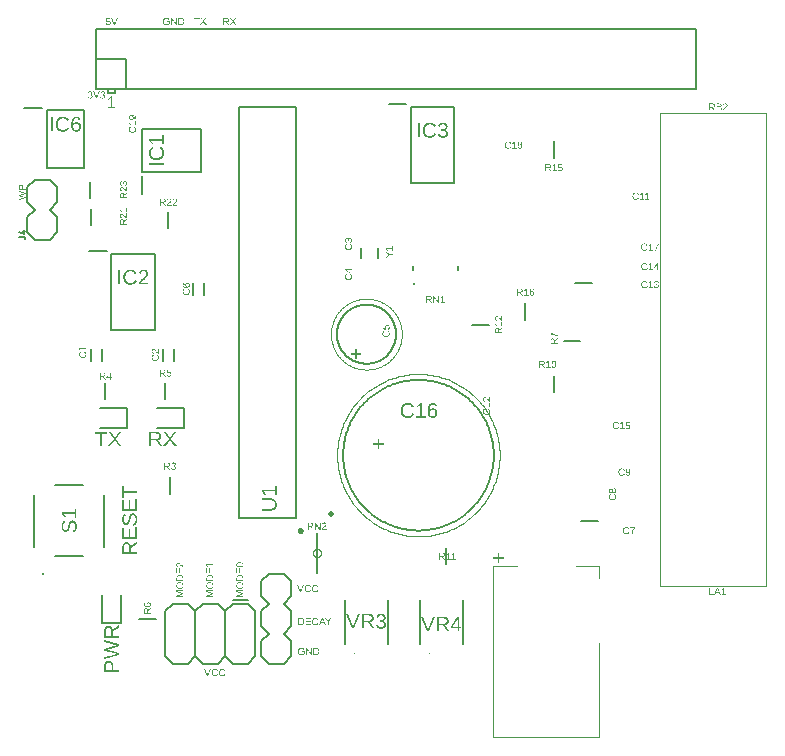
<source format=gbr>
G04 EAGLE Gerber RS-274X export*
G75*
%MOMM*%
%FSLAX34Y34*%
%LPD*%
%INSilkscreen Top*%
%IPPOS*%
%AMOC8*
5,1,8,0,0,1.08239X$1,22.5*%
G01*
G04 Define Apertures*
%ADD10C,0.127000*%
%ADD11C,0.050000*%
%ADD12C,0.200000*%
%ADD13C,0.100000*%
%ADD14C,0.203200*%
%ADD15C,0.152400*%
%ADD16C,0.508000*%
%ADD17C,0.101600*%
%ADD18C,0.022000*%
%ADD19C,0.250000*%
G36*
X141797Y76143D02*
X141452Y76155D01*
X141126Y76192D01*
X140820Y76252D01*
X140533Y76337D01*
X140265Y76447D01*
X140017Y76580D01*
X139788Y76738D01*
X139579Y76920D01*
X139392Y77123D01*
X139229Y77346D01*
X139092Y77587D01*
X138979Y77848D01*
X138892Y78128D01*
X138829Y78426D01*
X138792Y78744D01*
X138780Y79081D01*
X138802Y79517D01*
X138869Y79923D01*
X138981Y80299D01*
X139138Y80646D01*
X139338Y80958D01*
X139578Y81231D01*
X139859Y81464D01*
X140181Y81659D01*
X140538Y81812D01*
X140927Y81922D01*
X141346Y81988D01*
X141797Y82010D01*
X142246Y81987D01*
X142666Y81921D01*
X143058Y81810D01*
X143420Y81655D01*
X143749Y81458D01*
X144036Y81223D01*
X144284Y80950D01*
X144490Y80637D01*
X144654Y80291D01*
X144771Y79915D01*
X144841Y79508D01*
X144864Y79072D01*
X144841Y78633D01*
X144772Y78224D01*
X144656Y77847D01*
X144495Y77501D01*
X144289Y77190D01*
X144043Y76918D01*
X143756Y76685D01*
X143427Y76492D01*
X143063Y76339D01*
X142670Y76230D01*
X142248Y76165D01*
X141797Y76143D01*
G37*
%LPC*%
G36*
X141797Y76957D02*
X142067Y76966D01*
X142324Y76992D01*
X142566Y77036D01*
X142794Y77097D01*
X143007Y77176D01*
X143206Y77272D01*
X143391Y77386D01*
X143561Y77518D01*
X143714Y77664D01*
X143847Y77825D01*
X143959Y77999D01*
X144050Y78186D01*
X144122Y78387D01*
X144173Y78602D01*
X144203Y78830D01*
X144214Y79072D01*
X144204Y79321D01*
X144174Y79554D01*
X144125Y79773D01*
X144056Y79977D01*
X143967Y80166D01*
X143858Y80340D01*
X143730Y80499D01*
X143582Y80644D01*
X143416Y80772D01*
X143234Y80883D01*
X143035Y80977D01*
X142820Y81054D01*
X142589Y81114D01*
X142341Y81157D01*
X142077Y81183D01*
X141797Y81191D01*
X141528Y81183D01*
X141274Y81157D01*
X141036Y81114D01*
X140812Y81053D01*
X140602Y80976D01*
X140408Y80881D01*
X140228Y80769D01*
X140064Y80639D01*
X139916Y80494D01*
X139788Y80335D01*
X139680Y80162D01*
X139591Y79974D01*
X139523Y79772D01*
X139473Y79556D01*
X139444Y79325D01*
X139434Y79081D01*
X139444Y78834D01*
X139473Y78602D01*
X139521Y78384D01*
X139589Y78181D01*
X139677Y77992D01*
X139783Y77817D01*
X139910Y77657D01*
X140055Y77511D01*
X140218Y77381D01*
X140397Y77269D01*
X140591Y77174D01*
X140801Y77096D01*
X141026Y77035D01*
X141268Y76992D01*
X141524Y76966D01*
X141797Y76957D01*
G37*
%LPD*%
G36*
X144780Y83097D02*
X138868Y83097D01*
X138868Y85053D01*
X138879Y85418D01*
X138915Y85761D01*
X138974Y86083D01*
X139056Y86384D01*
X139162Y86663D01*
X139291Y86920D01*
X139444Y87156D01*
X139621Y87371D01*
X139819Y87563D01*
X140037Y87728D01*
X140275Y87869D01*
X140533Y87983D01*
X140811Y88073D01*
X141108Y88136D01*
X141426Y88175D01*
X141763Y88187D01*
X142206Y88165D01*
X142621Y88098D01*
X143006Y87987D01*
X143364Y87831D01*
X143687Y87634D01*
X143970Y87400D01*
X144212Y87128D01*
X144415Y86819D01*
X144575Y86480D01*
X144689Y86115D01*
X144757Y85724D01*
X144780Y85309D01*
X144780Y83097D01*
G37*
%LPC*%
G36*
X144138Y83899D02*
X144138Y85217D01*
X144120Y85532D01*
X144067Y85828D01*
X143978Y86104D01*
X143853Y86360D01*
X143694Y86592D01*
X143504Y86796D01*
X143283Y86971D01*
X143030Y87117D01*
X142750Y87233D01*
X142445Y87316D01*
X142116Y87365D01*
X141763Y87382D01*
X141496Y87372D01*
X141246Y87344D01*
X141012Y87297D01*
X140794Y87231D01*
X140593Y87147D01*
X140408Y87043D01*
X140239Y86921D01*
X140087Y86780D01*
X139951Y86621D01*
X139834Y86445D01*
X139735Y86252D01*
X139654Y86043D01*
X139591Y85816D01*
X139546Y85573D01*
X139519Y85313D01*
X139510Y85036D01*
X139510Y83899D01*
X144138Y83899D01*
G37*
%LPD*%
G36*
X144780Y69285D02*
X138868Y69285D01*
X138868Y70338D01*
X142967Y71912D01*
X143498Y72073D01*
X143907Y72176D01*
X143397Y72317D01*
X142967Y72461D01*
X138868Y74006D01*
X138868Y75034D01*
X144780Y75034D01*
X144780Y74312D01*
X140836Y74312D01*
X140194Y74321D01*
X139577Y74350D01*
X140246Y74155D01*
X140752Y73980D01*
X144780Y72453D01*
X144780Y71891D01*
X140752Y70342D01*
X140038Y70107D01*
X139577Y69969D01*
X140043Y69982D01*
X140836Y69998D01*
X144780Y69998D01*
X144780Y69285D01*
G37*
G36*
X144780Y89316D02*
X138868Y89316D01*
X138868Y93802D01*
X139522Y93802D01*
X139522Y90118D01*
X141419Y90118D01*
X141419Y93550D01*
X142065Y93550D01*
X142065Y90118D01*
X144125Y90118D01*
X144125Y93974D01*
X144780Y93974D01*
X144780Y89316D01*
G37*
G36*
X144780Y94762D02*
X144247Y94762D01*
X144009Y94875D01*
X143785Y95000D01*
X143576Y95136D01*
X143381Y95285D01*
X143023Y95601D01*
X142701Y95933D01*
X142136Y96606D01*
X141876Y96924D01*
X141616Y97209D01*
X141350Y97451D01*
X141071Y97643D01*
X140923Y97715D01*
X140766Y97767D01*
X140600Y97798D01*
X140424Y97809D01*
X140195Y97791D01*
X139992Y97737D01*
X139817Y97648D01*
X139669Y97523D01*
X139552Y97367D01*
X139468Y97182D01*
X139417Y96970D01*
X139401Y96730D01*
X139417Y96500D01*
X139466Y96290D01*
X139548Y96102D01*
X139663Y95935D01*
X139807Y95795D01*
X139978Y95687D01*
X140175Y95611D01*
X140399Y95568D01*
X140328Y94796D01*
X140155Y94824D01*
X139991Y94865D01*
X139837Y94920D01*
X139691Y94988D01*
X139555Y95070D01*
X139427Y95166D01*
X139199Y95398D01*
X139016Y95676D01*
X138943Y95828D01*
X138884Y95990D01*
X138839Y96161D01*
X138806Y96342D01*
X138786Y96531D01*
X138780Y96730D01*
X138786Y96947D01*
X138806Y97151D01*
X138839Y97342D01*
X138885Y97521D01*
X138944Y97686D01*
X139017Y97838D01*
X139102Y97978D01*
X139201Y98104D01*
X139312Y98217D01*
X139434Y98315D01*
X139567Y98397D01*
X139712Y98465D01*
X139867Y98517D01*
X140033Y98555D01*
X140211Y98577D01*
X140399Y98585D01*
X140571Y98575D01*
X140742Y98546D01*
X140913Y98496D01*
X141083Y98428D01*
X141253Y98339D01*
X141423Y98232D01*
X141763Y97960D01*
X142196Y97508D01*
X142816Y96772D01*
X143191Y96339D01*
X143527Y96004D01*
X143839Y95759D01*
X143990Y95666D01*
X144138Y95593D01*
X144138Y98677D01*
X144780Y98677D01*
X144780Y94762D01*
G37*
G36*
X167197Y76143D02*
X166852Y76155D01*
X166526Y76192D01*
X166220Y76252D01*
X165933Y76337D01*
X165665Y76447D01*
X165417Y76580D01*
X165188Y76738D01*
X164979Y76920D01*
X164792Y77123D01*
X164629Y77346D01*
X164492Y77587D01*
X164379Y77848D01*
X164292Y78128D01*
X164229Y78426D01*
X164192Y78744D01*
X164180Y79081D01*
X164202Y79517D01*
X164269Y79923D01*
X164381Y80299D01*
X164538Y80646D01*
X164738Y80958D01*
X164978Y81231D01*
X165259Y81464D01*
X165581Y81659D01*
X165938Y81812D01*
X166327Y81922D01*
X166746Y81988D01*
X167197Y82010D01*
X167646Y81987D01*
X168066Y81921D01*
X168458Y81810D01*
X168820Y81655D01*
X169149Y81458D01*
X169436Y81223D01*
X169684Y80950D01*
X169890Y80637D01*
X170054Y80291D01*
X170171Y79915D01*
X170241Y79508D01*
X170264Y79072D01*
X170241Y78633D01*
X170172Y78224D01*
X170056Y77847D01*
X169895Y77501D01*
X169689Y77190D01*
X169443Y76918D01*
X169156Y76685D01*
X168827Y76492D01*
X168463Y76339D01*
X168070Y76230D01*
X167648Y76165D01*
X167197Y76143D01*
G37*
%LPC*%
G36*
X167197Y76957D02*
X167467Y76966D01*
X167724Y76992D01*
X167966Y77036D01*
X168194Y77097D01*
X168407Y77176D01*
X168606Y77272D01*
X168791Y77386D01*
X168961Y77518D01*
X169114Y77664D01*
X169247Y77825D01*
X169359Y77999D01*
X169450Y78186D01*
X169522Y78387D01*
X169573Y78602D01*
X169603Y78830D01*
X169614Y79072D01*
X169604Y79321D01*
X169574Y79554D01*
X169525Y79773D01*
X169456Y79977D01*
X169367Y80166D01*
X169258Y80340D01*
X169130Y80499D01*
X168982Y80644D01*
X168816Y80772D01*
X168634Y80883D01*
X168435Y80977D01*
X168220Y81054D01*
X167989Y81114D01*
X167741Y81157D01*
X167477Y81183D01*
X167197Y81191D01*
X166928Y81183D01*
X166674Y81157D01*
X166436Y81114D01*
X166212Y81053D01*
X166002Y80976D01*
X165808Y80881D01*
X165628Y80769D01*
X165464Y80639D01*
X165316Y80494D01*
X165188Y80335D01*
X165080Y80162D01*
X164991Y79974D01*
X164923Y79772D01*
X164873Y79556D01*
X164844Y79325D01*
X164834Y79081D01*
X164844Y78834D01*
X164873Y78602D01*
X164921Y78384D01*
X164989Y78181D01*
X165077Y77992D01*
X165183Y77817D01*
X165310Y77657D01*
X165455Y77511D01*
X165618Y77381D01*
X165797Y77269D01*
X165991Y77174D01*
X166201Y77096D01*
X166426Y77035D01*
X166668Y76992D01*
X166924Y76966D01*
X167197Y76957D01*
G37*
%LPD*%
G36*
X170180Y83097D02*
X164268Y83097D01*
X164268Y85053D01*
X164279Y85418D01*
X164315Y85761D01*
X164374Y86083D01*
X164456Y86384D01*
X164562Y86663D01*
X164691Y86920D01*
X164844Y87156D01*
X165021Y87371D01*
X165219Y87563D01*
X165437Y87728D01*
X165675Y87869D01*
X165933Y87983D01*
X166211Y88073D01*
X166508Y88136D01*
X166826Y88175D01*
X167163Y88187D01*
X167606Y88165D01*
X168021Y88098D01*
X168406Y87987D01*
X168764Y87831D01*
X169087Y87634D01*
X169370Y87400D01*
X169612Y87128D01*
X169815Y86819D01*
X169975Y86480D01*
X170089Y86115D01*
X170157Y85724D01*
X170180Y85309D01*
X170180Y83097D01*
G37*
%LPC*%
G36*
X169538Y83899D02*
X169538Y85217D01*
X169520Y85532D01*
X169467Y85828D01*
X169378Y86104D01*
X169253Y86360D01*
X169094Y86592D01*
X168904Y86796D01*
X168683Y86971D01*
X168430Y87117D01*
X168150Y87233D01*
X167845Y87316D01*
X167516Y87365D01*
X167163Y87382D01*
X166896Y87372D01*
X166646Y87344D01*
X166412Y87297D01*
X166194Y87231D01*
X165993Y87147D01*
X165808Y87043D01*
X165639Y86921D01*
X165487Y86780D01*
X165351Y86621D01*
X165234Y86445D01*
X165135Y86252D01*
X165054Y86043D01*
X164991Y85816D01*
X164946Y85573D01*
X164919Y85313D01*
X164910Y85036D01*
X164910Y83899D01*
X169538Y83899D01*
G37*
%LPD*%
G36*
X170180Y69285D02*
X164268Y69285D01*
X164268Y70338D01*
X168367Y71912D01*
X168898Y72073D01*
X169307Y72176D01*
X168797Y72317D01*
X168367Y72461D01*
X164268Y74006D01*
X164268Y75034D01*
X170180Y75034D01*
X170180Y74312D01*
X166236Y74312D01*
X165594Y74321D01*
X164977Y74350D01*
X165646Y74155D01*
X166152Y73980D01*
X170180Y72453D01*
X170180Y71891D01*
X166152Y70342D01*
X165438Y70107D01*
X164977Y69969D01*
X165443Y69982D01*
X166236Y69998D01*
X170180Y69998D01*
X170180Y69285D01*
G37*
G36*
X170180Y89316D02*
X164268Y89316D01*
X164268Y93802D01*
X164922Y93802D01*
X164922Y90118D01*
X166819Y90118D01*
X166819Y93550D01*
X167465Y93550D01*
X167465Y90118D01*
X169525Y90118D01*
X169525Y93974D01*
X170180Y93974D01*
X170180Y89316D01*
G37*
G36*
X170180Y94985D02*
X169538Y94985D01*
X169538Y96491D01*
X164989Y96491D01*
X165942Y95157D01*
X165229Y95157D01*
X164268Y96554D01*
X164268Y97251D01*
X169538Y97251D01*
X169538Y98690D01*
X170180Y98690D01*
X170180Y94985D01*
G37*
G36*
X192597Y76143D02*
X192252Y76155D01*
X191926Y76192D01*
X191620Y76252D01*
X191333Y76337D01*
X191065Y76447D01*
X190817Y76580D01*
X190588Y76738D01*
X190379Y76920D01*
X190192Y77123D01*
X190029Y77346D01*
X189892Y77587D01*
X189779Y77848D01*
X189692Y78128D01*
X189629Y78426D01*
X189592Y78744D01*
X189580Y79081D01*
X189602Y79517D01*
X189669Y79923D01*
X189781Y80299D01*
X189938Y80646D01*
X190138Y80958D01*
X190378Y81231D01*
X190659Y81464D01*
X190981Y81659D01*
X191338Y81812D01*
X191727Y81922D01*
X192146Y81988D01*
X192597Y82010D01*
X193046Y81987D01*
X193466Y81921D01*
X193858Y81810D01*
X194220Y81655D01*
X194549Y81458D01*
X194836Y81223D01*
X195084Y80950D01*
X195290Y80637D01*
X195454Y80291D01*
X195571Y79915D01*
X195641Y79508D01*
X195664Y79072D01*
X195641Y78633D01*
X195572Y78224D01*
X195456Y77847D01*
X195295Y77501D01*
X195089Y77190D01*
X194843Y76918D01*
X194556Y76685D01*
X194227Y76492D01*
X193863Y76339D01*
X193470Y76230D01*
X193048Y76165D01*
X192597Y76143D01*
G37*
%LPC*%
G36*
X192597Y76957D02*
X192867Y76966D01*
X193124Y76992D01*
X193366Y77036D01*
X193594Y77097D01*
X193807Y77176D01*
X194006Y77272D01*
X194191Y77386D01*
X194361Y77518D01*
X194514Y77664D01*
X194647Y77825D01*
X194759Y77999D01*
X194850Y78186D01*
X194922Y78387D01*
X194973Y78602D01*
X195003Y78830D01*
X195014Y79072D01*
X195004Y79321D01*
X194974Y79554D01*
X194925Y79773D01*
X194856Y79977D01*
X194767Y80166D01*
X194658Y80340D01*
X194530Y80499D01*
X194382Y80644D01*
X194216Y80772D01*
X194034Y80883D01*
X193835Y80977D01*
X193620Y81054D01*
X193389Y81114D01*
X193141Y81157D01*
X192877Y81183D01*
X192597Y81191D01*
X192328Y81183D01*
X192074Y81157D01*
X191836Y81114D01*
X191612Y81053D01*
X191402Y80976D01*
X191208Y80881D01*
X191028Y80769D01*
X190864Y80639D01*
X190716Y80494D01*
X190588Y80335D01*
X190480Y80162D01*
X190391Y79974D01*
X190323Y79772D01*
X190273Y79556D01*
X190244Y79325D01*
X190234Y79081D01*
X190244Y78834D01*
X190273Y78602D01*
X190321Y78384D01*
X190389Y78181D01*
X190477Y77992D01*
X190583Y77817D01*
X190710Y77657D01*
X190855Y77511D01*
X191018Y77381D01*
X191197Y77269D01*
X191391Y77174D01*
X191601Y77096D01*
X191826Y77035D01*
X192068Y76992D01*
X192324Y76966D01*
X192597Y76957D01*
G37*
%LPD*%
G36*
X195580Y83097D02*
X189668Y83097D01*
X189668Y85053D01*
X189679Y85418D01*
X189715Y85761D01*
X189774Y86083D01*
X189856Y86384D01*
X189962Y86663D01*
X190091Y86920D01*
X190244Y87156D01*
X190421Y87371D01*
X190619Y87563D01*
X190837Y87728D01*
X191075Y87869D01*
X191333Y87983D01*
X191611Y88073D01*
X191908Y88136D01*
X192226Y88175D01*
X192563Y88187D01*
X193006Y88165D01*
X193421Y88098D01*
X193806Y87987D01*
X194164Y87831D01*
X194487Y87634D01*
X194770Y87400D01*
X195012Y87128D01*
X195215Y86819D01*
X195375Y86480D01*
X195489Y86115D01*
X195557Y85724D01*
X195580Y85309D01*
X195580Y83097D01*
G37*
%LPC*%
G36*
X194938Y83899D02*
X194938Y85217D01*
X194920Y85532D01*
X194867Y85828D01*
X194778Y86104D01*
X194653Y86360D01*
X194494Y86592D01*
X194304Y86796D01*
X194083Y86971D01*
X193830Y87117D01*
X193550Y87233D01*
X193245Y87316D01*
X192916Y87365D01*
X192563Y87382D01*
X192296Y87372D01*
X192046Y87344D01*
X191812Y87297D01*
X191594Y87231D01*
X191393Y87147D01*
X191208Y87043D01*
X191039Y86921D01*
X190887Y86780D01*
X190751Y86621D01*
X190634Y86445D01*
X190535Y86252D01*
X190454Y86043D01*
X190391Y85816D01*
X190346Y85573D01*
X190319Y85313D01*
X190310Y85036D01*
X190310Y83899D01*
X194938Y83899D01*
G37*
%LPD*%
G36*
X192622Y94666D02*
X192253Y94673D01*
X191908Y94697D01*
X191587Y94736D01*
X191289Y94790D01*
X191016Y94860D01*
X190767Y94945D01*
X190541Y95046D01*
X190339Y95163D01*
X190161Y95296D01*
X190007Y95448D01*
X189876Y95617D01*
X189769Y95804D01*
X189686Y96010D01*
X189627Y96233D01*
X189591Y96475D01*
X189580Y96734D01*
X189592Y96987D01*
X189628Y97223D01*
X189687Y97441D01*
X189771Y97642D01*
X189879Y97827D01*
X190011Y97994D01*
X190167Y98144D01*
X190347Y98276D01*
X190551Y98393D01*
X190778Y98494D01*
X191027Y98580D01*
X191300Y98649D01*
X191596Y98704D01*
X191915Y98743D01*
X192257Y98766D01*
X192622Y98774D01*
X192981Y98766D01*
X193319Y98741D01*
X193634Y98700D01*
X193928Y98643D01*
X194200Y98570D01*
X194449Y98480D01*
X194677Y98374D01*
X194883Y98251D01*
X195066Y98113D01*
X195225Y97959D01*
X195359Y97790D01*
X195469Y97605D01*
X195554Y97404D01*
X195615Y97188D01*
X195652Y96956D01*
X195664Y96709D01*
X195652Y96462D01*
X195615Y96231D01*
X195555Y96016D01*
X195470Y95816D01*
X195361Y95633D01*
X195227Y95465D01*
X195070Y95314D01*
X194888Y95178D01*
X194682Y95058D01*
X194455Y94954D01*
X194205Y94866D01*
X193933Y94794D01*
X193639Y94738D01*
X193322Y94698D01*
X192983Y94674D01*
X192622Y94666D01*
G37*
%LPC*%
G36*
X192622Y95429D02*
X193209Y95449D01*
X193712Y95507D01*
X193931Y95550D01*
X194130Y95603D01*
X194307Y95666D01*
X194464Y95738D01*
X194601Y95821D01*
X194719Y95915D01*
X194819Y96020D01*
X194901Y96137D01*
X194965Y96265D01*
X195011Y96405D01*
X195038Y96555D01*
X195047Y96718D01*
X195038Y96879D01*
X195010Y97029D01*
X194963Y97168D01*
X194898Y97296D01*
X194814Y97412D01*
X194712Y97518D01*
X194591Y97612D01*
X194451Y97695D01*
X194292Y97768D01*
X194113Y97831D01*
X193696Y97928D01*
X193199Y97986D01*
X192622Y98006D01*
X192026Y97987D01*
X191518Y97932D01*
X191099Y97839D01*
X190922Y97779D01*
X190767Y97710D01*
X190632Y97630D01*
X190516Y97538D01*
X190417Y97434D01*
X190336Y97318D01*
X190273Y97190D01*
X190228Y97050D01*
X190201Y96898D01*
X190192Y96734D01*
X190201Y96566D01*
X190228Y96411D01*
X190272Y96267D01*
X190334Y96136D01*
X190413Y96017D01*
X190511Y95910D01*
X190626Y95816D01*
X190759Y95734D01*
X190912Y95662D01*
X191088Y95601D01*
X191286Y95548D01*
X191508Y95505D01*
X192019Y95448D01*
X192622Y95429D01*
G37*
%LPD*%
G36*
X195580Y69285D02*
X189668Y69285D01*
X189668Y70338D01*
X193767Y71912D01*
X194298Y72073D01*
X194707Y72176D01*
X194197Y72317D01*
X193767Y72461D01*
X189668Y74006D01*
X189668Y75034D01*
X195580Y75034D01*
X195580Y74312D01*
X191636Y74312D01*
X190994Y74321D01*
X190377Y74350D01*
X191046Y74155D01*
X191552Y73980D01*
X195580Y72453D01*
X195580Y71891D01*
X191552Y70342D01*
X190838Y70107D01*
X190377Y69969D01*
X190843Y69982D01*
X191636Y69998D01*
X195580Y69998D01*
X195580Y69285D01*
G37*
G36*
X195580Y89316D02*
X189668Y89316D01*
X189668Y93802D01*
X190322Y93802D01*
X190322Y90118D01*
X192219Y90118D01*
X192219Y93550D01*
X192865Y93550D01*
X192865Y90118D01*
X194925Y90118D01*
X194925Y93974D01*
X195580Y93974D01*
X195580Y89316D01*
G37*
G36*
X244216Y45720D02*
X242005Y45720D01*
X242005Y51632D01*
X243960Y51632D01*
X244325Y51621D01*
X244669Y51585D01*
X244991Y51526D01*
X245291Y51444D01*
X245570Y51338D01*
X245828Y51209D01*
X246064Y51056D01*
X246279Y50879D01*
X246470Y50681D01*
X246636Y50463D01*
X246776Y50225D01*
X246891Y49967D01*
X246980Y49689D01*
X247044Y49392D01*
X247082Y49074D01*
X247095Y48737D01*
X247073Y48294D01*
X247006Y47879D01*
X246894Y47494D01*
X246738Y47136D01*
X246541Y46813D01*
X246307Y46530D01*
X246036Y46288D01*
X245727Y46085D01*
X245387Y45925D01*
X245022Y45811D01*
X244632Y45743D01*
X244216Y45720D01*
G37*
%LPC*%
G36*
X244124Y46362D02*
X244439Y46380D01*
X244735Y46433D01*
X245011Y46523D01*
X245267Y46647D01*
X245500Y46806D01*
X245703Y46996D01*
X245878Y47217D01*
X246025Y47470D01*
X246141Y47750D01*
X246223Y48055D01*
X246273Y48384D01*
X246289Y48737D01*
X246280Y49004D01*
X246252Y49254D01*
X246205Y49488D01*
X246139Y49706D01*
X246054Y49907D01*
X245951Y50092D01*
X245828Y50261D01*
X245687Y50413D01*
X245528Y50549D01*
X245352Y50666D01*
X245160Y50765D01*
X244950Y50846D01*
X244724Y50909D01*
X244481Y50954D01*
X244220Y50981D01*
X243944Y50990D01*
X242806Y50990D01*
X242806Y46362D01*
X244124Y46362D01*
G37*
%LPD*%
G36*
X260273Y45720D02*
X259442Y45720D01*
X261855Y51632D01*
X262765Y51632D01*
X265140Y45720D01*
X264322Y45720D01*
X263646Y47449D01*
X260952Y47449D01*
X260273Y45720D01*
G37*
%LPC*%
G36*
X263407Y48074D02*
X262648Y50025D01*
X262413Y50680D01*
X262299Y51028D01*
X262262Y50911D01*
X262132Y50513D01*
X261951Y50017D01*
X261196Y48074D01*
X263407Y48074D01*
G37*
%LPD*%
G36*
X252850Y45720D02*
X248192Y45720D01*
X248192Y51632D01*
X252678Y51632D01*
X252678Y50978D01*
X248994Y50978D01*
X248994Y49081D01*
X252426Y49081D01*
X252426Y48435D01*
X248994Y48435D01*
X248994Y46375D01*
X252850Y46375D01*
X252850Y45720D01*
G37*
G36*
X256557Y45636D02*
X256125Y45659D01*
X255723Y45729D01*
X255352Y45845D01*
X255010Y46007D01*
X254704Y46213D01*
X254436Y46459D01*
X254206Y46744D01*
X254016Y47069D01*
X253866Y47430D01*
X253759Y47823D01*
X253695Y48247D01*
X253674Y48703D01*
X253686Y49047D01*
X253722Y49372D01*
X253781Y49678D01*
X253865Y49964D01*
X253972Y50232D01*
X254103Y50480D01*
X254259Y50709D01*
X254438Y50919D01*
X254638Y51107D01*
X254856Y51270D01*
X255093Y51407D01*
X255348Y51520D01*
X255622Y51608D01*
X255914Y51670D01*
X256224Y51708D01*
X256552Y51721D01*
X257005Y51697D01*
X257419Y51628D01*
X257794Y51513D01*
X258130Y51351D01*
X258426Y51144D01*
X258680Y50893D01*
X258892Y50597D01*
X259062Y50256D01*
X258302Y50004D01*
X258184Y50247D01*
X258034Y50460D01*
X257853Y50642D01*
X257641Y50793D01*
X257403Y50912D01*
X257144Y50998D01*
X256863Y51049D01*
X256561Y51066D01*
X256322Y51056D01*
X256097Y51026D01*
X255886Y50977D01*
X255688Y50908D01*
X255504Y50819D01*
X255333Y50711D01*
X255177Y50582D01*
X255033Y50434D01*
X254906Y50269D01*
X254795Y50089D01*
X254701Y49895D01*
X254624Y49686D01*
X254565Y49462D01*
X254522Y49224D01*
X254496Y48971D01*
X254488Y48703D01*
X254497Y48438D01*
X254523Y48187D01*
X254568Y47948D01*
X254630Y47723D01*
X254710Y47511D01*
X254808Y47313D01*
X254923Y47128D01*
X255057Y46956D01*
X255205Y46801D01*
X255366Y46667D01*
X255539Y46553D01*
X255725Y46460D01*
X255924Y46388D01*
X256135Y46336D01*
X256358Y46305D01*
X256594Y46295D01*
X256895Y46314D01*
X257177Y46372D01*
X257439Y46468D01*
X257682Y46602D01*
X257906Y46775D01*
X258111Y46986D01*
X258296Y47236D01*
X258462Y47524D01*
X259116Y47197D01*
X258915Y46838D01*
X258677Y46525D01*
X258402Y46257D01*
X258090Y46035D01*
X257747Y45860D01*
X257376Y45736D01*
X256980Y45661D01*
X256772Y45642D01*
X256557Y45636D01*
G37*
G36*
X267779Y45720D02*
X266982Y45720D01*
X266982Y48171D01*
X264708Y51632D01*
X265589Y51632D01*
X267389Y48817D01*
X269181Y51632D01*
X270062Y51632D01*
X267779Y48171D01*
X267779Y45720D01*
G37*
G36*
X250338Y73576D02*
X249906Y73599D01*
X249504Y73669D01*
X249133Y73785D01*
X248792Y73947D01*
X248485Y74153D01*
X248217Y74399D01*
X247988Y74684D01*
X247797Y75009D01*
X247648Y75370D01*
X247541Y75763D01*
X247477Y76187D01*
X247455Y76643D01*
X247467Y76987D01*
X247503Y77312D01*
X247563Y77618D01*
X247646Y77904D01*
X247753Y78172D01*
X247885Y78420D01*
X248040Y78649D01*
X248219Y78859D01*
X248419Y79047D01*
X248637Y79210D01*
X248874Y79347D01*
X249129Y79460D01*
X249403Y79548D01*
X249695Y79610D01*
X250005Y79648D01*
X250334Y79661D01*
X250786Y79637D01*
X251200Y79568D01*
X251575Y79453D01*
X251911Y79291D01*
X252207Y79084D01*
X252461Y78833D01*
X252673Y78537D01*
X252843Y78196D01*
X252084Y77944D01*
X251965Y78187D01*
X251815Y78400D01*
X251635Y78582D01*
X251423Y78733D01*
X251184Y78852D01*
X250925Y78938D01*
X250644Y78989D01*
X250342Y79006D01*
X250103Y78996D01*
X249878Y78966D01*
X249667Y78917D01*
X249469Y78848D01*
X249285Y78759D01*
X249115Y78651D01*
X248958Y78522D01*
X248815Y78374D01*
X248687Y78209D01*
X248576Y78029D01*
X248482Y77835D01*
X248406Y77626D01*
X248346Y77402D01*
X248303Y77164D01*
X248278Y76911D01*
X248269Y76643D01*
X248278Y76378D01*
X248305Y76127D01*
X248349Y75888D01*
X248411Y75663D01*
X248491Y75451D01*
X248589Y75253D01*
X248705Y75068D01*
X248838Y74896D01*
X248986Y74741D01*
X249147Y74607D01*
X249321Y74493D01*
X249507Y74400D01*
X249705Y74328D01*
X249916Y74276D01*
X250140Y74245D01*
X250376Y74235D01*
X250677Y74254D01*
X250958Y74312D01*
X251220Y74408D01*
X251464Y74542D01*
X251687Y74715D01*
X251892Y74926D01*
X252077Y75176D01*
X252243Y75464D01*
X252898Y75137D01*
X252697Y74778D01*
X252459Y74465D01*
X252184Y74197D01*
X251872Y73975D01*
X251528Y73800D01*
X251158Y73676D01*
X250761Y73601D01*
X250553Y73582D01*
X250338Y73576D01*
G37*
G36*
X256557Y73576D02*
X256125Y73599D01*
X255723Y73669D01*
X255352Y73785D01*
X255010Y73947D01*
X254704Y74153D01*
X254436Y74399D01*
X254206Y74684D01*
X254016Y75009D01*
X253866Y75370D01*
X253759Y75763D01*
X253695Y76187D01*
X253674Y76643D01*
X253686Y76987D01*
X253722Y77312D01*
X253781Y77618D01*
X253865Y77904D01*
X253972Y78172D01*
X254103Y78420D01*
X254259Y78649D01*
X254438Y78859D01*
X254638Y79047D01*
X254856Y79210D01*
X255093Y79347D01*
X255348Y79460D01*
X255622Y79548D01*
X255914Y79610D01*
X256224Y79648D01*
X256552Y79661D01*
X257005Y79637D01*
X257419Y79568D01*
X257794Y79453D01*
X258130Y79291D01*
X258426Y79084D01*
X258680Y78833D01*
X258892Y78537D01*
X259062Y78196D01*
X258302Y77944D01*
X258184Y78187D01*
X258034Y78400D01*
X257853Y78582D01*
X257641Y78733D01*
X257403Y78852D01*
X257144Y78938D01*
X256863Y78989D01*
X256561Y79006D01*
X256322Y78996D01*
X256097Y78966D01*
X255886Y78917D01*
X255688Y78848D01*
X255504Y78759D01*
X255333Y78651D01*
X255177Y78522D01*
X255033Y78374D01*
X254906Y78209D01*
X254795Y78029D01*
X254701Y77835D01*
X254624Y77626D01*
X254565Y77402D01*
X254522Y77164D01*
X254496Y76911D01*
X254488Y76643D01*
X254497Y76378D01*
X254523Y76127D01*
X254568Y75888D01*
X254630Y75663D01*
X254710Y75451D01*
X254808Y75253D01*
X254923Y75068D01*
X255057Y74896D01*
X255205Y74741D01*
X255366Y74607D01*
X255539Y74493D01*
X255725Y74400D01*
X255924Y74328D01*
X256135Y74276D01*
X256358Y74245D01*
X256594Y74235D01*
X256895Y74254D01*
X257177Y74312D01*
X257439Y74408D01*
X257682Y74542D01*
X257906Y74715D01*
X258111Y74926D01*
X258296Y75176D01*
X258462Y75464D01*
X259116Y75137D01*
X258915Y74778D01*
X258677Y74465D01*
X258402Y74197D01*
X258090Y73975D01*
X257747Y73800D01*
X257376Y73676D01*
X256980Y73601D01*
X256772Y73582D01*
X256557Y73576D01*
G37*
G36*
X244581Y73660D02*
X243751Y73660D01*
X241338Y79572D01*
X242181Y79572D01*
X243818Y75410D01*
X244170Y74365D01*
X244523Y75410D01*
X246151Y79572D01*
X246994Y79572D01*
X244581Y73660D01*
G37*
G36*
X257091Y20320D02*
X254880Y20320D01*
X254880Y26232D01*
X256835Y26232D01*
X257200Y26221D01*
X257544Y26185D01*
X257866Y26126D01*
X258166Y26044D01*
X258445Y25938D01*
X258703Y25809D01*
X258939Y25656D01*
X259154Y25479D01*
X259345Y25281D01*
X259511Y25063D01*
X259651Y24825D01*
X259766Y24567D01*
X259855Y24289D01*
X259919Y23992D01*
X259957Y23674D01*
X259970Y23337D01*
X259948Y22894D01*
X259881Y22479D01*
X259769Y22094D01*
X259613Y21736D01*
X259416Y21413D01*
X259182Y21130D01*
X258911Y20888D01*
X258602Y20685D01*
X258262Y20525D01*
X257897Y20411D01*
X257507Y20343D01*
X257091Y20320D01*
G37*
%LPC*%
G36*
X256999Y20962D02*
X257314Y20980D01*
X257610Y21033D01*
X257886Y21123D01*
X258142Y21247D01*
X258375Y21406D01*
X258578Y21596D01*
X258753Y21817D01*
X258900Y22070D01*
X259016Y22350D01*
X259098Y22655D01*
X259148Y22984D01*
X259164Y23337D01*
X259155Y23604D01*
X259127Y23854D01*
X259080Y24088D01*
X259014Y24306D01*
X258929Y24507D01*
X258826Y24692D01*
X258703Y24861D01*
X258562Y25013D01*
X258403Y25149D01*
X258227Y25266D01*
X258035Y25365D01*
X257825Y25446D01*
X257599Y25509D01*
X257356Y25554D01*
X257095Y25581D01*
X256819Y25590D01*
X255681Y25590D01*
X255681Y20962D01*
X256999Y20962D01*
G37*
%LPD*%
G36*
X249375Y20320D02*
X248661Y20320D01*
X248661Y26232D01*
X249593Y26232D01*
X252790Y21163D01*
X252752Y21873D01*
X252740Y22355D01*
X252740Y26232D01*
X253462Y26232D01*
X253462Y20320D01*
X252497Y20320D01*
X249333Y25355D01*
X249354Y24948D01*
X249375Y24248D01*
X249375Y20320D01*
G37*
G36*
X244711Y20236D02*
X244264Y20259D01*
X243848Y20328D01*
X243464Y20444D01*
X243113Y20605D01*
X242797Y20810D01*
X242521Y21056D01*
X242284Y21342D01*
X242087Y21669D01*
X241932Y22032D01*
X241821Y22425D01*
X241754Y22849D01*
X241732Y23303D01*
X241744Y23653D01*
X241780Y23982D01*
X241841Y24291D01*
X241925Y24580D01*
X242034Y24849D01*
X242167Y25097D01*
X242323Y25324D01*
X242504Y25532D01*
X242707Y25717D01*
X242929Y25877D01*
X243171Y26012D01*
X243433Y26123D01*
X243714Y26210D01*
X244014Y26271D01*
X244334Y26308D01*
X244674Y26321D01*
X245142Y26300D01*
X245563Y26238D01*
X245939Y26134D01*
X246268Y25989D01*
X246557Y25798D01*
X246811Y25558D01*
X247029Y25268D01*
X247212Y24927D01*
X246449Y24701D01*
X246311Y24936D01*
X246149Y25136D01*
X245964Y25303D01*
X245754Y25435D01*
X245519Y25536D01*
X245258Y25608D01*
X244969Y25651D01*
X244653Y25666D01*
X244404Y25656D01*
X244171Y25627D01*
X243953Y25579D01*
X243750Y25511D01*
X243561Y25424D01*
X243388Y25318D01*
X243230Y25192D01*
X243088Y25047D01*
X242961Y24884D01*
X242851Y24706D01*
X242758Y24512D01*
X242682Y24302D01*
X242622Y24076D01*
X242580Y23834D01*
X242555Y23577D01*
X242546Y23303D01*
X242555Y23031D01*
X242582Y22773D01*
X242627Y22530D01*
X242690Y22301D01*
X242771Y22087D01*
X242870Y21888D01*
X242986Y21704D01*
X243121Y21535D01*
X243272Y21383D01*
X243436Y21251D01*
X243614Y21140D01*
X243806Y21049D01*
X244012Y20978D01*
X244231Y20927D01*
X244464Y20897D01*
X244711Y20886D01*
X244996Y20897D01*
X245271Y20931D01*
X245536Y20986D01*
X245792Y21063D01*
X246031Y21159D01*
X246246Y21270D01*
X246437Y21398D01*
X246604Y21541D01*
X246604Y22607D01*
X244837Y22607D01*
X244837Y23278D01*
X247342Y23278D01*
X247342Y21239D01*
X247094Y21013D01*
X246820Y20815D01*
X246518Y20643D01*
X246191Y20498D01*
X245842Y20384D01*
X245480Y20302D01*
X245103Y20252D01*
X244711Y20236D01*
G37*
G36*
X171598Y2456D02*
X171166Y2479D01*
X170764Y2549D01*
X170393Y2665D01*
X170052Y2827D01*
X169745Y3033D01*
X169477Y3279D01*
X169248Y3564D01*
X169057Y3889D01*
X168908Y4250D01*
X168801Y4643D01*
X168737Y5067D01*
X168715Y5523D01*
X168727Y5867D01*
X168763Y6192D01*
X168823Y6498D01*
X168906Y6784D01*
X169013Y7052D01*
X169145Y7300D01*
X169300Y7529D01*
X169479Y7739D01*
X169679Y7927D01*
X169897Y8090D01*
X170134Y8227D01*
X170389Y8340D01*
X170663Y8428D01*
X170955Y8490D01*
X171265Y8528D01*
X171594Y8541D01*
X172046Y8517D01*
X172460Y8448D01*
X172835Y8333D01*
X173171Y8171D01*
X173467Y7964D01*
X173721Y7713D01*
X173933Y7417D01*
X174103Y7076D01*
X173344Y6824D01*
X173225Y7067D01*
X173075Y7280D01*
X172895Y7462D01*
X172683Y7613D01*
X172444Y7732D01*
X172185Y7818D01*
X171904Y7869D01*
X171602Y7886D01*
X171363Y7876D01*
X171138Y7846D01*
X170927Y7797D01*
X170729Y7728D01*
X170545Y7639D01*
X170375Y7531D01*
X170218Y7402D01*
X170075Y7254D01*
X169947Y7089D01*
X169836Y6909D01*
X169742Y6715D01*
X169666Y6506D01*
X169606Y6282D01*
X169563Y6044D01*
X169538Y5791D01*
X169529Y5523D01*
X169538Y5258D01*
X169565Y5007D01*
X169609Y4768D01*
X169671Y4543D01*
X169751Y4331D01*
X169849Y4133D01*
X169965Y3948D01*
X170098Y3776D01*
X170246Y3621D01*
X170407Y3487D01*
X170581Y3373D01*
X170767Y3280D01*
X170965Y3208D01*
X171176Y3156D01*
X171400Y3125D01*
X171636Y3115D01*
X171937Y3134D01*
X172218Y3192D01*
X172480Y3288D01*
X172724Y3422D01*
X172947Y3595D01*
X173152Y3806D01*
X173337Y4056D01*
X173503Y4344D01*
X174158Y4017D01*
X173957Y3658D01*
X173719Y3345D01*
X173444Y3077D01*
X173132Y2855D01*
X172788Y2680D01*
X172418Y2556D01*
X172021Y2481D01*
X171813Y2462D01*
X171598Y2456D01*
G37*
G36*
X177817Y2456D02*
X177385Y2479D01*
X176983Y2549D01*
X176612Y2665D01*
X176270Y2827D01*
X175964Y3033D01*
X175696Y3279D01*
X175466Y3564D01*
X175276Y3889D01*
X175126Y4250D01*
X175019Y4643D01*
X174955Y5067D01*
X174934Y5523D01*
X174946Y5867D01*
X174982Y6192D01*
X175041Y6498D01*
X175125Y6784D01*
X175232Y7052D01*
X175363Y7300D01*
X175519Y7529D01*
X175698Y7739D01*
X175898Y7927D01*
X176116Y8090D01*
X176353Y8227D01*
X176608Y8340D01*
X176882Y8428D01*
X177174Y8490D01*
X177484Y8528D01*
X177812Y8541D01*
X178265Y8517D01*
X178679Y8448D01*
X179054Y8333D01*
X179390Y8171D01*
X179686Y7964D01*
X179940Y7713D01*
X180152Y7417D01*
X180322Y7076D01*
X179562Y6824D01*
X179444Y7067D01*
X179294Y7280D01*
X179113Y7462D01*
X178901Y7613D01*
X178663Y7732D01*
X178404Y7818D01*
X178123Y7869D01*
X177821Y7886D01*
X177582Y7876D01*
X177357Y7846D01*
X177146Y7797D01*
X176948Y7728D01*
X176764Y7639D01*
X176593Y7531D01*
X176437Y7402D01*
X176293Y7254D01*
X176166Y7089D01*
X176055Y6909D01*
X175961Y6715D01*
X175884Y6506D01*
X175825Y6282D01*
X175782Y6044D01*
X175756Y5791D01*
X175748Y5523D01*
X175757Y5258D01*
X175783Y5007D01*
X175828Y4768D01*
X175890Y4543D01*
X175970Y4331D01*
X176068Y4133D01*
X176183Y3948D01*
X176317Y3776D01*
X176465Y3621D01*
X176626Y3487D01*
X176799Y3373D01*
X176985Y3280D01*
X177184Y3208D01*
X177395Y3156D01*
X177618Y3125D01*
X177854Y3115D01*
X178155Y3134D01*
X178437Y3192D01*
X178699Y3288D01*
X178942Y3422D01*
X179166Y3595D01*
X179371Y3806D01*
X179556Y4056D01*
X179722Y4344D01*
X180376Y4017D01*
X180175Y3658D01*
X179937Y3345D01*
X179662Y3077D01*
X179350Y2855D01*
X179007Y2680D01*
X178636Y2556D01*
X178240Y2481D01*
X178032Y2462D01*
X177817Y2456D01*
G37*
G36*
X165841Y2540D02*
X165011Y2540D01*
X162598Y8452D01*
X163441Y8452D01*
X165078Y4290D01*
X165430Y3245D01*
X165783Y4290D01*
X167411Y8452D01*
X168254Y8452D01*
X165841Y2540D01*
G37*
G36*
X412277Y98097D02*
X410989Y98097D01*
X410989Y101845D01*
X407276Y101845D01*
X407276Y103124D01*
X410989Y103124D01*
X410989Y106873D01*
X412277Y106873D01*
X412277Y103124D01*
X415991Y103124D01*
X415991Y101845D01*
X412277Y101845D01*
X412277Y98097D01*
G37*
G36*
X310677Y194617D02*
X309389Y194617D01*
X309389Y198365D01*
X305676Y198365D01*
X305676Y199644D01*
X309389Y199644D01*
X309389Y203393D01*
X310677Y203393D01*
X310677Y199644D01*
X314391Y199644D01*
X314391Y198365D01*
X310677Y198365D01*
X310677Y194617D01*
G37*
G36*
X291627Y270817D02*
X290339Y270817D01*
X290339Y274565D01*
X286626Y274565D01*
X286626Y275844D01*
X290339Y275844D01*
X290339Y279593D01*
X291627Y279593D01*
X291627Y275844D01*
X295341Y275844D01*
X295341Y274565D01*
X291627Y274565D01*
X291627Y270817D01*
G37*
G36*
X594878Y71120D02*
X594047Y71120D01*
X596460Y77032D01*
X597370Y77032D01*
X599745Y71120D01*
X598927Y71120D01*
X598251Y72849D01*
X595557Y72849D01*
X594878Y71120D01*
G37*
%LPC*%
G36*
X598012Y73474D02*
X597253Y75425D01*
X597018Y76080D01*
X596904Y76428D01*
X596867Y76311D01*
X596737Y75913D01*
X596556Y75417D01*
X595801Y73474D01*
X598012Y73474D01*
G37*
%LPD*%
G36*
X604140Y71120D02*
X600435Y71120D01*
X600435Y71762D01*
X601941Y71762D01*
X601941Y76311D01*
X600607Y75358D01*
X600607Y76071D01*
X602004Y77032D01*
X602701Y77032D01*
X602701Y71762D01*
X604140Y71762D01*
X604140Y71120D01*
G37*
G36*
X593774Y71120D02*
X589985Y71120D01*
X589985Y77032D01*
X590786Y77032D01*
X590786Y71775D01*
X593774Y71775D01*
X593774Y71120D01*
G37*
G36*
X598573Y481330D02*
X596172Y481330D01*
X596172Y487242D01*
X598321Y487242D01*
X598809Y487220D01*
X599028Y487192D01*
X599231Y487153D01*
X599418Y487102D01*
X599589Y487041D01*
X599744Y486968D01*
X599882Y486884D01*
X600004Y486788D01*
X600110Y486682D01*
X600199Y486564D01*
X600272Y486435D01*
X600329Y486295D01*
X600370Y486144D01*
X600394Y485981D01*
X600402Y485807D01*
X600384Y485556D01*
X600329Y485325D01*
X600237Y485115D01*
X600108Y484926D01*
X599983Y484799D01*
X599946Y484762D01*
X599754Y484628D01*
X599531Y484523D01*
X599278Y484448D01*
X599610Y484387D01*
X599902Y484288D01*
X600153Y484151D01*
X600313Y484018D01*
X600364Y483976D01*
X600531Y483769D01*
X600651Y483537D01*
X600722Y483279D01*
X600746Y482996D01*
X600737Y482804D01*
X600710Y482623D01*
X600665Y482453D01*
X600603Y482295D01*
X600522Y482147D01*
X600423Y482010D01*
X600306Y481884D01*
X600171Y481768D01*
X600021Y481666D01*
X599856Y481577D01*
X599677Y481501D01*
X599484Y481440D01*
X599277Y481392D01*
X599057Y481357D01*
X598822Y481337D01*
X598573Y481330D01*
G37*
%LPC*%
G36*
X598531Y481972D02*
X598873Y481989D01*
X599165Y482040D01*
X599408Y482125D01*
X599601Y482245D01*
X599748Y482398D01*
X599852Y482585D01*
X599915Y482805D01*
X599936Y483059D01*
X599913Y483304D01*
X599845Y483516D01*
X599730Y483696D01*
X599569Y483842D01*
X599363Y483957D01*
X599110Y484038D01*
X598812Y484087D01*
X598468Y484104D01*
X596974Y484104D01*
X596974Y481972D01*
X598531Y481972D01*
G37*
G36*
X598321Y484729D02*
X598622Y484744D01*
X598882Y484789D01*
X599101Y484865D01*
X599280Y484970D01*
X599418Y485107D01*
X599517Y485276D01*
X599577Y485477D01*
X599597Y485711D01*
X599576Y485933D01*
X599515Y486121D01*
X599412Y486275D01*
X599269Y486395D01*
X599087Y486485D01*
X598868Y486549D01*
X598613Y486588D01*
X598321Y486600D01*
X596974Y486600D01*
X596974Y484729D01*
X598321Y484729D01*
G37*
%LPD*%
G36*
X590786Y481330D02*
X589985Y481330D01*
X589985Y487242D01*
X592767Y487242D01*
X593010Y487235D01*
X593238Y487214D01*
X593452Y487180D01*
X593652Y487131D01*
X593838Y487068D01*
X594009Y486991D01*
X594166Y486900D01*
X594309Y486796D01*
X594436Y486678D01*
X594547Y486550D01*
X594640Y486411D01*
X594717Y486261D01*
X594776Y486100D01*
X594819Y485928D01*
X594844Y485745D01*
X594853Y485551D01*
X594829Y485235D01*
X594757Y484945D01*
X594637Y484681D01*
X594469Y484444D01*
X594258Y484240D01*
X594086Y484127D01*
X594012Y484077D01*
X593729Y483957D01*
X593409Y483877D01*
X594124Y482793D01*
X595087Y481330D01*
X594164Y481330D01*
X592629Y483785D01*
X590786Y483785D01*
X590786Y481330D01*
G37*
%LPC*%
G36*
X592721Y484418D02*
X593020Y484437D01*
X593283Y484492D01*
X593510Y484585D01*
X593701Y484714D01*
X593852Y484877D01*
X593960Y485069D01*
X594025Y485291D01*
X594047Y485543D01*
X594025Y485786D01*
X593959Y485998D01*
X593850Y486179D01*
X593696Y486330D01*
X593502Y486448D01*
X593269Y486533D01*
X592997Y486583D01*
X592687Y486600D01*
X590786Y486600D01*
X590786Y484418D01*
X592721Y484418D01*
G37*
%LPD*%
G36*
X605565Y481330D02*
X601650Y481330D01*
X601650Y481863D01*
X601763Y482101D01*
X601887Y482325D01*
X602024Y482534D01*
X602172Y482729D01*
X602488Y483087D01*
X602820Y483409D01*
X603494Y483974D01*
X603811Y484234D01*
X604096Y484494D01*
X604339Y484760D01*
X604530Y485039D01*
X604603Y485187D01*
X604655Y485344D01*
X604686Y485510D01*
X604696Y485686D01*
X604678Y485915D01*
X604625Y486118D01*
X604536Y486293D01*
X604411Y486441D01*
X604254Y486558D01*
X604070Y486642D01*
X603858Y486693D01*
X603618Y486709D01*
X603387Y486693D01*
X603178Y486644D01*
X602989Y486562D01*
X602823Y486447D01*
X602682Y486303D01*
X602574Y486132D01*
X602499Y485935D01*
X602455Y485711D01*
X601683Y485782D01*
X601711Y485955D01*
X601752Y486119D01*
X601807Y486273D01*
X601876Y486419D01*
X601958Y486555D01*
X602053Y486683D01*
X602285Y486911D01*
X602563Y487094D01*
X602716Y487167D01*
X602878Y487226D01*
X603049Y487272D01*
X603229Y487304D01*
X603419Y487324D01*
X603618Y487331D01*
X603835Y487324D01*
X604039Y487304D01*
X604230Y487271D01*
X604408Y487225D01*
X604573Y487166D01*
X604726Y487093D01*
X604865Y487008D01*
X604992Y486909D01*
X605105Y486798D01*
X605202Y486676D01*
X605285Y486543D01*
X605352Y486398D01*
X605405Y486243D01*
X605442Y486077D01*
X605465Y485899D01*
X605472Y485711D01*
X605463Y485539D01*
X605433Y485368D01*
X605384Y485197D01*
X605315Y485027D01*
X605227Y484857D01*
X605119Y484687D01*
X604847Y484347D01*
X604395Y483914D01*
X603660Y483294D01*
X603226Y482919D01*
X602892Y482583D01*
X602646Y482272D01*
X602553Y482120D01*
X602481Y481972D01*
X605565Y481972D01*
X605565Y481330D01*
G37*
G36*
X105410Y105611D02*
X93069Y105611D01*
X93069Y111418D01*
X93084Y111925D01*
X93128Y112401D01*
X93200Y112848D01*
X93302Y113265D01*
X93434Y113653D01*
X93594Y114011D01*
X93783Y114339D01*
X94002Y114637D01*
X94247Y114903D01*
X94514Y115133D01*
X94804Y115328D01*
X95118Y115488D01*
X95454Y115612D01*
X95813Y115700D01*
X96194Y115754D01*
X96599Y115771D01*
X96936Y115759D01*
X97259Y115721D01*
X97569Y115659D01*
X97865Y115571D01*
X98147Y115458D01*
X98415Y115321D01*
X98670Y115158D01*
X98911Y114970D01*
X99135Y114760D01*
X99337Y114531D01*
X99517Y114283D01*
X99583Y114172D01*
X99675Y114016D01*
X99812Y113730D01*
X99928Y113425D01*
X100021Y113101D01*
X100094Y112758D01*
X102357Y114250D01*
X105410Y116262D01*
X105410Y114335D01*
X100286Y111129D01*
X100286Y107284D01*
X105410Y107284D01*
X105410Y105611D01*
G37*
%LPC*%
G36*
X98964Y107284D02*
X98964Y111322D01*
X98954Y111643D01*
X98925Y111946D01*
X98877Y112230D01*
X98809Y112495D01*
X98723Y112741D01*
X98616Y112968D01*
X98491Y113177D01*
X98346Y113367D01*
X98184Y113536D01*
X98007Y113683D01*
X97814Y113807D01*
X97605Y113909D01*
X97381Y113988D01*
X97142Y114045D01*
X96887Y114078D01*
X96616Y114090D01*
X96355Y114078D01*
X96110Y114044D01*
X95881Y113987D01*
X95667Y113907D01*
X95470Y113804D01*
X95289Y113678D01*
X95123Y113530D01*
X94974Y113358D01*
X94842Y113165D01*
X94727Y112952D01*
X94630Y112719D01*
X94551Y112466D01*
X94489Y112193D01*
X94445Y111899D01*
X94418Y111586D01*
X94409Y111252D01*
X94409Y107284D01*
X98964Y107284D01*
G37*
%LPD*%
G36*
X105410Y118549D02*
X93069Y118549D01*
X93069Y127912D01*
X94436Y127912D01*
X94436Y120222D01*
X98394Y120222D01*
X98394Y127386D01*
X99743Y127386D01*
X99743Y120222D01*
X104044Y120222D01*
X104044Y128271D01*
X105410Y128271D01*
X105410Y118549D01*
G37*
G36*
X105410Y142486D02*
X93069Y142486D01*
X93069Y151849D01*
X94436Y151849D01*
X94436Y144159D01*
X98394Y144159D01*
X98394Y151324D01*
X99743Y151324D01*
X99743Y144159D01*
X104044Y144159D01*
X104044Y152208D01*
X105410Y152208D01*
X105410Y142486D01*
G37*
G36*
X102450Y129861D02*
X102126Y131481D01*
X102394Y131561D01*
X102645Y131661D01*
X102877Y131780D01*
X103090Y131919D01*
X103285Y132078D01*
X103462Y132256D01*
X103620Y132454D01*
X103759Y132672D01*
X103881Y132910D01*
X103987Y133169D01*
X104077Y133448D01*
X104150Y133747D01*
X104207Y134067D01*
X104248Y134408D01*
X104272Y134769D01*
X104280Y135151D01*
X104271Y135544D01*
X104245Y135915D01*
X104202Y136262D01*
X104141Y136586D01*
X104063Y136887D01*
X103967Y137165D01*
X103854Y137420D01*
X103724Y137652D01*
X103577Y137858D01*
X103413Y138037D01*
X103234Y138188D01*
X103038Y138312D01*
X102825Y138408D01*
X102597Y138477D01*
X102352Y138518D01*
X102091Y138532D01*
X101803Y138515D01*
X101543Y138463D01*
X101312Y138377D01*
X101110Y138256D01*
X100929Y138104D01*
X100766Y137924D01*
X100619Y137716D01*
X100488Y137481D01*
X100370Y137219D01*
X100262Y136933D01*
X100164Y136623D01*
X100076Y136290D01*
X99717Y134757D01*
X99555Y134070D01*
X99393Y133470D01*
X99231Y132959D01*
X99069Y132537D01*
X98902Y132178D01*
X98726Y131859D01*
X98541Y131580D01*
X98346Y131341D01*
X98139Y131135D01*
X97914Y130955D01*
X97672Y130800D01*
X97413Y130671D01*
X97136Y130569D01*
X96840Y130497D01*
X96523Y130453D01*
X96187Y130439D01*
X95802Y130458D01*
X95440Y130515D01*
X95101Y130609D01*
X94784Y130742D01*
X94490Y130913D01*
X94218Y131121D01*
X93970Y131368D01*
X93744Y131652D01*
X93542Y131972D01*
X93368Y132324D01*
X93221Y132709D01*
X93100Y133127D01*
X93006Y133577D01*
X92939Y134060D01*
X92899Y134576D01*
X92885Y135125D01*
X92895Y135635D01*
X92926Y136114D01*
X92976Y136562D01*
X93046Y136979D01*
X93137Y137366D01*
X93247Y137721D01*
X93378Y138046D01*
X93529Y138339D01*
X93704Y138607D01*
X93908Y138854D01*
X94139Y139080D01*
X94399Y139285D01*
X94688Y139469D01*
X95005Y139633D01*
X95350Y139776D01*
X95723Y139898D01*
X96012Y138251D01*
X95775Y138176D01*
X95555Y138085D01*
X95352Y137979D01*
X95166Y137857D01*
X94996Y137720D01*
X94844Y137568D01*
X94708Y137401D01*
X94589Y137218D01*
X94485Y137018D01*
X94395Y136800D01*
X94319Y136564D01*
X94257Y136309D01*
X94209Y136036D01*
X94174Y135745D01*
X94153Y135435D01*
X94147Y135107D01*
X94154Y134748D01*
X94177Y134411D01*
X94216Y134096D01*
X94269Y133802D01*
X94338Y133531D01*
X94422Y133281D01*
X94522Y133053D01*
X94637Y132847D01*
X94767Y132665D01*
X94912Y132506D01*
X95073Y132372D01*
X95248Y132263D01*
X95438Y132178D01*
X95644Y132117D01*
X95864Y132080D01*
X96100Y132068D01*
X96372Y132087D01*
X96620Y132143D01*
X96843Y132238D01*
X97041Y132370D01*
X97220Y132538D01*
X97385Y132739D01*
X97536Y132974D01*
X97672Y133242D01*
X97808Y133597D01*
X97960Y134093D01*
X98126Y134731D01*
X98307Y135510D01*
X98574Y136644D01*
X98723Y137197D01*
X98898Y137726D01*
X99103Y138226D01*
X99340Y138694D01*
X99474Y138912D01*
X99623Y139115D01*
X99785Y139304D01*
X99962Y139478D01*
X100154Y139635D01*
X100363Y139774D01*
X100588Y139896D01*
X100829Y139999D01*
X101090Y140081D01*
X101372Y140140D01*
X101677Y140175D01*
X102003Y140187D01*
X102418Y140166D01*
X102809Y140104D01*
X103176Y139999D01*
X103518Y139853D01*
X103837Y139665D01*
X104131Y139436D01*
X104402Y139164D01*
X104648Y138851D01*
X104868Y138500D01*
X105058Y138115D01*
X105219Y137696D01*
X105351Y137243D01*
X105453Y136756D01*
X105527Y136235D01*
X105571Y135679D01*
X105585Y135090D01*
X105573Y134541D01*
X105536Y134021D01*
X105475Y133531D01*
X105389Y133071D01*
X105279Y132641D01*
X105144Y132240D01*
X104985Y131869D01*
X104801Y131527D01*
X104593Y131215D01*
X104360Y130933D01*
X104103Y130680D01*
X103821Y130457D01*
X103515Y130263D01*
X103185Y130100D01*
X102829Y129965D01*
X102450Y129861D01*
G37*
G36*
X94436Y153387D02*
X93069Y153387D01*
X93069Y163529D01*
X94436Y163529D01*
X94436Y159290D01*
X105410Y159290D01*
X105410Y157626D01*
X94436Y157626D01*
X94436Y153387D01*
G37*
G36*
X81060Y553636D02*
X80667Y553659D01*
X80314Y553726D01*
X80000Y553839D01*
X79726Y553997D01*
X79496Y554198D01*
X79312Y554439D01*
X79175Y554720D01*
X79084Y555042D01*
X79848Y555130D01*
X79919Y554924D01*
X80014Y554746D01*
X80133Y554595D01*
X80275Y554472D01*
X80440Y554376D01*
X80629Y554308D01*
X80841Y554267D01*
X81077Y554253D01*
X81365Y554276D01*
X81620Y554345D01*
X81841Y554459D01*
X82030Y554620D01*
X82180Y554821D01*
X82288Y555056D01*
X82352Y555325D01*
X82374Y555629D01*
X82352Y555895D01*
X82287Y556134D01*
X82179Y556346D01*
X82028Y556531D01*
X81840Y556682D01*
X81621Y556789D01*
X81373Y556854D01*
X81094Y556876D01*
X80798Y556851D01*
X80523Y556779D01*
X80259Y556649D01*
X79995Y556452D01*
X79256Y556452D01*
X79453Y559632D01*
X82814Y559632D01*
X82814Y558990D01*
X80142Y558990D01*
X80028Y557115D01*
X80289Y557280D01*
X80579Y557398D01*
X80899Y557469D01*
X81249Y557492D01*
X81462Y557484D01*
X81664Y557460D01*
X81854Y557420D01*
X82033Y557364D01*
X82202Y557292D01*
X82359Y557204D01*
X82505Y557100D01*
X82640Y556980D01*
X82762Y556848D01*
X82867Y556705D01*
X82956Y556553D01*
X83029Y556391D01*
X83086Y556219D01*
X83126Y556038D01*
X83150Y555847D01*
X83159Y555646D01*
X83150Y555418D01*
X83124Y555203D01*
X83080Y555000D01*
X83020Y554810D01*
X82941Y554632D01*
X82846Y554467D01*
X82733Y554314D01*
X82603Y554173D01*
X82457Y554047D01*
X82298Y553938D01*
X82125Y553846D01*
X81939Y553770D01*
X81740Y553712D01*
X81527Y553670D01*
X81300Y553645D01*
X81060Y553636D01*
G37*
G36*
X86771Y553720D02*
X85941Y553720D01*
X83528Y559632D01*
X84371Y559632D01*
X86008Y555470D01*
X86360Y554425D01*
X86713Y555470D01*
X88341Y559632D01*
X89184Y559632D01*
X86771Y553720D01*
G37*
G36*
X142791Y553720D02*
X140580Y553720D01*
X140580Y559632D01*
X142535Y559632D01*
X142900Y559621D01*
X143244Y559585D01*
X143566Y559526D01*
X143866Y559444D01*
X144145Y559338D01*
X144403Y559209D01*
X144639Y559056D01*
X144854Y558879D01*
X145045Y558681D01*
X145211Y558463D01*
X145351Y558225D01*
X145466Y557967D01*
X145555Y557689D01*
X145619Y557392D01*
X145657Y557074D01*
X145670Y556737D01*
X145648Y556294D01*
X145581Y555879D01*
X145469Y555494D01*
X145313Y555136D01*
X145116Y554813D01*
X144882Y554530D01*
X144611Y554288D01*
X144302Y554085D01*
X143962Y553925D01*
X143597Y553811D01*
X143207Y553743D01*
X142791Y553720D01*
G37*
%LPC*%
G36*
X142699Y554362D02*
X143014Y554380D01*
X143310Y554433D01*
X143586Y554523D01*
X143842Y554647D01*
X144075Y554806D01*
X144278Y554996D01*
X144453Y555217D01*
X144600Y555470D01*
X144716Y555750D01*
X144798Y556055D01*
X144848Y556384D01*
X144864Y556737D01*
X144855Y557004D01*
X144827Y557254D01*
X144780Y557488D01*
X144714Y557706D01*
X144629Y557907D01*
X144526Y558092D01*
X144403Y558261D01*
X144262Y558413D01*
X144103Y558549D01*
X143927Y558666D01*
X143735Y558765D01*
X143525Y558846D01*
X143299Y558909D01*
X143056Y558954D01*
X142795Y558981D01*
X142519Y558990D01*
X141381Y558990D01*
X141381Y554362D01*
X142699Y554362D01*
G37*
%LPD*%
G36*
X135075Y553720D02*
X134361Y553720D01*
X134361Y559632D01*
X135293Y559632D01*
X138490Y554563D01*
X138452Y555273D01*
X138440Y555755D01*
X138440Y559632D01*
X139162Y559632D01*
X139162Y553720D01*
X138197Y553720D01*
X135033Y558755D01*
X135054Y558348D01*
X135075Y557648D01*
X135075Y553720D01*
G37*
G36*
X130411Y553636D02*
X129964Y553659D01*
X129548Y553728D01*
X129164Y553844D01*
X128813Y554005D01*
X128497Y554210D01*
X128221Y554456D01*
X127984Y554742D01*
X127787Y555069D01*
X127632Y555432D01*
X127521Y555825D01*
X127454Y556249D01*
X127432Y556703D01*
X127444Y557053D01*
X127480Y557382D01*
X127541Y557691D01*
X127625Y557980D01*
X127734Y558249D01*
X127867Y558497D01*
X128023Y558724D01*
X128204Y558932D01*
X128407Y559117D01*
X128629Y559277D01*
X128871Y559412D01*
X129133Y559523D01*
X129414Y559610D01*
X129714Y559671D01*
X130034Y559708D01*
X130374Y559721D01*
X130842Y559700D01*
X131263Y559638D01*
X131639Y559534D01*
X131968Y559389D01*
X132257Y559198D01*
X132511Y558958D01*
X132729Y558668D01*
X132912Y558327D01*
X132149Y558101D01*
X132011Y558336D01*
X131849Y558536D01*
X131664Y558703D01*
X131454Y558835D01*
X131219Y558936D01*
X130958Y559008D01*
X130669Y559051D01*
X130353Y559066D01*
X130104Y559056D01*
X129871Y559027D01*
X129653Y558979D01*
X129450Y558911D01*
X129261Y558824D01*
X129088Y558718D01*
X128930Y558592D01*
X128788Y558447D01*
X128661Y558284D01*
X128551Y558106D01*
X128458Y557912D01*
X128382Y557702D01*
X128322Y557476D01*
X128280Y557234D01*
X128255Y556977D01*
X128246Y556703D01*
X128255Y556431D01*
X128282Y556173D01*
X128327Y555930D01*
X128390Y555701D01*
X128471Y555487D01*
X128570Y555288D01*
X128686Y555104D01*
X128821Y554935D01*
X128972Y554783D01*
X129136Y554651D01*
X129314Y554540D01*
X129506Y554449D01*
X129712Y554378D01*
X129931Y554327D01*
X130164Y554297D01*
X130411Y554286D01*
X130696Y554297D01*
X130971Y554331D01*
X131236Y554386D01*
X131492Y554463D01*
X131731Y554559D01*
X131946Y554670D01*
X132137Y554798D01*
X132304Y554941D01*
X132304Y556007D01*
X130537Y556007D01*
X130537Y556678D01*
X133042Y556678D01*
X133042Y554639D01*
X132794Y554413D01*
X132520Y554215D01*
X132218Y554043D01*
X131891Y553898D01*
X131542Y553784D01*
X131180Y553702D01*
X130803Y553652D01*
X130411Y553636D01*
G37*
G36*
X159967Y553720D02*
X159082Y553720D01*
X161331Y556792D01*
X159254Y559632D01*
X160139Y559632D01*
X161784Y557312D01*
X163383Y559632D01*
X164268Y559632D01*
X162246Y556821D01*
X164440Y553720D01*
X163555Y553720D01*
X161780Y556305D01*
X159967Y553720D01*
G37*
G36*
X156691Y553720D02*
X155894Y553720D01*
X155894Y558978D01*
X153863Y558978D01*
X153863Y559632D01*
X158722Y559632D01*
X158722Y558978D01*
X156691Y558978D01*
X156691Y553720D01*
G37*
G36*
X179306Y553720D02*
X178505Y553720D01*
X178505Y559632D01*
X181287Y559632D01*
X181530Y559625D01*
X181758Y559604D01*
X181972Y559570D01*
X182172Y559521D01*
X182358Y559458D01*
X182529Y559381D01*
X182686Y559290D01*
X182829Y559186D01*
X182956Y559068D01*
X183067Y558940D01*
X183160Y558801D01*
X183237Y558651D01*
X183296Y558490D01*
X183339Y558318D01*
X183364Y558135D01*
X183373Y557941D01*
X183349Y557625D01*
X183277Y557335D01*
X183157Y557071D01*
X182989Y556834D01*
X182778Y556630D01*
X182606Y556517D01*
X182532Y556467D01*
X182249Y556347D01*
X181929Y556267D01*
X182644Y555183D01*
X183607Y553720D01*
X182684Y553720D01*
X181149Y556175D01*
X179306Y556175D01*
X179306Y553720D01*
G37*
%LPC*%
G36*
X181241Y556808D02*
X181540Y556827D01*
X181803Y556882D01*
X182030Y556975D01*
X182221Y557104D01*
X182372Y557267D01*
X182480Y557459D01*
X182545Y557681D01*
X182567Y557933D01*
X182545Y558176D01*
X182479Y558388D01*
X182370Y558569D01*
X182216Y558720D01*
X182022Y558838D01*
X181789Y558923D01*
X181517Y558973D01*
X181207Y558990D01*
X179306Y558990D01*
X179306Y556808D01*
X181241Y556808D01*
G37*
%LPD*%
G36*
X185066Y553720D02*
X184181Y553720D01*
X186430Y556792D01*
X184353Y559632D01*
X185238Y559632D01*
X186883Y557312D01*
X188482Y559632D01*
X189367Y559632D01*
X187344Y556821D01*
X189539Y553720D01*
X188654Y553720D01*
X186879Y556305D01*
X185066Y553720D01*
G37*
G36*
X65896Y491406D02*
X65677Y491412D01*
X65470Y491431D01*
X65274Y491463D01*
X65089Y491507D01*
X64915Y491564D01*
X64753Y491634D01*
X64602Y491716D01*
X64463Y491811D01*
X64336Y491918D01*
X64223Y492038D01*
X64123Y492169D01*
X64037Y492313D01*
X63964Y492469D01*
X63905Y492637D01*
X63859Y492817D01*
X63827Y493009D01*
X64608Y493080D01*
X64661Y492834D01*
X64745Y492621D01*
X64860Y492441D01*
X65005Y492294D01*
X65182Y492179D01*
X65389Y492097D01*
X65627Y492048D01*
X65896Y492031D01*
X66166Y492049D01*
X66405Y492102D01*
X66614Y492189D01*
X66792Y492312D01*
X66934Y492470D01*
X67036Y492662D01*
X67097Y492888D01*
X67117Y493147D01*
X67094Y493376D01*
X67024Y493577D01*
X66908Y493752D01*
X66746Y493901D01*
X66539Y494019D01*
X66292Y494104D01*
X66003Y494154D01*
X65674Y494171D01*
X65246Y494171D01*
X65246Y494826D01*
X65657Y494826D01*
X65950Y494843D01*
X66208Y494894D01*
X66431Y494978D01*
X66620Y495097D01*
X66769Y495245D01*
X66876Y495419D01*
X66940Y495619D01*
X66962Y495846D01*
X66944Y496070D01*
X66892Y496270D01*
X66805Y496445D01*
X66683Y496595D01*
X66526Y496715D01*
X66336Y496801D01*
X66112Y496852D01*
X65854Y496869D01*
X65616Y496853D01*
X65402Y496805D01*
X65212Y496726D01*
X65046Y496614D01*
X64908Y496472D01*
X64802Y496305D01*
X64729Y496112D01*
X64688Y495892D01*
X63928Y495951D01*
X63956Y496127D01*
X63997Y496294D01*
X64052Y496450D01*
X64121Y496597D01*
X64203Y496733D01*
X64298Y496860D01*
X64407Y496977D01*
X64530Y497083D01*
X64808Y497262D01*
X64960Y497332D01*
X65122Y497389D01*
X65294Y497433D01*
X65474Y497465D01*
X65664Y497484D01*
X65862Y497491D01*
X66079Y497484D01*
X66282Y497465D01*
X66474Y497432D01*
X66653Y497387D01*
X66820Y497329D01*
X66974Y497258D01*
X67116Y497174D01*
X67245Y497077D01*
X67361Y496969D01*
X67461Y496850D01*
X67546Y496721D01*
X67615Y496583D01*
X67669Y496434D01*
X67707Y496274D01*
X67730Y496105D01*
X67738Y495925D01*
X67718Y495655D01*
X67659Y495412D01*
X67560Y495195D01*
X67421Y495004D01*
X67245Y494841D01*
X67033Y494707D01*
X66784Y494601D01*
X66500Y494524D01*
X66500Y494507D01*
X66813Y494452D01*
X67090Y494360D01*
X67330Y494230D01*
X67533Y494062D01*
X67694Y493863D01*
X67809Y493641D01*
X67879Y493393D01*
X67902Y493122D01*
X67894Y492924D01*
X67869Y492736D01*
X67829Y492561D01*
X67772Y492396D01*
X67699Y492244D01*
X67609Y492103D01*
X67503Y491973D01*
X67381Y491855D01*
X67244Y491750D01*
X67093Y491659D01*
X66929Y491581D01*
X66750Y491518D01*
X66557Y491469D01*
X66351Y491434D01*
X66130Y491413D01*
X65896Y491406D01*
G37*
G36*
X76396Y491406D02*
X76177Y491412D01*
X75970Y491431D01*
X75774Y491463D01*
X75589Y491507D01*
X75415Y491564D01*
X75253Y491634D01*
X75102Y491716D01*
X74963Y491811D01*
X74836Y491918D01*
X74723Y492038D01*
X74623Y492169D01*
X74537Y492313D01*
X74464Y492469D01*
X74405Y492637D01*
X74359Y492817D01*
X74327Y493009D01*
X75108Y493080D01*
X75161Y492834D01*
X75245Y492621D01*
X75360Y492441D01*
X75505Y492294D01*
X75682Y492179D01*
X75889Y492097D01*
X76127Y492048D01*
X76396Y492031D01*
X76666Y492049D01*
X76905Y492102D01*
X77114Y492189D01*
X77292Y492312D01*
X77434Y492470D01*
X77536Y492662D01*
X77597Y492888D01*
X77617Y493147D01*
X77594Y493376D01*
X77524Y493577D01*
X77408Y493752D01*
X77246Y493901D01*
X77039Y494019D01*
X76792Y494104D01*
X76503Y494154D01*
X76174Y494171D01*
X75746Y494171D01*
X75746Y494826D01*
X76157Y494826D01*
X76450Y494843D01*
X76708Y494894D01*
X76931Y494978D01*
X77120Y495097D01*
X77269Y495245D01*
X77376Y495419D01*
X77440Y495619D01*
X77462Y495846D01*
X77444Y496070D01*
X77392Y496270D01*
X77305Y496445D01*
X77183Y496595D01*
X77026Y496715D01*
X76836Y496801D01*
X76612Y496852D01*
X76354Y496869D01*
X76116Y496853D01*
X75902Y496805D01*
X75712Y496726D01*
X75546Y496614D01*
X75408Y496472D01*
X75302Y496305D01*
X75229Y496112D01*
X75188Y495892D01*
X74428Y495951D01*
X74456Y496127D01*
X74497Y496294D01*
X74552Y496450D01*
X74621Y496597D01*
X74703Y496733D01*
X74798Y496860D01*
X74907Y496977D01*
X75030Y497083D01*
X75308Y497262D01*
X75460Y497332D01*
X75622Y497389D01*
X75794Y497433D01*
X75974Y497465D01*
X76164Y497484D01*
X76362Y497491D01*
X76579Y497484D01*
X76782Y497465D01*
X76974Y497432D01*
X77153Y497387D01*
X77320Y497329D01*
X77474Y497258D01*
X77616Y497174D01*
X77745Y497077D01*
X77861Y496969D01*
X77961Y496850D01*
X78046Y496721D01*
X78115Y496583D01*
X78169Y496434D01*
X78207Y496274D01*
X78230Y496105D01*
X78238Y495925D01*
X78218Y495655D01*
X78159Y495412D01*
X78060Y495195D01*
X77921Y495004D01*
X77745Y494841D01*
X77533Y494707D01*
X77284Y494601D01*
X77000Y494524D01*
X77000Y494507D01*
X77313Y494452D01*
X77590Y494360D01*
X77830Y494230D01*
X78033Y494062D01*
X78194Y493863D01*
X78309Y493641D01*
X78379Y493393D01*
X78402Y493122D01*
X78394Y492924D01*
X78369Y492736D01*
X78329Y492561D01*
X78272Y492396D01*
X78199Y492244D01*
X78109Y492103D01*
X78003Y491973D01*
X77881Y491855D01*
X77744Y491750D01*
X77593Y491659D01*
X77429Y491581D01*
X77250Y491518D01*
X77057Y491469D01*
X76851Y491434D01*
X76630Y491413D01*
X76396Y491406D01*
G37*
G36*
X71531Y491490D02*
X70701Y491490D01*
X68288Y497402D01*
X69131Y497402D01*
X70768Y493240D01*
X71120Y492195D01*
X71473Y493240D01*
X73101Y497402D01*
X73944Y497402D01*
X71531Y491490D01*
G37*
G36*
X11430Y413929D02*
X5518Y413929D01*
X5518Y416417D01*
X5525Y416659D01*
X5547Y416886D01*
X5583Y417100D01*
X5634Y417299D01*
X5700Y417485D01*
X5780Y417656D01*
X5874Y417814D01*
X5983Y417957D01*
X6106Y418085D01*
X6240Y418196D01*
X6386Y418289D01*
X6545Y418366D01*
X6715Y418426D01*
X6897Y418468D01*
X7091Y418494D01*
X7297Y418503D01*
X7501Y418494D01*
X7695Y418468D01*
X7878Y418426D01*
X8050Y418366D01*
X8211Y418289D01*
X8362Y418195D01*
X8502Y418083D01*
X8631Y417955D01*
X8747Y417812D01*
X8848Y417657D01*
X8933Y417489D01*
X9003Y417309D01*
X9057Y417117D01*
X9095Y416913D01*
X9119Y416696D01*
X9126Y416467D01*
X9126Y414730D01*
X11430Y414730D01*
X11430Y413929D01*
G37*
%LPC*%
G36*
X8493Y414730D02*
X8493Y416354D01*
X8474Y416669D01*
X8418Y416942D01*
X8326Y417172D01*
X8196Y417361D01*
X8029Y417508D01*
X7825Y417613D01*
X7584Y417676D01*
X7305Y417697D01*
X7037Y417675D01*
X6804Y417611D01*
X6607Y417503D01*
X6446Y417353D01*
X6321Y417159D01*
X6231Y416923D01*
X6178Y416643D01*
X6160Y416321D01*
X6160Y414730D01*
X8493Y414730D01*
G37*
%LPD*%
G36*
X5518Y405168D02*
X5518Y406003D01*
X9273Y407064D01*
X9989Y407246D01*
X10725Y407413D01*
X9718Y407646D01*
X8395Y408003D01*
X5518Y408810D01*
X5518Y409578D01*
X9198Y410606D01*
X10031Y410816D01*
X10725Y410975D01*
X10578Y411013D01*
X9791Y411198D01*
X5518Y412377D01*
X5518Y413212D01*
X11430Y411470D01*
X11430Y410514D01*
X7674Y409490D01*
X7182Y409366D01*
X6411Y409196D01*
X7225Y409011D01*
X11430Y407866D01*
X11430Y406909D01*
X5518Y405168D01*
G37*
G36*
X59550Y271774D02*
X59206Y271786D01*
X58881Y271822D01*
X58576Y271882D01*
X58289Y271965D01*
X58022Y272073D01*
X57774Y272204D01*
X57544Y272359D01*
X57335Y272538D01*
X57147Y272738D01*
X56984Y272957D01*
X56846Y273194D01*
X56733Y273449D01*
X56646Y273722D01*
X56583Y274014D01*
X56546Y274324D01*
X56533Y274653D01*
X56556Y275106D01*
X56625Y275520D01*
X56741Y275895D01*
X56902Y276231D01*
X57109Y276527D01*
X57361Y276780D01*
X57657Y276992D01*
X57998Y277162D01*
X58249Y276403D01*
X58006Y276284D01*
X57794Y276135D01*
X57612Y275954D01*
X57460Y275742D01*
X57341Y275504D01*
X57256Y275244D01*
X57205Y274963D01*
X57188Y274661D01*
X57198Y274423D01*
X57227Y274198D01*
X57276Y273986D01*
X57346Y273789D01*
X57434Y273605D01*
X57543Y273434D01*
X57671Y273277D01*
X57819Y273134D01*
X57984Y273006D01*
X58164Y272895D01*
X58359Y272802D01*
X58568Y272725D01*
X58791Y272665D01*
X59030Y272623D01*
X59283Y272597D01*
X59550Y272589D01*
X59815Y272597D01*
X60067Y272624D01*
X60305Y272668D01*
X60530Y272731D01*
X60742Y272811D01*
X60941Y272908D01*
X61126Y273024D01*
X61298Y273157D01*
X61453Y273306D01*
X61587Y273466D01*
X61701Y273640D01*
X61793Y273826D01*
X61866Y274024D01*
X61917Y274235D01*
X61948Y274459D01*
X61959Y274695D01*
X61940Y274996D01*
X61882Y275277D01*
X61786Y275540D01*
X61651Y275783D01*
X61478Y276007D01*
X61267Y276211D01*
X61017Y276396D01*
X60729Y276562D01*
X61057Y277217D01*
X61416Y277016D01*
X61729Y276778D01*
X61997Y276503D01*
X62219Y276191D01*
X62393Y275847D01*
X62518Y275477D01*
X62593Y275080D01*
X62611Y274872D01*
X62617Y274657D01*
X62594Y274225D01*
X62525Y273824D01*
X62409Y273452D01*
X62246Y273111D01*
X62041Y272804D01*
X61795Y272536D01*
X61510Y272307D01*
X61185Y272116D01*
X60824Y271967D01*
X60431Y271860D01*
X60006Y271796D01*
X59550Y271774D01*
G37*
G36*
X62534Y278180D02*
X61892Y278180D01*
X61892Y279687D01*
X57343Y279687D01*
X58295Y278352D01*
X57582Y278352D01*
X56621Y279750D01*
X56621Y280446D01*
X61892Y280446D01*
X61892Y281885D01*
X62534Y281885D01*
X62534Y278180D01*
G37*
G36*
X527886Y405808D02*
X527454Y405831D01*
X527052Y405901D01*
X526681Y406017D01*
X526340Y406179D01*
X526033Y406385D01*
X525765Y406631D01*
X525536Y406916D01*
X525345Y407241D01*
X525196Y407602D01*
X525089Y407995D01*
X525025Y408419D01*
X525003Y408875D01*
X525015Y409219D01*
X525051Y409544D01*
X525111Y409850D01*
X525194Y410136D01*
X525302Y410404D01*
X525433Y410652D01*
X525588Y410881D01*
X525767Y411091D01*
X525967Y411279D01*
X526185Y411442D01*
X526422Y411579D01*
X526677Y411692D01*
X526951Y411780D01*
X527243Y411842D01*
X527553Y411880D01*
X527882Y411893D01*
X528334Y411869D01*
X528748Y411800D01*
X529123Y411685D01*
X529460Y411523D01*
X529755Y411316D01*
X530009Y411065D01*
X530221Y410769D01*
X530391Y410428D01*
X529632Y410176D01*
X529513Y410419D01*
X529364Y410632D01*
X529183Y410814D01*
X528971Y410965D01*
X528732Y411084D01*
X528473Y411170D01*
X528192Y411221D01*
X527890Y411238D01*
X527651Y411228D01*
X527426Y411198D01*
X527215Y411149D01*
X527017Y411080D01*
X526833Y410991D01*
X526663Y410883D01*
X526506Y410754D01*
X526363Y410606D01*
X526235Y410441D01*
X526124Y410261D01*
X526030Y410067D01*
X525954Y409858D01*
X525894Y409634D01*
X525851Y409396D01*
X525826Y409143D01*
X525817Y408875D01*
X525826Y408610D01*
X525853Y408359D01*
X525897Y408120D01*
X525959Y407895D01*
X526039Y407683D01*
X526137Y407485D01*
X526253Y407300D01*
X526386Y407128D01*
X526534Y406973D01*
X526695Y406839D01*
X526869Y406725D01*
X527055Y406632D01*
X527253Y406560D01*
X527464Y406508D01*
X527688Y406477D01*
X527924Y406467D01*
X528225Y406486D01*
X528506Y406544D01*
X528769Y406640D01*
X529012Y406774D01*
X529235Y406947D01*
X529440Y407158D01*
X529625Y407408D01*
X529791Y407696D01*
X530446Y407369D01*
X530245Y407010D01*
X530007Y406697D01*
X529732Y406429D01*
X529420Y406207D01*
X529076Y406032D01*
X528706Y405908D01*
X528309Y405833D01*
X528101Y405814D01*
X527886Y405808D01*
G37*
G36*
X535114Y405892D02*
X531409Y405892D01*
X531409Y406534D01*
X532915Y406534D01*
X532915Y411083D01*
X531581Y410130D01*
X531581Y410843D01*
X532978Y411804D01*
X533675Y411804D01*
X533675Y406534D01*
X535114Y406534D01*
X535114Y405892D01*
G37*
G36*
X539270Y405892D02*
X535565Y405892D01*
X535565Y406534D01*
X537072Y406534D01*
X537072Y411083D01*
X535737Y410130D01*
X535737Y410843D01*
X537134Y411804D01*
X537831Y411804D01*
X537831Y406534D01*
X539270Y406534D01*
X539270Y405892D01*
G37*
G36*
X401385Y223694D02*
X401041Y223706D01*
X400716Y223742D01*
X400410Y223801D01*
X400124Y223885D01*
X399856Y223992D01*
X399608Y224124D01*
X399379Y224279D01*
X399169Y224458D01*
X398981Y224658D01*
X398818Y224876D01*
X398681Y225113D01*
X398568Y225368D01*
X398480Y225642D01*
X398418Y225934D01*
X398380Y226244D01*
X398368Y226573D01*
X398391Y227025D01*
X398460Y227439D01*
X398575Y227814D01*
X398737Y228150D01*
X398944Y228446D01*
X399195Y228700D01*
X399491Y228912D01*
X399832Y229082D01*
X400084Y228322D01*
X399841Y228204D01*
X399628Y228054D01*
X399446Y227874D01*
X399295Y227662D01*
X399176Y227423D01*
X399090Y227164D01*
X399039Y226883D01*
X399022Y226581D01*
X399032Y226342D01*
X399062Y226117D01*
X399111Y225906D01*
X399180Y225708D01*
X399269Y225524D01*
X399377Y225354D01*
X399506Y225197D01*
X399654Y225054D01*
X399819Y224926D01*
X399999Y224815D01*
X400193Y224721D01*
X400402Y224645D01*
X400626Y224585D01*
X400864Y224542D01*
X401117Y224517D01*
X401385Y224508D01*
X401650Y224517D01*
X401901Y224544D01*
X402140Y224588D01*
X402365Y224650D01*
X402577Y224730D01*
X402775Y224828D01*
X402960Y224943D01*
X403132Y225077D01*
X403287Y225225D01*
X403421Y225386D01*
X403535Y225560D01*
X403628Y225745D01*
X403700Y225944D01*
X403752Y226155D01*
X403783Y226379D01*
X403793Y226615D01*
X403774Y226915D01*
X403716Y227197D01*
X403620Y227459D01*
X403486Y227702D01*
X403313Y227926D01*
X403102Y228131D01*
X402852Y228316D01*
X402564Y228482D01*
X402891Y229137D01*
X403250Y228935D01*
X403563Y228697D01*
X403831Y228423D01*
X404053Y228111D01*
X404228Y227767D01*
X404352Y227397D01*
X404427Y227000D01*
X404446Y226792D01*
X404452Y226577D01*
X404429Y226145D01*
X404359Y225743D01*
X404243Y225372D01*
X404081Y225031D01*
X403875Y224724D01*
X403630Y224456D01*
X403344Y224226D01*
X403019Y224036D01*
X402658Y223886D01*
X402265Y223780D01*
X401841Y223715D01*
X401385Y223694D01*
G37*
G36*
X404368Y234659D02*
X403835Y234659D01*
X403597Y234772D01*
X403373Y234896D01*
X403164Y235033D01*
X402969Y235181D01*
X402611Y235497D01*
X402289Y235829D01*
X401724Y236503D01*
X401464Y236820D01*
X401204Y237105D01*
X400938Y237348D01*
X400659Y237539D01*
X400511Y237612D01*
X400354Y237664D01*
X400188Y237695D01*
X400012Y237705D01*
X399783Y237687D01*
X399580Y237634D01*
X399405Y237545D01*
X399257Y237420D01*
X399140Y237263D01*
X399056Y237079D01*
X399005Y236867D01*
X398989Y236627D01*
X399005Y236396D01*
X399054Y236187D01*
X399136Y235998D01*
X399251Y235831D01*
X399395Y235691D01*
X399566Y235583D01*
X399763Y235508D01*
X399987Y235464D01*
X399916Y234692D01*
X399743Y234720D01*
X399579Y234761D01*
X399425Y234816D01*
X399279Y234885D01*
X399143Y234967D01*
X399015Y235062D01*
X398787Y235294D01*
X398604Y235572D01*
X398531Y235725D01*
X398472Y235887D01*
X398427Y236058D01*
X398394Y236238D01*
X398374Y236428D01*
X398368Y236627D01*
X398374Y236844D01*
X398394Y237048D01*
X398427Y237239D01*
X398473Y237417D01*
X398532Y237582D01*
X398605Y237735D01*
X398690Y237874D01*
X398789Y238001D01*
X398900Y238113D01*
X399022Y238211D01*
X399155Y238294D01*
X399300Y238361D01*
X399455Y238414D01*
X399621Y238451D01*
X399799Y238474D01*
X399987Y238481D01*
X400159Y238472D01*
X400330Y238442D01*
X400501Y238393D01*
X400671Y238324D01*
X400841Y238236D01*
X401011Y238128D01*
X401351Y237856D01*
X401784Y237404D01*
X402404Y236669D01*
X402779Y236235D01*
X403115Y235901D01*
X403427Y235655D01*
X403578Y235562D01*
X403726Y235489D01*
X403726Y238574D01*
X404368Y238574D01*
X404368Y234659D01*
G37*
G36*
X404368Y230100D02*
X403726Y230100D01*
X403726Y231606D01*
X399177Y231606D01*
X400130Y230272D01*
X399417Y230272D01*
X398456Y231669D01*
X398456Y232366D01*
X403726Y232366D01*
X403726Y233805D01*
X404368Y233805D01*
X404368Y230100D01*
G37*
G36*
X535187Y330878D02*
X534755Y330901D01*
X534353Y330971D01*
X533982Y331087D01*
X533641Y331249D01*
X533334Y331455D01*
X533066Y331701D01*
X532836Y331986D01*
X532646Y332311D01*
X532496Y332672D01*
X532390Y333065D01*
X532325Y333489D01*
X532304Y333945D01*
X532316Y334289D01*
X532352Y334614D01*
X532411Y334920D01*
X532495Y335206D01*
X532602Y335474D01*
X532734Y335722D01*
X532889Y335951D01*
X533068Y336161D01*
X533268Y336349D01*
X533486Y336512D01*
X533723Y336649D01*
X533978Y336762D01*
X534252Y336850D01*
X534544Y336912D01*
X534854Y336950D01*
X535183Y336963D01*
X535635Y336939D01*
X536049Y336870D01*
X536424Y336755D01*
X536760Y336593D01*
X537056Y336386D01*
X537310Y336135D01*
X537522Y335839D01*
X537692Y335498D01*
X536932Y335246D01*
X536814Y335489D01*
X536664Y335702D01*
X536484Y335884D01*
X536272Y336035D01*
X536033Y336154D01*
X535774Y336240D01*
X535493Y336291D01*
X535191Y336308D01*
X534952Y336298D01*
X534727Y336268D01*
X534516Y336219D01*
X534318Y336150D01*
X534134Y336061D01*
X533964Y335953D01*
X533807Y335824D01*
X533664Y335676D01*
X533536Y335511D01*
X533425Y335331D01*
X533331Y335137D01*
X533255Y334928D01*
X533195Y334704D01*
X533152Y334466D01*
X533127Y334213D01*
X533118Y333945D01*
X533127Y333680D01*
X533154Y333429D01*
X533198Y333190D01*
X533260Y332965D01*
X533340Y332753D01*
X533438Y332555D01*
X533553Y332370D01*
X533687Y332198D01*
X533835Y332043D01*
X533996Y331909D01*
X534170Y331795D01*
X534355Y331702D01*
X534554Y331630D01*
X534765Y331578D01*
X534989Y331547D01*
X535225Y331537D01*
X535525Y331556D01*
X535807Y331614D01*
X536069Y331710D01*
X536312Y331844D01*
X536536Y332017D01*
X536741Y332228D01*
X536926Y332478D01*
X537092Y332766D01*
X537747Y332439D01*
X537545Y332080D01*
X537307Y331767D01*
X537033Y331499D01*
X536721Y331277D01*
X536377Y331102D01*
X536007Y330978D01*
X535610Y330903D01*
X535402Y330884D01*
X535187Y330878D01*
G37*
G36*
X545232Y330878D02*
X545014Y330884D01*
X544806Y330903D01*
X544610Y330935D01*
X544425Y330979D01*
X544252Y331036D01*
X544090Y331106D01*
X543939Y331188D01*
X543799Y331283D01*
X543672Y331390D01*
X543559Y331510D01*
X543459Y331641D01*
X543373Y331785D01*
X543300Y331941D01*
X543241Y332109D01*
X543196Y332289D01*
X543164Y332481D01*
X543944Y332552D01*
X543997Y332306D01*
X544081Y332093D01*
X544196Y331913D01*
X544342Y331766D01*
X544518Y331651D01*
X544725Y331569D01*
X544964Y331520D01*
X545232Y331503D01*
X545502Y331521D01*
X545742Y331574D01*
X545950Y331661D01*
X546128Y331784D01*
X546271Y331942D01*
X546372Y332134D01*
X546433Y332360D01*
X546454Y332619D01*
X546430Y332848D01*
X546361Y333049D01*
X546245Y333224D01*
X546082Y333373D01*
X545876Y333491D01*
X545628Y333576D01*
X545340Y333626D01*
X545010Y333643D01*
X544582Y333643D01*
X544582Y334298D01*
X544993Y334298D01*
X545286Y334315D01*
X545545Y334366D01*
X545768Y334450D01*
X545956Y334569D01*
X546106Y334717D01*
X546213Y334891D01*
X546277Y335091D01*
X546298Y335318D01*
X546281Y335542D01*
X546229Y335742D01*
X546141Y335917D01*
X546019Y336067D01*
X545863Y336187D01*
X545673Y336273D01*
X545448Y336324D01*
X545190Y336341D01*
X544953Y336325D01*
X544739Y336277D01*
X544549Y336198D01*
X544383Y336086D01*
X544245Y335944D01*
X544139Y335777D01*
X544065Y335584D01*
X544024Y335364D01*
X543264Y335423D01*
X543292Y335599D01*
X543334Y335766D01*
X543388Y335922D01*
X543457Y336069D01*
X543539Y336205D01*
X543635Y336332D01*
X543744Y336449D01*
X543867Y336555D01*
X544144Y336734D01*
X544297Y336804D01*
X544459Y336861D01*
X544630Y336905D01*
X544810Y336937D01*
X545000Y336956D01*
X545199Y336963D01*
X545415Y336956D01*
X545619Y336937D01*
X545810Y336904D01*
X545989Y336859D01*
X546156Y336801D01*
X546310Y336730D01*
X546452Y336646D01*
X546582Y336549D01*
X546697Y336441D01*
X546797Y336322D01*
X546882Y336193D01*
X546951Y336055D01*
X547005Y335906D01*
X547044Y335746D01*
X547067Y335577D01*
X547075Y335397D01*
X547055Y335127D01*
X546995Y334884D01*
X546896Y334667D01*
X546758Y334476D01*
X546581Y334313D01*
X546369Y334179D01*
X546121Y334073D01*
X545837Y333996D01*
X545837Y333979D01*
X546150Y333924D01*
X546426Y333832D01*
X546666Y333702D01*
X546869Y333534D01*
X547031Y333335D01*
X547146Y333113D01*
X547215Y332865D01*
X547238Y332594D01*
X547230Y332396D01*
X547206Y332208D01*
X547165Y332033D01*
X547108Y331868D01*
X547035Y331716D01*
X546946Y331575D01*
X546840Y331445D01*
X546718Y331327D01*
X546581Y331222D01*
X546430Y331131D01*
X546265Y331053D01*
X546086Y330990D01*
X545894Y330941D01*
X545687Y330906D01*
X545467Y330885D01*
X545232Y330878D01*
G37*
G36*
X542415Y330962D02*
X538710Y330962D01*
X538710Y331604D01*
X540216Y331604D01*
X540216Y336153D01*
X538882Y335200D01*
X538882Y335913D01*
X540279Y336874D01*
X540976Y336874D01*
X540976Y331604D01*
X542415Y331604D01*
X542415Y330962D01*
G37*
G36*
X546533Y346202D02*
X545820Y346202D01*
X545820Y347541D01*
X543034Y347541D01*
X543034Y348128D01*
X545740Y352114D01*
X546533Y352114D01*
X546533Y348136D01*
X547364Y348136D01*
X547364Y347541D01*
X546533Y347541D01*
X546533Y346202D01*
G37*
%LPC*%
G36*
X545820Y348136D02*
X545820Y351263D01*
X545702Y351040D01*
X545539Y350763D01*
X544024Y348531D01*
X543797Y348220D01*
X543730Y348136D01*
X545820Y348136D01*
G37*
%LPD*%
G36*
X535187Y346118D02*
X534755Y346141D01*
X534353Y346211D01*
X533982Y346327D01*
X533641Y346489D01*
X533334Y346695D01*
X533066Y346941D01*
X532836Y347226D01*
X532646Y347551D01*
X532496Y347912D01*
X532390Y348305D01*
X532325Y348729D01*
X532304Y349185D01*
X532316Y349529D01*
X532352Y349854D01*
X532411Y350160D01*
X532495Y350446D01*
X532602Y350714D01*
X532734Y350962D01*
X532889Y351191D01*
X533068Y351401D01*
X533268Y351589D01*
X533486Y351752D01*
X533723Y351889D01*
X533978Y352002D01*
X534252Y352090D01*
X534544Y352152D01*
X534854Y352190D01*
X535183Y352203D01*
X535635Y352179D01*
X536049Y352110D01*
X536424Y351995D01*
X536760Y351833D01*
X537056Y351626D01*
X537310Y351375D01*
X537522Y351079D01*
X537692Y350738D01*
X536932Y350486D01*
X536814Y350729D01*
X536664Y350942D01*
X536484Y351124D01*
X536272Y351275D01*
X536033Y351394D01*
X535774Y351480D01*
X535493Y351531D01*
X535191Y351548D01*
X534952Y351538D01*
X534727Y351508D01*
X534516Y351459D01*
X534318Y351390D01*
X534134Y351301D01*
X533964Y351193D01*
X533807Y351064D01*
X533664Y350916D01*
X533536Y350751D01*
X533425Y350571D01*
X533331Y350377D01*
X533255Y350168D01*
X533195Y349944D01*
X533152Y349706D01*
X533127Y349453D01*
X533118Y349185D01*
X533127Y348920D01*
X533154Y348669D01*
X533198Y348430D01*
X533260Y348205D01*
X533340Y347993D01*
X533438Y347795D01*
X533553Y347610D01*
X533687Y347438D01*
X533835Y347283D01*
X533996Y347149D01*
X534170Y347035D01*
X534355Y346942D01*
X534554Y346870D01*
X534765Y346818D01*
X534989Y346787D01*
X535225Y346777D01*
X535525Y346796D01*
X535807Y346854D01*
X536069Y346950D01*
X536312Y347084D01*
X536536Y347257D01*
X536741Y347468D01*
X536926Y347718D01*
X537092Y348006D01*
X537747Y347679D01*
X537545Y347320D01*
X537307Y347007D01*
X537033Y346739D01*
X536721Y346517D01*
X536377Y346342D01*
X536007Y346218D01*
X535610Y346143D01*
X535402Y346124D01*
X535187Y346118D01*
G37*
G36*
X542415Y346202D02*
X538710Y346202D01*
X538710Y346844D01*
X540216Y346844D01*
X540216Y351393D01*
X538882Y350440D01*
X538882Y351153D01*
X540279Y352114D01*
X540976Y352114D01*
X540976Y346844D01*
X542415Y346844D01*
X542415Y346202D01*
G37*
G36*
X511057Y211498D02*
X510625Y211521D01*
X510223Y211591D01*
X509852Y211707D01*
X509511Y211869D01*
X509204Y212075D01*
X508936Y212321D01*
X508706Y212606D01*
X508516Y212931D01*
X508366Y213292D01*
X508260Y213685D01*
X508195Y214109D01*
X508174Y214565D01*
X508186Y214909D01*
X508222Y215234D01*
X508281Y215540D01*
X508365Y215826D01*
X508472Y216094D01*
X508604Y216342D01*
X508759Y216571D01*
X508938Y216781D01*
X509138Y216969D01*
X509356Y217132D01*
X509593Y217269D01*
X509848Y217382D01*
X510122Y217470D01*
X510414Y217532D01*
X510724Y217570D01*
X511053Y217583D01*
X511505Y217559D01*
X511919Y217490D01*
X512294Y217375D01*
X512630Y217213D01*
X512926Y217006D01*
X513180Y216755D01*
X513392Y216459D01*
X513562Y216118D01*
X512802Y215866D01*
X512684Y216109D01*
X512534Y216322D01*
X512354Y216504D01*
X512142Y216655D01*
X511903Y216774D01*
X511644Y216860D01*
X511363Y216911D01*
X511061Y216928D01*
X510822Y216918D01*
X510597Y216888D01*
X510386Y216839D01*
X510188Y216770D01*
X510004Y216681D01*
X509834Y216573D01*
X509677Y216444D01*
X509534Y216296D01*
X509406Y216131D01*
X509295Y215951D01*
X509201Y215757D01*
X509125Y215548D01*
X509065Y215324D01*
X509022Y215086D01*
X508997Y214833D01*
X508988Y214565D01*
X508997Y214300D01*
X509024Y214049D01*
X509068Y213810D01*
X509130Y213585D01*
X509210Y213373D01*
X509308Y213175D01*
X509423Y212990D01*
X509557Y212818D01*
X509705Y212663D01*
X509866Y212529D01*
X510040Y212415D01*
X510225Y212322D01*
X510424Y212250D01*
X510635Y212198D01*
X510859Y212167D01*
X511095Y212157D01*
X511395Y212176D01*
X511677Y212234D01*
X511939Y212330D01*
X512182Y212464D01*
X512406Y212637D01*
X512611Y212848D01*
X512796Y213098D01*
X512962Y213386D01*
X513617Y213059D01*
X513415Y212700D01*
X513177Y212387D01*
X512903Y212119D01*
X512591Y211897D01*
X512247Y211722D01*
X511877Y211598D01*
X511480Y211523D01*
X511272Y211504D01*
X511057Y211498D01*
G37*
G36*
X521027Y211498D02*
X520634Y211521D01*
X520280Y211588D01*
X519966Y211701D01*
X519693Y211859D01*
X519462Y212060D01*
X519278Y212301D01*
X519141Y212582D01*
X519051Y212904D01*
X519814Y212992D01*
X519886Y212786D01*
X519981Y212608D01*
X520099Y212457D01*
X520241Y212334D01*
X520407Y212238D01*
X520595Y212170D01*
X520808Y212129D01*
X521044Y212115D01*
X521331Y212138D01*
X521586Y212207D01*
X521808Y212321D01*
X521996Y212482D01*
X522147Y212683D01*
X522254Y212918D01*
X522319Y213187D01*
X522340Y213491D01*
X522319Y213757D01*
X522254Y213996D01*
X522146Y214208D01*
X521994Y214393D01*
X521806Y214544D01*
X521588Y214651D01*
X521339Y214716D01*
X521060Y214738D01*
X520765Y214713D01*
X520490Y214641D01*
X520225Y214511D01*
X519961Y214314D01*
X519223Y214314D01*
X519420Y217494D01*
X522781Y217494D01*
X522781Y216852D01*
X520108Y216852D01*
X519995Y214977D01*
X520255Y215142D01*
X520545Y215260D01*
X520866Y215331D01*
X521216Y215354D01*
X521428Y215346D01*
X521630Y215322D01*
X521820Y215282D01*
X522000Y215226D01*
X522168Y215154D01*
X522326Y215066D01*
X522472Y214962D01*
X522607Y214842D01*
X522728Y214710D01*
X522833Y214567D01*
X522923Y214415D01*
X522995Y214253D01*
X523052Y214081D01*
X523093Y213900D01*
X523117Y213709D01*
X523125Y213508D01*
X523116Y213280D01*
X523090Y213065D01*
X523047Y212862D01*
X522986Y212672D01*
X522908Y212494D01*
X522812Y212329D01*
X522699Y212176D01*
X522569Y212035D01*
X522423Y211909D01*
X522264Y211800D01*
X522092Y211708D01*
X521905Y211632D01*
X521706Y211574D01*
X521493Y211532D01*
X521267Y211507D01*
X521027Y211498D01*
G37*
G36*
X518285Y211582D02*
X514580Y211582D01*
X514580Y212224D01*
X516086Y212224D01*
X516086Y216773D01*
X514752Y215820D01*
X514752Y216533D01*
X516149Y217494D01*
X516846Y217494D01*
X516846Y212224D01*
X518285Y212224D01*
X518285Y211582D01*
G37*
G36*
X355826Y220995D02*
X355570Y221001D01*
X355321Y221019D01*
X354845Y221092D01*
X354401Y221213D01*
X353987Y221382D01*
X353604Y221600D01*
X353251Y221867D01*
X352930Y222182D01*
X352638Y222545D01*
X352380Y222955D01*
X352156Y223408D01*
X351966Y223906D01*
X351811Y224448D01*
X351690Y225034D01*
X351604Y225664D01*
X351552Y226338D01*
X351535Y227056D01*
X351553Y227834D01*
X351606Y228565D01*
X351696Y229251D01*
X351822Y229889D01*
X351983Y230481D01*
X352180Y231027D01*
X352413Y231526D01*
X352682Y231978D01*
X352984Y232380D01*
X353317Y232729D01*
X353679Y233024D01*
X354073Y233266D01*
X354496Y233453D01*
X354719Y233527D01*
X354950Y233587D01*
X355188Y233634D01*
X355434Y233668D01*
X355688Y233688D01*
X355949Y233695D01*
X356290Y233685D01*
X356615Y233655D01*
X356924Y233606D01*
X357217Y233538D01*
X357493Y233449D01*
X357754Y233341D01*
X357998Y233214D01*
X358226Y233066D01*
X358438Y232899D01*
X358634Y232713D01*
X358814Y232507D01*
X358977Y232281D01*
X359125Y232035D01*
X359256Y231770D01*
X359371Y231485D01*
X359470Y231181D01*
X357964Y230910D01*
X357830Y231263D01*
X357662Y231569D01*
X357460Y231828D01*
X357223Y232039D01*
X356952Y232204D01*
X356646Y232322D01*
X356306Y232392D01*
X355932Y232416D01*
X355604Y232396D01*
X355295Y232337D01*
X355006Y232239D01*
X354735Y232102D01*
X354483Y231925D01*
X354251Y231709D01*
X354037Y231454D01*
X353843Y231159D01*
X353669Y230827D01*
X353519Y230460D01*
X353392Y230058D01*
X353288Y229621D01*
X353207Y229148D01*
X353149Y228641D01*
X353114Y228098D01*
X353103Y227520D01*
X353339Y227895D01*
X353619Y228222D01*
X353943Y228501D01*
X354311Y228733D01*
X354715Y228915D01*
X355148Y229045D01*
X355375Y229091D01*
X355609Y229123D01*
X355850Y229143D01*
X356098Y229149D01*
X356514Y229132D01*
X356908Y229082D01*
X357280Y228999D01*
X357630Y228882D01*
X357957Y228732D01*
X358263Y228548D01*
X358547Y228331D01*
X358809Y228080D01*
X359044Y227802D01*
X359247Y227500D01*
X359420Y227176D01*
X359561Y226828D01*
X359671Y226457D01*
X359749Y226064D01*
X359796Y225647D01*
X359812Y225208D01*
X359795Y224732D01*
X359745Y224283D01*
X359663Y223859D01*
X359547Y223460D01*
X359398Y223088D01*
X359215Y222741D01*
X359000Y222420D01*
X358752Y222125D01*
X358474Y221860D01*
X358172Y221630D01*
X357844Y221436D01*
X357491Y221277D01*
X357112Y221154D01*
X356709Y221065D01*
X356280Y221013D01*
X355826Y220995D01*
G37*
%LPC*%
G36*
X355774Y222265D02*
X356051Y222277D01*
X356313Y222313D01*
X356559Y222373D01*
X356790Y222456D01*
X357006Y222564D01*
X357206Y222696D01*
X357391Y222852D01*
X357561Y223031D01*
X357713Y223232D01*
X357844Y223450D01*
X357956Y223687D01*
X358047Y223941D01*
X358118Y224213D01*
X358168Y224503D01*
X358199Y224812D01*
X358209Y225138D01*
X358199Y225463D01*
X358168Y225769D01*
X358116Y226056D01*
X358045Y226324D01*
X357952Y226573D01*
X357839Y226803D01*
X357706Y227013D01*
X357552Y227205D01*
X357380Y227375D01*
X357191Y227523D01*
X356987Y227648D01*
X356766Y227750D01*
X356529Y227829D01*
X356276Y227886D01*
X356007Y227920D01*
X355721Y227932D01*
X355452Y227922D01*
X355196Y227891D01*
X354953Y227841D01*
X354724Y227771D01*
X354508Y227680D01*
X354305Y227569D01*
X354115Y227439D01*
X353939Y227288D01*
X353780Y227119D01*
X353642Y226936D01*
X353525Y226737D01*
X353430Y226523D01*
X353356Y226293D01*
X353303Y226049D01*
X353271Y225789D01*
X353260Y225514D01*
X353271Y225165D01*
X353304Y224833D01*
X353359Y224516D01*
X353436Y224216D01*
X353536Y223932D01*
X353657Y223663D01*
X353800Y223412D01*
X353965Y223176D01*
X354148Y222962D01*
X354343Y222777D01*
X354550Y222621D01*
X354770Y222493D01*
X355002Y222393D01*
X355247Y222322D01*
X355504Y222279D01*
X355774Y222265D01*
G37*
%LPD*%
G36*
X334646Y220995D02*
X334187Y221007D01*
X333744Y221043D01*
X333317Y221104D01*
X332906Y221189D01*
X332510Y221298D01*
X332131Y221431D01*
X331766Y221588D01*
X331418Y221770D01*
X331088Y221974D01*
X330778Y222199D01*
X330488Y222445D01*
X330218Y222712D01*
X329969Y222999D01*
X329740Y223307D01*
X329531Y223636D01*
X329342Y223986D01*
X329175Y224354D01*
X329030Y224739D01*
X328907Y225141D01*
X328807Y225559D01*
X328729Y225994D01*
X328673Y226445D01*
X328640Y226913D01*
X328629Y227397D01*
X328635Y227761D01*
X328653Y228115D01*
X328685Y228459D01*
X328728Y228793D01*
X328784Y229117D01*
X328853Y229431D01*
X328934Y229735D01*
X329027Y230029D01*
X329133Y230313D01*
X329251Y230587D01*
X329525Y231105D01*
X329849Y231584D01*
X330223Y232022D01*
X330640Y232414D01*
X331096Y232754D01*
X331339Y232904D01*
X331591Y233041D01*
X331852Y233165D01*
X332123Y233276D01*
X332404Y233375D01*
X332694Y233459D01*
X332994Y233531D01*
X333303Y233590D01*
X333622Y233636D01*
X333951Y233669D01*
X334289Y233688D01*
X334637Y233695D01*
X335119Y233683D01*
X335582Y233647D01*
X336024Y233586D01*
X336446Y233502D01*
X336847Y233394D01*
X337228Y233261D01*
X337589Y233105D01*
X337930Y232924D01*
X338250Y232720D01*
X338548Y232492D01*
X338823Y232241D01*
X339077Y231967D01*
X339310Y231670D01*
X339520Y231349D01*
X339708Y231005D01*
X339874Y230638D01*
X338289Y230112D01*
X338174Y230374D01*
X338042Y230619D01*
X337894Y230849D01*
X337730Y231063D01*
X337549Y231261D01*
X337352Y231443D01*
X337139Y231609D01*
X336910Y231759D01*
X336667Y231893D01*
X336412Y232008D01*
X336147Y232106D01*
X335871Y232186D01*
X335583Y232248D01*
X335285Y232293D01*
X334975Y232319D01*
X334654Y232328D01*
X334156Y232308D01*
X333687Y232246D01*
X333245Y232143D01*
X332833Y231999D01*
X332448Y231813D01*
X332093Y231587D01*
X331765Y231319D01*
X331466Y231010D01*
X331199Y230665D01*
X330968Y230290D01*
X330772Y229884D01*
X330612Y229448D01*
X330488Y228981D01*
X330399Y228484D01*
X330345Y227956D01*
X330328Y227397D01*
X330346Y226844D01*
X330402Y226319D01*
X330495Y225821D01*
X330624Y225351D01*
X330791Y224909D01*
X330995Y224495D01*
X331236Y224108D01*
X331514Y223749D01*
X331824Y223426D01*
X332160Y223146D01*
X332522Y222909D01*
X332910Y222715D01*
X333325Y222564D01*
X333765Y222456D01*
X334232Y222391D01*
X334724Y222370D01*
X335043Y222380D01*
X335352Y222410D01*
X335651Y222460D01*
X335940Y222530D01*
X336219Y222621D01*
X336488Y222731D01*
X336746Y222861D01*
X336995Y223011D01*
X337234Y223182D01*
X337462Y223372D01*
X337681Y223583D01*
X337889Y223813D01*
X338087Y224064D01*
X338276Y224335D01*
X338454Y224625D01*
X338622Y224936D01*
X339988Y224253D01*
X339788Y223866D01*
X339569Y223504D01*
X339330Y223165D01*
X339072Y222849D01*
X338795Y222558D01*
X338498Y222291D01*
X338182Y222047D01*
X337847Y221827D01*
X337495Y221632D01*
X337130Y221463D01*
X336750Y221320D01*
X336357Y221203D01*
X335950Y221112D01*
X335529Y221047D01*
X335094Y221008D01*
X334646Y220995D01*
G37*
G36*
X349755Y221170D02*
X342021Y221170D01*
X342021Y222510D01*
X345166Y222510D01*
X345166Y232004D01*
X342381Y230016D01*
X342381Y231505D01*
X345297Y233511D01*
X346751Y233511D01*
X346751Y222510D01*
X349755Y222510D01*
X349755Y221170D01*
G37*
G36*
X535187Y362628D02*
X534755Y362651D01*
X534353Y362721D01*
X533982Y362837D01*
X533641Y362999D01*
X533334Y363205D01*
X533066Y363451D01*
X532836Y363736D01*
X532646Y364061D01*
X532496Y364422D01*
X532390Y364815D01*
X532325Y365239D01*
X532304Y365695D01*
X532316Y366039D01*
X532352Y366364D01*
X532411Y366670D01*
X532495Y366956D01*
X532602Y367224D01*
X532734Y367472D01*
X532889Y367701D01*
X533068Y367911D01*
X533268Y368099D01*
X533486Y368262D01*
X533723Y368399D01*
X533978Y368512D01*
X534252Y368600D01*
X534544Y368662D01*
X534854Y368700D01*
X535183Y368713D01*
X535635Y368689D01*
X536049Y368620D01*
X536424Y368505D01*
X536760Y368343D01*
X537056Y368136D01*
X537310Y367885D01*
X537522Y367589D01*
X537692Y367248D01*
X536932Y366996D01*
X536814Y367239D01*
X536664Y367452D01*
X536484Y367634D01*
X536272Y367785D01*
X536033Y367904D01*
X535774Y367990D01*
X535493Y368041D01*
X535191Y368058D01*
X534952Y368048D01*
X534727Y368018D01*
X534516Y367969D01*
X534318Y367900D01*
X534134Y367811D01*
X533964Y367703D01*
X533807Y367574D01*
X533664Y367426D01*
X533536Y367261D01*
X533425Y367081D01*
X533331Y366887D01*
X533255Y366678D01*
X533195Y366454D01*
X533152Y366216D01*
X533127Y365963D01*
X533118Y365695D01*
X533127Y365430D01*
X533154Y365179D01*
X533198Y364940D01*
X533260Y364715D01*
X533340Y364503D01*
X533438Y364305D01*
X533553Y364120D01*
X533687Y363948D01*
X533835Y363793D01*
X533996Y363659D01*
X534170Y363545D01*
X534355Y363452D01*
X534554Y363380D01*
X534765Y363328D01*
X534989Y363297D01*
X535225Y363287D01*
X535525Y363306D01*
X535807Y363364D01*
X536069Y363460D01*
X536312Y363594D01*
X536536Y363767D01*
X536741Y363978D01*
X536926Y364228D01*
X537092Y364516D01*
X537747Y364189D01*
X537545Y363830D01*
X537307Y363517D01*
X537033Y363249D01*
X536721Y363027D01*
X536377Y362852D01*
X536007Y362728D01*
X535610Y362653D01*
X535402Y362634D01*
X535187Y362628D01*
G37*
G36*
X542415Y362712D02*
X538710Y362712D01*
X538710Y363354D01*
X540216Y363354D01*
X540216Y367903D01*
X538882Y366950D01*
X538882Y367663D01*
X540279Y368624D01*
X540976Y368624D01*
X540976Y363354D01*
X542415Y363354D01*
X542415Y362712D01*
G37*
G36*
X545157Y362712D02*
X544368Y362712D01*
X544376Y362997D01*
X544398Y363286D01*
X544436Y363579D01*
X544488Y363875D01*
X544638Y364479D01*
X544848Y365098D01*
X545129Y365748D01*
X545490Y366445D01*
X545932Y367190D01*
X546454Y367982D01*
X543277Y367982D01*
X543277Y368624D01*
X547184Y368624D01*
X547184Y368012D01*
X546764Y367357D01*
X546411Y366777D01*
X546124Y366272D01*
X545904Y365842D01*
X545729Y365451D01*
X545577Y365063D01*
X545449Y364677D01*
X545344Y364294D01*
X545262Y363909D01*
X545204Y363517D01*
X545169Y363118D01*
X545157Y362712D01*
G37*
G36*
X429658Y448988D02*
X429428Y448995D01*
X429210Y449016D01*
X429005Y449051D01*
X428813Y449100D01*
X428634Y449163D01*
X428468Y449241D01*
X428315Y449332D01*
X428175Y449437D01*
X428050Y449555D01*
X427941Y449685D01*
X427849Y449827D01*
X427774Y449980D01*
X427715Y450146D01*
X427673Y450323D01*
X427648Y450512D01*
X427640Y450713D01*
X427661Y450991D01*
X427723Y451246D01*
X427826Y451477D01*
X427971Y451686D01*
X428149Y451864D01*
X428349Y452003D01*
X428572Y452103D01*
X428819Y452165D01*
X428819Y452181D01*
X428590Y452255D01*
X428387Y452361D01*
X428210Y452500D01*
X428057Y452672D01*
X427935Y452869D01*
X427848Y453082D01*
X427796Y453312D01*
X427778Y453558D01*
X427786Y453723D01*
X427810Y453879D01*
X427849Y454028D01*
X427905Y454169D01*
X427976Y454302D01*
X428063Y454427D01*
X428165Y454544D01*
X428284Y454653D01*
X428416Y454751D01*
X428558Y454836D01*
X428712Y454909D01*
X428876Y454968D01*
X429051Y455014D01*
X429237Y455046D01*
X429434Y455066D01*
X429641Y455073D01*
X429854Y455066D01*
X430055Y455047D01*
X430244Y455015D01*
X430422Y454970D01*
X430589Y454912D01*
X430744Y454841D01*
X430888Y454758D01*
X431020Y454661D01*
X431138Y454554D01*
X431241Y454438D01*
X431328Y454312D01*
X431399Y454178D01*
X431454Y454034D01*
X431494Y453882D01*
X431518Y453720D01*
X431526Y453549D01*
X431508Y453304D01*
X431455Y453074D01*
X431367Y452861D01*
X431244Y452664D01*
X431091Y452493D01*
X431082Y452486D01*
X430912Y452357D01*
X430707Y452256D01*
X430477Y452190D01*
X430477Y452173D01*
X430744Y452108D01*
X430980Y452007D01*
X431185Y451868D01*
X431342Y451708D01*
X431358Y451693D01*
X431495Y451486D01*
X431594Y451256D01*
X431653Y451001D01*
X431672Y450721D01*
X431664Y450522D01*
X431640Y450335D01*
X431599Y450158D01*
X431542Y449993D01*
X431469Y449839D01*
X431380Y449697D01*
X431274Y449565D01*
X431152Y449445D01*
X431015Y449338D01*
X430864Y449245D01*
X430698Y449167D01*
X430518Y449102D01*
X430325Y449052D01*
X430117Y449017D01*
X429895Y448995D01*
X429658Y448988D01*
G37*
%LPC*%
G36*
X429667Y449555D02*
X429955Y449573D01*
X430205Y449629D01*
X430415Y449721D01*
X430586Y449850D01*
X430718Y450020D01*
X430812Y450234D01*
X430869Y450491D01*
X430888Y450792D01*
X430867Y451050D01*
X430806Y451274D01*
X430704Y451465D01*
X430560Y451621D01*
X430380Y451743D01*
X430167Y451830D01*
X429921Y451883D01*
X429641Y451900D01*
X429370Y451881D01*
X429130Y451825D01*
X428921Y451731D01*
X428743Y451600D01*
X428602Y451436D01*
X428501Y451244D01*
X428441Y451024D01*
X428420Y450776D01*
X428440Y450489D01*
X428498Y450241D01*
X428596Y450032D01*
X428732Y449860D01*
X428907Y449726D01*
X429121Y449631D01*
X429375Y449574D01*
X429667Y449555D01*
G37*
G36*
X429650Y452467D02*
X429900Y452482D01*
X430119Y452528D01*
X430306Y452605D01*
X430462Y452712D01*
X430584Y452854D01*
X430671Y453034D01*
X430723Y453252D01*
X430741Y453507D01*
X430724Y453742D01*
X430672Y453946D01*
X430586Y454118D01*
X430466Y454260D01*
X430311Y454369D01*
X430122Y454448D01*
X429899Y454495D01*
X429641Y454510D01*
X429391Y454494D01*
X429172Y454447D01*
X428985Y454369D01*
X428830Y454258D01*
X428707Y454117D01*
X428620Y453945D01*
X428568Y453742D01*
X428550Y453507D01*
X428568Y453269D01*
X428622Y453060D01*
X428712Y452881D01*
X428838Y452733D01*
X428996Y452617D01*
X429185Y452533D01*
X429402Y452483D01*
X429650Y452467D01*
G37*
%LPD*%
G36*
X419617Y448988D02*
X419185Y449011D01*
X418783Y449081D01*
X418412Y449197D01*
X418071Y449359D01*
X417764Y449565D01*
X417496Y449811D01*
X417266Y450096D01*
X417076Y450421D01*
X416926Y450782D01*
X416820Y451175D01*
X416755Y451599D01*
X416734Y452055D01*
X416746Y452399D01*
X416782Y452724D01*
X416841Y453030D01*
X416925Y453316D01*
X417032Y453584D01*
X417164Y453832D01*
X417319Y454061D01*
X417498Y454271D01*
X417698Y454459D01*
X417916Y454622D01*
X418153Y454759D01*
X418408Y454872D01*
X418682Y454960D01*
X418974Y455022D01*
X419284Y455060D01*
X419613Y455073D01*
X420065Y455049D01*
X420479Y454980D01*
X420854Y454865D01*
X421190Y454703D01*
X421486Y454496D01*
X421740Y454245D01*
X421952Y453949D01*
X422122Y453608D01*
X421362Y453356D01*
X421244Y453599D01*
X421094Y453812D01*
X420914Y453994D01*
X420702Y454145D01*
X420463Y454264D01*
X420204Y454350D01*
X419923Y454401D01*
X419621Y454418D01*
X419382Y454408D01*
X419157Y454378D01*
X418946Y454329D01*
X418748Y454260D01*
X418564Y454171D01*
X418394Y454063D01*
X418237Y453934D01*
X418094Y453786D01*
X417966Y453621D01*
X417855Y453441D01*
X417761Y453247D01*
X417685Y453038D01*
X417625Y452814D01*
X417582Y452576D01*
X417557Y452323D01*
X417548Y452055D01*
X417557Y451790D01*
X417584Y451539D01*
X417628Y451300D01*
X417690Y451075D01*
X417770Y450863D01*
X417868Y450665D01*
X417983Y450480D01*
X418117Y450308D01*
X418265Y450153D01*
X418426Y450019D01*
X418600Y449905D01*
X418785Y449812D01*
X418984Y449740D01*
X419195Y449688D01*
X419419Y449657D01*
X419655Y449647D01*
X419955Y449666D01*
X420237Y449724D01*
X420499Y449820D01*
X420742Y449954D01*
X420966Y450127D01*
X421171Y450338D01*
X421356Y450588D01*
X421522Y450876D01*
X422177Y450549D01*
X421975Y450190D01*
X421737Y449877D01*
X421463Y449609D01*
X421151Y449387D01*
X420807Y449212D01*
X420437Y449088D01*
X420040Y449013D01*
X419832Y448994D01*
X419617Y448988D01*
G37*
G36*
X426845Y449072D02*
X423140Y449072D01*
X423140Y449714D01*
X424646Y449714D01*
X424646Y454263D01*
X423312Y453310D01*
X423312Y454023D01*
X424709Y454984D01*
X425406Y454984D01*
X425406Y449714D01*
X426845Y449714D01*
X426845Y449072D01*
G37*
G36*
X100636Y473389D02*
X100411Y473397D01*
X100198Y473422D01*
X99997Y473462D01*
X99808Y473519D01*
X99632Y473593D01*
X99469Y473682D01*
X99317Y473788D01*
X99178Y473910D01*
X99054Y474046D01*
X98946Y474195D01*
X98855Y474357D01*
X98780Y474532D01*
X98722Y474719D01*
X98681Y474919D01*
X98656Y475132D01*
X98648Y475357D01*
X98659Y475596D01*
X98693Y475820D01*
X98750Y476030D01*
X98830Y476224D01*
X98933Y476403D01*
X99058Y476567D01*
X99207Y476717D01*
X99378Y476851D01*
X99572Y476970D01*
X99789Y477073D01*
X100029Y477161D01*
X100291Y477232D01*
X100577Y477287D01*
X100886Y477327D01*
X101218Y477351D01*
X101572Y477359D01*
X101942Y477350D01*
X102290Y477324D01*
X102616Y477281D01*
X102919Y477220D01*
X103201Y477142D01*
X103461Y477046D01*
X103698Y476933D01*
X103914Y476803D01*
X104105Y476656D01*
X104272Y476495D01*
X104412Y476319D01*
X104527Y476129D01*
X104617Y475923D01*
X104681Y475703D01*
X104719Y475468D01*
X104732Y475219D01*
X104714Y474890D01*
X104659Y474595D01*
X104568Y474335D01*
X104440Y474109D01*
X104272Y473915D01*
X104059Y473751D01*
X103801Y473616D01*
X103498Y473511D01*
X103385Y474233D01*
X103558Y474298D01*
X103708Y474380D01*
X103835Y474479D01*
X103939Y474596D01*
X104020Y474729D01*
X104077Y474879D01*
X104112Y475047D01*
X104124Y475231D01*
X104114Y475389D01*
X104086Y475538D01*
X104039Y475678D01*
X103972Y475808D01*
X103887Y475930D01*
X103784Y476042D01*
X103661Y476145D01*
X103519Y476238D01*
X103360Y476322D01*
X103185Y476396D01*
X102993Y476458D01*
X102786Y476510D01*
X102323Y476582D01*
X101795Y476612D01*
X101974Y476513D01*
X102135Y476384D01*
X102277Y476226D01*
X102401Y476037D01*
X102501Y475829D01*
X102573Y475610D01*
X102615Y475382D01*
X102630Y475143D01*
X102621Y474949D01*
X102596Y474765D01*
X102553Y474590D01*
X102493Y474426D01*
X102417Y474271D01*
X102323Y474127D01*
X102212Y473992D01*
X102084Y473868D01*
X101942Y473756D01*
X101789Y473658D01*
X101625Y473576D01*
X101450Y473509D01*
X101263Y473457D01*
X101065Y473419D01*
X100856Y473397D01*
X100636Y473389D01*
G37*
%LPC*%
G36*
X100636Y474157D02*
X100943Y474177D01*
X101215Y474236D01*
X101454Y474334D01*
X101658Y474472D01*
X101823Y474643D01*
X101940Y474842D01*
X102010Y475069D01*
X102034Y475324D01*
X102025Y475484D01*
X101997Y475639D01*
X101950Y475789D01*
X101885Y475932D01*
X101803Y476065D01*
X101705Y476183D01*
X101592Y476287D01*
X101463Y476375D01*
X101322Y476446D01*
X101172Y476496D01*
X101012Y476526D01*
X100842Y476536D01*
X100503Y476516D01*
X100199Y476455D01*
X99929Y476352D01*
X99694Y476209D01*
X99504Y476032D01*
X99369Y475826D01*
X99321Y475713D01*
X99287Y475593D01*
X99267Y475466D01*
X99260Y475332D01*
X99283Y475074D01*
X99353Y474844D01*
X99469Y474644D01*
X99632Y474472D01*
X99834Y474334D01*
X100068Y474236D01*
X100336Y474177D01*
X100636Y474157D01*
G37*
%LPD*%
G36*
X101665Y462454D02*
X101321Y462466D01*
X100996Y462502D01*
X100690Y462561D01*
X100404Y462645D01*
X100136Y462752D01*
X99888Y462884D01*
X99659Y463039D01*
X99449Y463218D01*
X99261Y463418D01*
X99098Y463636D01*
X98961Y463873D01*
X98848Y464128D01*
X98760Y464402D01*
X98698Y464694D01*
X98660Y465004D01*
X98648Y465333D01*
X98671Y465785D01*
X98740Y466199D01*
X98855Y466574D01*
X99017Y466910D01*
X99224Y467206D01*
X99475Y467460D01*
X99771Y467672D01*
X100112Y467842D01*
X100364Y467082D01*
X100121Y466964D01*
X99908Y466814D01*
X99726Y466634D01*
X99575Y466422D01*
X99456Y466183D01*
X99370Y465924D01*
X99319Y465643D01*
X99302Y465341D01*
X99312Y465102D01*
X99342Y464877D01*
X99391Y464666D01*
X99460Y464468D01*
X99549Y464284D01*
X99657Y464114D01*
X99786Y463957D01*
X99934Y463814D01*
X100099Y463686D01*
X100279Y463575D01*
X100473Y463481D01*
X100682Y463405D01*
X100906Y463345D01*
X101144Y463302D01*
X101397Y463277D01*
X101665Y463268D01*
X101930Y463277D01*
X102181Y463304D01*
X102420Y463348D01*
X102645Y463410D01*
X102857Y463490D01*
X103055Y463588D01*
X103240Y463703D01*
X103412Y463837D01*
X103567Y463985D01*
X103701Y464146D01*
X103815Y464320D01*
X103908Y464505D01*
X103980Y464704D01*
X104032Y464915D01*
X104063Y465139D01*
X104073Y465375D01*
X104054Y465675D01*
X103996Y465957D01*
X103900Y466219D01*
X103766Y466462D01*
X103593Y466686D01*
X103382Y466891D01*
X103132Y467076D01*
X102844Y467242D01*
X103171Y467897D01*
X103530Y467695D01*
X103843Y467457D01*
X104111Y467183D01*
X104333Y466871D01*
X104508Y466527D01*
X104632Y466157D01*
X104707Y465760D01*
X104726Y465552D01*
X104732Y465337D01*
X104709Y464905D01*
X104639Y464503D01*
X104523Y464132D01*
X104361Y463791D01*
X104155Y463484D01*
X103910Y463216D01*
X103624Y462986D01*
X103299Y462796D01*
X102938Y462646D01*
X102545Y462540D01*
X102121Y462475D01*
X101665Y462454D01*
G37*
G36*
X104648Y468860D02*
X104006Y468860D01*
X104006Y470366D01*
X99457Y470366D01*
X100410Y469032D01*
X99697Y469032D01*
X98736Y470429D01*
X98736Y471126D01*
X104006Y471126D01*
X104006Y472565D01*
X104648Y472565D01*
X104648Y468860D01*
G37*
G36*
X120919Y269293D02*
X120575Y269305D01*
X120250Y269341D01*
X119945Y269400D01*
X119658Y269484D01*
X119391Y269591D01*
X119142Y269723D01*
X118913Y269878D01*
X118703Y270057D01*
X118516Y270257D01*
X118353Y270475D01*
X118215Y270712D01*
X118102Y270967D01*
X118015Y271241D01*
X117952Y271533D01*
X117914Y271843D01*
X117902Y272172D01*
X117925Y272624D01*
X117994Y273038D01*
X118110Y273413D01*
X118271Y273749D01*
X118478Y274045D01*
X118730Y274299D01*
X119026Y274511D01*
X119366Y274681D01*
X119618Y273921D01*
X119375Y273803D01*
X119163Y273653D01*
X118981Y273473D01*
X118829Y273260D01*
X118710Y273022D01*
X118625Y272763D01*
X118574Y272482D01*
X118557Y272180D01*
X118566Y271941D01*
X118596Y271716D01*
X118645Y271505D01*
X118714Y271307D01*
X118803Y271123D01*
X118912Y270953D01*
X119040Y270796D01*
X119188Y270653D01*
X119353Y270525D01*
X119533Y270414D01*
X119728Y270320D01*
X119937Y270243D01*
X120160Y270184D01*
X120399Y270141D01*
X120651Y270116D01*
X120919Y270107D01*
X121184Y270116D01*
X121436Y270143D01*
X121674Y270187D01*
X121899Y270249D01*
X122111Y270329D01*
X122310Y270427D01*
X122495Y270542D01*
X122667Y270676D01*
X122822Y270824D01*
X122956Y270985D01*
X123069Y271158D01*
X123162Y271344D01*
X123235Y271543D01*
X123286Y271754D01*
X123317Y271977D01*
X123328Y272214D01*
X123308Y272514D01*
X123251Y272796D01*
X123155Y273058D01*
X123020Y273301D01*
X122847Y273525D01*
X122636Y273730D01*
X122386Y273915D01*
X122098Y274081D01*
X122425Y274735D01*
X122784Y274534D01*
X123098Y274296D01*
X123366Y274021D01*
X123588Y273709D01*
X123762Y273366D01*
X123887Y272996D01*
X123961Y272599D01*
X123980Y272391D01*
X123986Y272176D01*
X123963Y271744D01*
X123894Y271342D01*
X123778Y270971D01*
X123615Y270629D01*
X123409Y270323D01*
X123164Y270055D01*
X122879Y269825D01*
X122553Y269635D01*
X122192Y269485D01*
X121800Y269378D01*
X121375Y269314D01*
X120919Y269293D01*
G37*
G36*
X123902Y275476D02*
X123370Y275476D01*
X123131Y275589D01*
X122907Y275714D01*
X122698Y275850D01*
X122503Y275999D01*
X122145Y276315D01*
X121823Y276647D01*
X121259Y277321D01*
X120999Y277638D01*
X120739Y277923D01*
X120472Y278166D01*
X120193Y278357D01*
X120046Y278429D01*
X119889Y278481D01*
X119723Y278512D01*
X119547Y278523D01*
X119317Y278505D01*
X119115Y278451D01*
X118939Y278362D01*
X118792Y278237D01*
X118674Y278081D01*
X118590Y277896D01*
X118540Y277684D01*
X118523Y277444D01*
X118539Y277214D01*
X118589Y277004D01*
X118671Y276816D01*
X118785Y276649D01*
X118930Y276509D01*
X119100Y276401D01*
X119298Y276325D01*
X119522Y276282D01*
X119450Y275510D01*
X119278Y275538D01*
X119114Y275579D01*
X118959Y275634D01*
X118814Y275702D01*
X118677Y275784D01*
X118549Y275880D01*
X118322Y276112D01*
X118138Y276390D01*
X118066Y276542D01*
X118007Y276704D01*
X117961Y276875D01*
X117928Y277056D01*
X117909Y277245D01*
X117902Y277444D01*
X117909Y277661D01*
X117928Y277865D01*
X117961Y278057D01*
X118007Y278235D01*
X118067Y278400D01*
X118139Y278552D01*
X118225Y278692D01*
X118324Y278819D01*
X118435Y278931D01*
X118557Y279029D01*
X118690Y279111D01*
X118834Y279179D01*
X118989Y279231D01*
X119156Y279269D01*
X119333Y279291D01*
X119522Y279299D01*
X119693Y279289D01*
X119865Y279260D01*
X120035Y279210D01*
X120206Y279142D01*
X120376Y279053D01*
X120546Y278946D01*
X120885Y278674D01*
X121319Y278222D01*
X121939Y277486D01*
X122314Y277053D01*
X122650Y276718D01*
X122961Y276473D01*
X123112Y276380D01*
X123260Y276307D01*
X123260Y279391D01*
X123902Y279391D01*
X123902Y275476D01*
G37*
G36*
X284545Y363244D02*
X284201Y363256D01*
X283876Y363291D01*
X283570Y363351D01*
X283284Y363435D01*
X283016Y363542D01*
X282768Y363673D01*
X282539Y363828D01*
X282329Y364007D01*
X282141Y364208D01*
X281978Y364426D01*
X281841Y364663D01*
X281728Y364918D01*
X281640Y365192D01*
X281578Y365483D01*
X281540Y365794D01*
X281528Y366122D01*
X281551Y366575D01*
X281620Y366989D01*
X281735Y367364D01*
X281897Y367700D01*
X282104Y367996D01*
X282355Y368250D01*
X282651Y368462D01*
X282992Y368632D01*
X283244Y367872D01*
X283001Y367754D01*
X282788Y367604D01*
X282606Y367423D01*
X282455Y367211D01*
X282336Y366973D01*
X282250Y366713D01*
X282199Y366433D01*
X282182Y366131D01*
X282192Y365892D01*
X282222Y365667D01*
X282271Y365456D01*
X282340Y365258D01*
X282429Y365074D01*
X282537Y364903D01*
X282666Y364746D01*
X282814Y364603D01*
X282979Y364475D01*
X283159Y364365D01*
X283353Y364271D01*
X283562Y364194D01*
X283786Y364135D01*
X284024Y364092D01*
X284277Y364066D01*
X284545Y364058D01*
X284810Y364067D01*
X285061Y364093D01*
X285300Y364138D01*
X285525Y364200D01*
X285737Y364280D01*
X285935Y364378D01*
X286120Y364493D01*
X286292Y364626D01*
X286447Y364775D01*
X286581Y364936D01*
X286695Y365109D01*
X286788Y365295D01*
X286860Y365494D01*
X286912Y365705D01*
X286943Y365928D01*
X286953Y366164D01*
X286934Y366465D01*
X286876Y366747D01*
X286780Y367009D01*
X286646Y367252D01*
X286473Y367476D01*
X286262Y367680D01*
X286012Y367866D01*
X285724Y368032D01*
X286051Y368686D01*
X286410Y368485D01*
X286723Y368247D01*
X286991Y367972D01*
X287213Y367660D01*
X287388Y367317D01*
X287512Y366946D01*
X287587Y366550D01*
X287606Y366341D01*
X287612Y366127D01*
X287589Y365695D01*
X287519Y365293D01*
X287403Y364922D01*
X287241Y364580D01*
X287035Y364273D01*
X286790Y364005D01*
X286504Y363776D01*
X286179Y363586D01*
X285818Y363436D01*
X285425Y363329D01*
X285001Y363265D01*
X284545Y363244D01*
G37*
G36*
X286009Y369322D02*
X285938Y370103D01*
X286184Y370156D01*
X286397Y370240D01*
X286577Y370355D01*
X286724Y370500D01*
X286839Y370677D01*
X286921Y370884D01*
X286970Y371122D01*
X286987Y371391D01*
X286969Y371661D01*
X286916Y371900D01*
X286829Y372109D01*
X286706Y372287D01*
X286548Y372429D01*
X286356Y372531D01*
X286130Y372592D01*
X285871Y372612D01*
X285643Y372589D01*
X285441Y372519D01*
X285266Y372403D01*
X285117Y372241D01*
X284999Y372034D01*
X284914Y371787D01*
X284864Y371498D01*
X284847Y371168D01*
X284847Y370740D01*
X284192Y370740D01*
X284192Y371152D01*
X284175Y371445D01*
X284124Y371703D01*
X284040Y371926D01*
X283921Y372115D01*
X283773Y372264D01*
X283599Y372371D01*
X283399Y372435D01*
X283172Y372457D01*
X282948Y372439D01*
X282748Y372387D01*
X282573Y372300D01*
X282423Y372178D01*
X282303Y372021D01*
X282217Y371831D01*
X282166Y371607D01*
X282149Y371349D01*
X282165Y371111D01*
X282213Y370897D01*
X282293Y370707D01*
X282405Y370541D01*
X282546Y370403D01*
X282713Y370297D01*
X282906Y370224D01*
X283126Y370182D01*
X283068Y369423D01*
X282891Y369451D01*
X282724Y369492D01*
X282568Y369547D01*
X282421Y369615D01*
X282285Y369697D01*
X282158Y369793D01*
X282041Y369902D01*
X281935Y370025D01*
X281756Y370303D01*
X281687Y370455D01*
X281629Y370617D01*
X281585Y370788D01*
X281553Y370969D01*
X281534Y371158D01*
X281528Y371357D01*
X281534Y371573D01*
X281553Y371777D01*
X281586Y371969D01*
X281631Y372148D01*
X281689Y372314D01*
X281760Y372469D01*
X281844Y372610D01*
X281941Y372740D01*
X282049Y372855D01*
X282168Y372956D01*
X282297Y373040D01*
X282435Y373110D01*
X282585Y373164D01*
X282744Y373202D01*
X282913Y373225D01*
X283093Y373233D01*
X283363Y373213D01*
X283606Y373154D01*
X283823Y373055D01*
X284014Y372916D01*
X284177Y372740D01*
X284311Y372527D01*
X284417Y372279D01*
X284494Y371995D01*
X284511Y371995D01*
X284566Y372308D01*
X284658Y372585D01*
X284788Y372824D01*
X284956Y373027D01*
X285155Y373189D01*
X285377Y373304D01*
X285625Y373374D01*
X285896Y373397D01*
X286095Y373388D01*
X286282Y373364D01*
X286457Y373323D01*
X286622Y373267D01*
X286774Y373193D01*
X286915Y373104D01*
X287045Y372998D01*
X287163Y372876D01*
X287268Y372739D01*
X287359Y372588D01*
X287437Y372424D01*
X287500Y372245D01*
X287549Y372052D01*
X287584Y371846D01*
X287605Y371625D01*
X287612Y371391D01*
X287606Y371172D01*
X287587Y370965D01*
X287555Y370768D01*
X287511Y370584D01*
X287454Y370410D01*
X287384Y370248D01*
X287302Y370097D01*
X287207Y369958D01*
X287100Y369831D01*
X286980Y369718D01*
X286849Y369618D01*
X286705Y369531D01*
X286549Y369459D01*
X286381Y369400D01*
X286201Y369354D01*
X286009Y369322D01*
G37*
G36*
X286189Y343792D02*
X285602Y343792D01*
X281616Y346499D01*
X281616Y347292D01*
X285594Y347292D01*
X285594Y348123D01*
X286189Y348123D01*
X286189Y347292D01*
X287528Y347292D01*
X287528Y346578D01*
X286189Y346578D01*
X286189Y343792D01*
G37*
%LPC*%
G36*
X285594Y344489D02*
X285594Y346578D01*
X282467Y346578D01*
X282690Y346461D01*
X282967Y346297D01*
X285199Y344782D01*
X285510Y344556D01*
X285594Y344489D01*
G37*
%LPD*%
G36*
X284545Y337844D02*
X284201Y337856D01*
X283876Y337891D01*
X283570Y337951D01*
X283284Y338035D01*
X283016Y338142D01*
X282768Y338273D01*
X282539Y338428D01*
X282329Y338607D01*
X282141Y338808D01*
X281978Y339026D01*
X281841Y339263D01*
X281728Y339518D01*
X281640Y339792D01*
X281578Y340083D01*
X281540Y340394D01*
X281528Y340722D01*
X281551Y341175D01*
X281620Y341589D01*
X281735Y341964D01*
X281897Y342300D01*
X282104Y342596D01*
X282355Y342850D01*
X282651Y343062D01*
X282992Y343232D01*
X283244Y342472D01*
X283001Y342354D01*
X282788Y342204D01*
X282606Y342023D01*
X282455Y341811D01*
X282336Y341573D01*
X282250Y341313D01*
X282199Y341033D01*
X282182Y340731D01*
X282192Y340492D01*
X282222Y340267D01*
X282271Y340056D01*
X282340Y339858D01*
X282429Y339674D01*
X282537Y339503D01*
X282666Y339346D01*
X282814Y339203D01*
X282979Y339075D01*
X283159Y338965D01*
X283353Y338871D01*
X283562Y338794D01*
X283786Y338735D01*
X284024Y338692D01*
X284277Y338666D01*
X284545Y338658D01*
X284810Y338667D01*
X285061Y338693D01*
X285300Y338738D01*
X285525Y338800D01*
X285737Y338880D01*
X285935Y338978D01*
X286120Y339093D01*
X286292Y339226D01*
X286447Y339375D01*
X286581Y339536D01*
X286695Y339709D01*
X286788Y339895D01*
X286860Y340094D01*
X286912Y340305D01*
X286943Y340528D01*
X286953Y340764D01*
X286934Y341065D01*
X286876Y341347D01*
X286780Y341609D01*
X286646Y341852D01*
X286473Y342076D01*
X286262Y342280D01*
X286012Y342466D01*
X285724Y342632D01*
X286051Y343286D01*
X286410Y343085D01*
X286723Y342847D01*
X286991Y342572D01*
X287213Y342260D01*
X287388Y341917D01*
X287512Y341546D01*
X287587Y341150D01*
X287606Y340941D01*
X287612Y340727D01*
X287589Y340295D01*
X287519Y339893D01*
X287403Y339522D01*
X287241Y339180D01*
X287035Y338873D01*
X286790Y338605D01*
X286504Y338376D01*
X286179Y338186D01*
X285818Y338036D01*
X285425Y337929D01*
X285001Y337865D01*
X284545Y337844D01*
G37*
G36*
X316295Y289584D02*
X315951Y289596D01*
X315626Y289631D01*
X315320Y289691D01*
X315034Y289775D01*
X314766Y289882D01*
X314518Y290013D01*
X314289Y290168D01*
X314079Y290347D01*
X313891Y290548D01*
X313728Y290766D01*
X313591Y291003D01*
X313478Y291258D01*
X313390Y291532D01*
X313328Y291823D01*
X313290Y292134D01*
X313278Y292462D01*
X313301Y292915D01*
X313370Y293329D01*
X313485Y293704D01*
X313647Y294040D01*
X313854Y294336D01*
X314105Y294590D01*
X314401Y294802D01*
X314742Y294972D01*
X314994Y294212D01*
X314751Y294094D01*
X314538Y293944D01*
X314356Y293763D01*
X314205Y293551D01*
X314086Y293313D01*
X314000Y293053D01*
X313949Y292773D01*
X313932Y292471D01*
X313942Y292232D01*
X313972Y292007D01*
X314021Y291796D01*
X314090Y291598D01*
X314179Y291414D01*
X314287Y291243D01*
X314416Y291086D01*
X314564Y290943D01*
X314729Y290815D01*
X314909Y290705D01*
X315103Y290611D01*
X315312Y290534D01*
X315536Y290475D01*
X315774Y290432D01*
X316027Y290406D01*
X316295Y290398D01*
X316560Y290407D01*
X316811Y290433D01*
X317050Y290478D01*
X317275Y290540D01*
X317487Y290620D01*
X317685Y290718D01*
X317870Y290833D01*
X318042Y290966D01*
X318197Y291115D01*
X318331Y291276D01*
X318445Y291449D01*
X318538Y291635D01*
X318610Y291834D01*
X318662Y292045D01*
X318693Y292268D01*
X318703Y292504D01*
X318684Y292805D01*
X318626Y293087D01*
X318530Y293349D01*
X318396Y293592D01*
X318223Y293816D01*
X318012Y294020D01*
X317762Y294206D01*
X317474Y294372D01*
X317801Y295026D01*
X318160Y294825D01*
X318473Y294587D01*
X318741Y294312D01*
X318963Y294000D01*
X319138Y293657D01*
X319262Y293286D01*
X319337Y292890D01*
X319356Y292681D01*
X319362Y292467D01*
X319339Y292035D01*
X319269Y291633D01*
X319153Y291262D01*
X318991Y290920D01*
X318785Y290613D01*
X318540Y290345D01*
X318254Y290116D01*
X317929Y289926D01*
X317568Y289776D01*
X317175Y289669D01*
X316751Y289605D01*
X316295Y289584D01*
G37*
G36*
X317956Y295679D02*
X317868Y296443D01*
X318074Y296514D01*
X318252Y296609D01*
X318403Y296728D01*
X318526Y296870D01*
X318622Y297035D01*
X318690Y297224D01*
X318731Y297436D01*
X318745Y297672D01*
X318722Y297960D01*
X318653Y298214D01*
X318539Y298436D01*
X318378Y298625D01*
X318177Y298775D01*
X317942Y298883D01*
X317673Y298947D01*
X317369Y298969D01*
X317103Y298947D01*
X316864Y298882D01*
X316652Y298774D01*
X316467Y298623D01*
X316316Y298434D01*
X316209Y298216D01*
X316144Y297968D01*
X316123Y297689D01*
X316147Y297393D01*
X316219Y297118D01*
X316349Y296854D01*
X316546Y296589D01*
X316546Y295851D01*
X313366Y296048D01*
X313366Y299409D01*
X314008Y299409D01*
X314008Y296736D01*
X315883Y296623D01*
X315718Y296883D01*
X315600Y297174D01*
X315529Y297494D01*
X315506Y297844D01*
X315514Y298057D01*
X315538Y298258D01*
X315578Y298449D01*
X315634Y298628D01*
X315706Y298797D01*
X315794Y298954D01*
X315898Y299100D01*
X316018Y299235D01*
X316150Y299357D01*
X316293Y299462D01*
X316445Y299551D01*
X316607Y299624D01*
X316779Y299681D01*
X316960Y299721D01*
X317151Y299745D01*
X317352Y299753D01*
X317580Y299745D01*
X317795Y299719D01*
X317998Y299675D01*
X318188Y299614D01*
X318366Y299536D01*
X318531Y299441D01*
X318684Y299328D01*
X318825Y299197D01*
X318951Y299052D01*
X319060Y298893D01*
X319152Y298720D01*
X319228Y298534D01*
X319286Y298334D01*
X319328Y298121D01*
X319354Y297895D01*
X319362Y297655D01*
X319339Y297262D01*
X319272Y296908D01*
X319159Y296595D01*
X319001Y296321D01*
X318800Y296090D01*
X318559Y295907D01*
X318278Y295769D01*
X317956Y295679D01*
G37*
G36*
X147344Y331302D02*
X146971Y331311D01*
X146620Y331336D01*
X146292Y331379D01*
X145986Y331439D01*
X145703Y331517D01*
X145441Y331611D01*
X145202Y331723D01*
X144986Y331852D01*
X144793Y331996D01*
X144626Y332156D01*
X144484Y332329D01*
X144369Y332518D01*
X144279Y332721D01*
X144214Y332938D01*
X144176Y333170D01*
X144163Y333417D01*
X144182Y333736D01*
X144238Y334024D01*
X144332Y334282D01*
X144464Y334508D01*
X144634Y334703D01*
X144840Y334868D01*
X145085Y335001D01*
X145367Y335104D01*
X145497Y334382D01*
X145328Y334318D01*
X145182Y334238D01*
X145058Y334141D01*
X144956Y334027D01*
X144877Y333897D01*
X144821Y333751D01*
X144787Y333588D01*
X144776Y333408D01*
X144785Y333251D01*
X144813Y333104D01*
X144860Y332965D01*
X144926Y332835D01*
X145011Y332715D01*
X145114Y332603D01*
X145237Y332501D01*
X145378Y332408D01*
X145537Y332325D01*
X145713Y332253D01*
X145905Y332192D01*
X146115Y332142D01*
X146341Y332103D01*
X146584Y332075D01*
X147121Y332053D01*
X146942Y332166D01*
X146785Y332301D01*
X146651Y332456D01*
X146540Y332632D01*
X146453Y332826D01*
X146391Y333033D01*
X146353Y333254D01*
X146341Y333488D01*
X146349Y333687D01*
X146373Y333876D01*
X146413Y334054D01*
X146469Y334222D01*
X146541Y334379D01*
X146629Y334526D01*
X146733Y334661D01*
X146853Y334787D01*
X146986Y334899D01*
X147131Y334997D01*
X147286Y335080D01*
X147453Y335147D01*
X147630Y335200D01*
X147819Y335237D01*
X148019Y335260D01*
X148229Y335267D01*
X148457Y335259D01*
X148672Y335236D01*
X148876Y335196D01*
X149066Y335140D01*
X149245Y335069D01*
X149411Y334982D01*
X149565Y334879D01*
X149706Y334760D01*
X149833Y334627D01*
X149943Y334482D01*
X150036Y334325D01*
X150112Y334155D01*
X150171Y333974D01*
X150214Y333781D01*
X150239Y333575D01*
X150247Y333358D01*
X150236Y333116D01*
X150201Y332888D01*
X150143Y332675D01*
X150062Y332477D01*
X149957Y332293D01*
X149830Y332124D01*
X149679Y331970D01*
X149505Y331831D01*
X149309Y331707D01*
X149091Y331599D01*
X148853Y331508D01*
X148593Y331434D01*
X148312Y331376D01*
X148011Y331335D01*
X147688Y331310D01*
X147344Y331302D01*
G37*
%LPC*%
G36*
X148082Y332129D02*
X148409Y332150D01*
X148704Y332213D01*
X148969Y332319D01*
X149203Y332466D01*
X149394Y332647D01*
X149530Y332852D01*
X149612Y333080D01*
X149632Y333204D01*
X149639Y333333D01*
X149616Y333591D01*
X149547Y333820D01*
X149433Y334019D01*
X149272Y334189D01*
X149071Y334325D01*
X148836Y334422D01*
X148567Y334480D01*
X148263Y334499D01*
X147960Y334480D01*
X147694Y334421D01*
X147465Y334322D01*
X147272Y334185D01*
X147120Y334012D01*
X147011Y333808D01*
X146946Y333573D01*
X146924Y333308D01*
X146943Y333056D01*
X147001Y332830D01*
X147098Y332629D01*
X147233Y332454D01*
X147401Y332312D01*
X147599Y332210D01*
X147826Y332149D01*
X148082Y332129D01*
G37*
%LPD*%
G36*
X147180Y325114D02*
X146836Y325126D01*
X146511Y325162D01*
X146206Y325222D01*
X145919Y325305D01*
X145652Y325413D01*
X145404Y325544D01*
X145174Y325699D01*
X144965Y325878D01*
X144777Y326078D01*
X144614Y326297D01*
X144476Y326534D01*
X144363Y326789D01*
X144276Y327062D01*
X144213Y327354D01*
X144176Y327664D01*
X144163Y327993D01*
X144186Y328446D01*
X144255Y328860D01*
X144371Y329235D01*
X144532Y329571D01*
X144739Y329867D01*
X144991Y330120D01*
X145287Y330332D01*
X145628Y330502D01*
X145879Y329743D01*
X145636Y329624D01*
X145424Y329475D01*
X145242Y329294D01*
X145090Y329082D01*
X144971Y328844D01*
X144886Y328584D01*
X144835Y328303D01*
X144818Y328001D01*
X144828Y327763D01*
X144857Y327538D01*
X144906Y327326D01*
X144976Y327129D01*
X145064Y326945D01*
X145173Y326774D01*
X145301Y326617D01*
X145449Y326474D01*
X145614Y326346D01*
X145794Y326235D01*
X145989Y326142D01*
X146198Y326065D01*
X146421Y326005D01*
X146660Y325963D01*
X146913Y325937D01*
X147180Y325929D01*
X147445Y325937D01*
X147697Y325964D01*
X147935Y326008D01*
X148160Y326071D01*
X148372Y326151D01*
X148571Y326248D01*
X148756Y326364D01*
X148928Y326497D01*
X149083Y326646D01*
X149217Y326806D01*
X149331Y326980D01*
X149423Y327166D01*
X149496Y327364D01*
X149547Y327575D01*
X149578Y327799D01*
X149589Y328035D01*
X149570Y328336D01*
X149512Y328617D01*
X149416Y328880D01*
X149281Y329123D01*
X149108Y329347D01*
X148897Y329551D01*
X148647Y329736D01*
X148359Y329902D01*
X148687Y330557D01*
X149046Y330356D01*
X149359Y330118D01*
X149627Y329843D01*
X149849Y329531D01*
X150023Y329187D01*
X150148Y328817D01*
X150223Y328420D01*
X150241Y328212D01*
X150247Y327997D01*
X150224Y327565D01*
X150155Y327164D01*
X150039Y326792D01*
X149876Y326451D01*
X149671Y326144D01*
X149425Y325876D01*
X149140Y325647D01*
X148815Y325456D01*
X148454Y325307D01*
X148061Y325200D01*
X147636Y325136D01*
X147180Y325114D01*
G37*
G36*
X519797Y122598D02*
X519365Y122621D01*
X518963Y122691D01*
X518592Y122807D01*
X518250Y122969D01*
X517943Y123175D01*
X517675Y123421D01*
X517446Y123706D01*
X517256Y124031D01*
X517106Y124392D01*
X516999Y124785D01*
X516935Y125209D01*
X516914Y125665D01*
X516926Y126009D01*
X516961Y126334D01*
X517021Y126640D01*
X517105Y126926D01*
X517212Y127194D01*
X517343Y127442D01*
X517498Y127671D01*
X517677Y127881D01*
X517878Y128069D01*
X518096Y128232D01*
X518333Y128369D01*
X518588Y128482D01*
X518862Y128570D01*
X519153Y128632D01*
X519464Y128670D01*
X519792Y128683D01*
X520245Y128659D01*
X520659Y128590D01*
X521034Y128475D01*
X521370Y128313D01*
X521666Y128106D01*
X521920Y127855D01*
X522132Y127559D01*
X522302Y127218D01*
X521542Y126966D01*
X521424Y127209D01*
X521274Y127422D01*
X521093Y127604D01*
X520881Y127755D01*
X520643Y127874D01*
X520383Y127960D01*
X520103Y128011D01*
X519801Y128028D01*
X519562Y128018D01*
X519337Y127988D01*
X519126Y127939D01*
X518928Y127870D01*
X518744Y127781D01*
X518573Y127673D01*
X518416Y127544D01*
X518273Y127396D01*
X518145Y127231D01*
X518035Y127051D01*
X517941Y126857D01*
X517864Y126648D01*
X517805Y126424D01*
X517762Y126186D01*
X517736Y125933D01*
X517728Y125665D01*
X517737Y125400D01*
X517763Y125149D01*
X517808Y124910D01*
X517870Y124685D01*
X517950Y124473D01*
X518048Y124275D01*
X518163Y124090D01*
X518296Y123918D01*
X518445Y123763D01*
X518606Y123629D01*
X518779Y123515D01*
X518965Y123422D01*
X519164Y123350D01*
X519375Y123298D01*
X519598Y123267D01*
X519834Y123257D01*
X520135Y123276D01*
X520417Y123334D01*
X520679Y123430D01*
X520922Y123564D01*
X521146Y123737D01*
X521350Y123948D01*
X521536Y124198D01*
X521702Y124486D01*
X522356Y124159D01*
X522155Y123800D01*
X521917Y123487D01*
X521642Y123219D01*
X521330Y122997D01*
X520987Y122822D01*
X520616Y122698D01*
X520220Y122623D01*
X520011Y122604D01*
X519797Y122598D01*
G37*
G36*
X524985Y122682D02*
X524196Y122682D01*
X524204Y122967D01*
X524226Y123256D01*
X524264Y123549D01*
X524317Y123845D01*
X524467Y124449D01*
X524677Y125068D01*
X524957Y125718D01*
X525318Y126415D01*
X525760Y127160D01*
X526282Y127952D01*
X523105Y127952D01*
X523105Y128594D01*
X527012Y128594D01*
X527012Y127982D01*
X526592Y127327D01*
X526239Y126747D01*
X525952Y126242D01*
X525732Y125812D01*
X525557Y125421D01*
X525405Y125033D01*
X525277Y124647D01*
X525172Y124264D01*
X525090Y123879D01*
X525032Y123487D01*
X524997Y123088D01*
X524985Y122682D01*
G37*
G36*
X509407Y157278D02*
X509129Y157299D01*
X508874Y157361D01*
X508643Y157465D01*
X508434Y157610D01*
X508256Y157787D01*
X508117Y157987D01*
X508017Y158211D01*
X507955Y158457D01*
X507939Y158457D01*
X507866Y158229D01*
X507759Y158026D01*
X507620Y157848D01*
X507448Y157696D01*
X507251Y157574D01*
X507038Y157487D01*
X506808Y157434D01*
X506562Y157417D01*
X506397Y157425D01*
X506241Y157448D01*
X506092Y157488D01*
X505951Y157543D01*
X505818Y157614D01*
X505693Y157701D01*
X505576Y157804D01*
X505467Y157922D01*
X505369Y158054D01*
X505284Y158197D01*
X505211Y158350D01*
X505152Y158515D01*
X505107Y158690D01*
X505074Y158876D01*
X505054Y159072D01*
X505048Y159280D01*
X505054Y159492D01*
X505073Y159693D01*
X505105Y159883D01*
X505150Y160061D01*
X505208Y160227D01*
X505279Y160383D01*
X505362Y160526D01*
X505459Y160658D01*
X505566Y160777D01*
X505682Y160880D01*
X505808Y160966D01*
X505942Y161038D01*
X506086Y161093D01*
X506238Y161132D01*
X506400Y161156D01*
X506571Y161164D01*
X506816Y161146D01*
X507046Y161094D01*
X507259Y161006D01*
X507456Y160883D01*
X507627Y160729D01*
X507634Y160721D01*
X507763Y160550D01*
X507864Y160345D01*
X507930Y160115D01*
X507947Y160115D01*
X508012Y160382D01*
X508113Y160618D01*
X508252Y160823D01*
X508412Y160981D01*
X508428Y160996D01*
X508634Y161134D01*
X508864Y161232D01*
X509119Y161291D01*
X509399Y161311D01*
X509598Y161303D01*
X509786Y161278D01*
X509962Y161238D01*
X510127Y161181D01*
X510281Y161108D01*
X510423Y161018D01*
X510555Y160912D01*
X510675Y160790D01*
X510782Y160653D01*
X510875Y160502D01*
X510953Y160337D01*
X511018Y160157D01*
X511068Y159963D01*
X511103Y159755D01*
X511125Y159533D01*
X511132Y159297D01*
X511125Y159066D01*
X511104Y158848D01*
X511069Y158644D01*
X511020Y158452D01*
X510957Y158273D01*
X510879Y158107D01*
X510788Y157954D01*
X510683Y157813D01*
X510565Y157688D01*
X510435Y157579D01*
X510293Y157487D01*
X510140Y157412D01*
X509974Y157354D01*
X509797Y157312D01*
X509608Y157287D01*
X509407Y157278D01*
G37*
%LPC*%
G36*
X509344Y158059D02*
X509631Y158078D01*
X509879Y158137D01*
X510088Y158234D01*
X510260Y158370D01*
X510394Y158546D01*
X510489Y158760D01*
X510546Y159013D01*
X510565Y159305D01*
X510547Y159594D01*
X510492Y159843D01*
X510399Y160053D01*
X510270Y160224D01*
X510100Y160356D01*
X509886Y160451D01*
X509629Y160507D01*
X509328Y160526D01*
X509070Y160506D01*
X508846Y160444D01*
X508655Y160342D01*
X508499Y160199D01*
X508377Y160019D01*
X508290Y159805D01*
X508237Y159559D01*
X508220Y159280D01*
X508239Y159008D01*
X508295Y158768D01*
X508389Y158559D01*
X508520Y158382D01*
X508684Y158241D01*
X508876Y158140D01*
X509096Y158079D01*
X509344Y158059D01*
G37*
G36*
X506613Y158189D02*
X506851Y158207D01*
X507060Y158261D01*
X507239Y158351D01*
X507387Y158476D01*
X507503Y158635D01*
X507587Y158823D01*
X507637Y159041D01*
X507653Y159288D01*
X507638Y159539D01*
X507592Y159758D01*
X507515Y159945D01*
X507408Y160100D01*
X507266Y160222D01*
X507086Y160310D01*
X506869Y160362D01*
X506613Y160379D01*
X506378Y160362D01*
X506174Y160311D01*
X506002Y160225D01*
X505861Y160104D01*
X505751Y159950D01*
X505672Y159761D01*
X505625Y159538D01*
X505610Y159280D01*
X505626Y159029D01*
X505673Y158810D01*
X505751Y158623D01*
X505862Y158468D01*
X506003Y158346D01*
X506175Y158259D01*
X506378Y158206D01*
X506613Y158189D01*
G37*
%LPD*%
G36*
X508065Y151154D02*
X507721Y151166D01*
X507396Y151201D01*
X507090Y151261D01*
X506804Y151345D01*
X506536Y151452D01*
X506288Y151583D01*
X506059Y151738D01*
X505849Y151917D01*
X505661Y152118D01*
X505498Y152336D01*
X505361Y152573D01*
X505248Y152828D01*
X505160Y153102D01*
X505098Y153393D01*
X505060Y153704D01*
X505048Y154032D01*
X505071Y154485D01*
X505140Y154899D01*
X505255Y155274D01*
X505417Y155610D01*
X505624Y155906D01*
X505875Y156160D01*
X506171Y156372D01*
X506512Y156542D01*
X506764Y155782D01*
X506521Y155664D01*
X506308Y155514D01*
X506126Y155333D01*
X505975Y155121D01*
X505856Y154883D01*
X505770Y154623D01*
X505719Y154343D01*
X505702Y154041D01*
X505712Y153802D01*
X505742Y153577D01*
X505791Y153366D01*
X505860Y153168D01*
X505949Y152984D01*
X506057Y152813D01*
X506186Y152656D01*
X506334Y152513D01*
X506499Y152385D01*
X506679Y152275D01*
X506873Y152181D01*
X507082Y152104D01*
X507306Y152045D01*
X507544Y152002D01*
X507797Y151976D01*
X508065Y151968D01*
X508330Y151977D01*
X508581Y152003D01*
X508820Y152048D01*
X509045Y152110D01*
X509257Y152190D01*
X509455Y152288D01*
X509640Y152403D01*
X509812Y152536D01*
X509967Y152685D01*
X510101Y152846D01*
X510215Y153019D01*
X510308Y153205D01*
X510380Y153404D01*
X510432Y153615D01*
X510463Y153838D01*
X510473Y154074D01*
X510454Y154375D01*
X510396Y154657D01*
X510300Y154919D01*
X510166Y155162D01*
X509993Y155386D01*
X509782Y155590D01*
X509532Y155776D01*
X509244Y155942D01*
X509571Y156596D01*
X509930Y156395D01*
X510243Y156157D01*
X510511Y155882D01*
X510733Y155570D01*
X510908Y155227D01*
X511032Y154856D01*
X511107Y154460D01*
X511126Y154251D01*
X511132Y154037D01*
X511109Y153605D01*
X511039Y153203D01*
X510923Y152832D01*
X510761Y152490D01*
X510555Y152183D01*
X510310Y151915D01*
X510024Y151686D01*
X509699Y151496D01*
X509338Y151346D01*
X508945Y151239D01*
X508521Y151175D01*
X508065Y151154D01*
G37*
G36*
X521087Y172128D02*
X520758Y172146D01*
X520464Y172201D01*
X520203Y172292D01*
X519977Y172420D01*
X519783Y172588D01*
X519619Y172801D01*
X519484Y173059D01*
X519379Y173362D01*
X520101Y173475D01*
X520166Y173302D01*
X520248Y173152D01*
X520348Y173025D01*
X520464Y172921D01*
X520597Y172840D01*
X520748Y172783D01*
X520915Y172748D01*
X521100Y172737D01*
X521258Y172746D01*
X521407Y172774D01*
X521546Y172821D01*
X521677Y172888D01*
X521798Y172973D01*
X521910Y173076D01*
X522013Y173199D01*
X522107Y173341D01*
X522191Y173500D01*
X522264Y173675D01*
X522327Y173867D01*
X522379Y174074D01*
X522451Y174537D01*
X522480Y175065D01*
X522381Y174886D01*
X522253Y174725D01*
X522094Y174583D01*
X521905Y174459D01*
X521697Y174359D01*
X521478Y174288D01*
X521250Y174245D01*
X521012Y174230D01*
X520817Y174239D01*
X520633Y174264D01*
X520459Y174307D01*
X520294Y174367D01*
X520140Y174443D01*
X519995Y174537D01*
X519861Y174648D01*
X519736Y174776D01*
X519624Y174918D01*
X519527Y175071D01*
X519445Y175235D01*
X519377Y175411D01*
X519325Y175597D01*
X519288Y175795D01*
X519265Y176004D01*
X519258Y176224D01*
X519266Y176449D01*
X519290Y176662D01*
X519331Y176863D01*
X519388Y177052D01*
X519461Y177228D01*
X519550Y177392D01*
X519656Y177543D01*
X519778Y177682D01*
X519914Y177806D01*
X520064Y177914D01*
X520225Y178005D01*
X520400Y178080D01*
X520587Y178138D01*
X520787Y178179D01*
X521000Y178204D01*
X521226Y178213D01*
X521465Y178201D01*
X521689Y178167D01*
X521898Y178110D01*
X522092Y178030D01*
X522271Y177927D01*
X522436Y177802D01*
X522585Y177654D01*
X522720Y177482D01*
X522839Y177288D01*
X522942Y177071D01*
X523029Y176832D01*
X523100Y176569D01*
X523156Y176283D01*
X523196Y175974D01*
X523219Y175642D01*
X523227Y175288D01*
X523219Y174918D01*
X523193Y174570D01*
X523149Y174245D01*
X523088Y173941D01*
X523010Y173659D01*
X522915Y173400D01*
X522802Y173162D01*
X522671Y172946D01*
X522525Y172755D01*
X522364Y172588D01*
X522188Y172448D01*
X521997Y172333D01*
X521792Y172243D01*
X521572Y172179D01*
X521337Y172141D01*
X521087Y172128D01*
G37*
%LPC*%
G36*
X521192Y174826D02*
X521353Y174836D01*
X521508Y174863D01*
X521657Y174910D01*
X521801Y174975D01*
X521934Y175057D01*
X522052Y175155D01*
X522155Y175268D01*
X522243Y175397D01*
X522314Y175538D01*
X522364Y175689D01*
X522395Y175849D01*
X522405Y176018D01*
X522384Y176357D01*
X522323Y176662D01*
X522221Y176931D01*
X522078Y177166D01*
X521900Y177356D01*
X521695Y177491D01*
X521581Y177539D01*
X521461Y177573D01*
X521334Y177593D01*
X521201Y177600D01*
X520942Y177577D01*
X520713Y177507D01*
X520512Y177391D01*
X520340Y177229D01*
X520203Y177026D01*
X520104Y176792D01*
X520045Y176524D01*
X520026Y176224D01*
X520045Y175917D01*
X520104Y175645D01*
X520203Y175406D01*
X520340Y175202D01*
X520512Y175037D01*
X520711Y174920D01*
X520937Y174850D01*
X521192Y174826D01*
G37*
%LPD*%
G36*
X515987Y172128D02*
X515555Y172151D01*
X515153Y172221D01*
X514782Y172337D01*
X514440Y172499D01*
X514133Y172705D01*
X513865Y172951D01*
X513636Y173236D01*
X513446Y173561D01*
X513296Y173922D01*
X513189Y174315D01*
X513125Y174739D01*
X513104Y175195D01*
X513116Y175539D01*
X513151Y175864D01*
X513211Y176170D01*
X513295Y176456D01*
X513402Y176724D01*
X513533Y176972D01*
X513688Y177201D01*
X513867Y177411D01*
X514068Y177599D01*
X514286Y177762D01*
X514523Y177899D01*
X514778Y178012D01*
X515052Y178100D01*
X515343Y178162D01*
X515654Y178200D01*
X515982Y178213D01*
X516435Y178189D01*
X516849Y178120D01*
X517224Y178005D01*
X517560Y177843D01*
X517856Y177636D01*
X518110Y177385D01*
X518322Y177089D01*
X518492Y176748D01*
X517732Y176496D01*
X517614Y176739D01*
X517464Y176952D01*
X517283Y177134D01*
X517071Y177285D01*
X516833Y177404D01*
X516573Y177490D01*
X516293Y177541D01*
X515991Y177558D01*
X515752Y177548D01*
X515527Y177518D01*
X515316Y177469D01*
X515118Y177400D01*
X514934Y177311D01*
X514763Y177203D01*
X514606Y177074D01*
X514463Y176926D01*
X514335Y176761D01*
X514225Y176581D01*
X514131Y176387D01*
X514054Y176178D01*
X513995Y175954D01*
X513952Y175716D01*
X513926Y175463D01*
X513918Y175195D01*
X513927Y174930D01*
X513953Y174679D01*
X513998Y174440D01*
X514060Y174215D01*
X514140Y174003D01*
X514238Y173805D01*
X514353Y173620D01*
X514486Y173448D01*
X514635Y173293D01*
X514796Y173159D01*
X514969Y173045D01*
X515155Y172952D01*
X515354Y172880D01*
X515565Y172828D01*
X515788Y172797D01*
X516024Y172787D01*
X516325Y172806D01*
X516607Y172864D01*
X516869Y172960D01*
X517112Y173094D01*
X517336Y173267D01*
X517540Y173478D01*
X517726Y173728D01*
X517892Y174016D01*
X518546Y173689D01*
X518345Y173330D01*
X518107Y173017D01*
X517832Y172749D01*
X517520Y172527D01*
X517177Y172352D01*
X516806Y172228D01*
X516410Y172153D01*
X516201Y172134D01*
X515987Y172128D01*
G37*
G36*
X122043Y439358D02*
X121679Y439365D01*
X121325Y439383D01*
X120981Y439414D01*
X120647Y439458D01*
X120323Y439514D01*
X120009Y439583D01*
X119705Y439663D01*
X119411Y439757D01*
X119127Y439863D01*
X118853Y439981D01*
X118335Y440255D01*
X117856Y440579D01*
X117418Y440952D01*
X117026Y441370D01*
X116686Y441826D01*
X116536Y442068D01*
X116399Y442320D01*
X116275Y442582D01*
X116164Y442853D01*
X116066Y443134D01*
X115981Y443424D01*
X115909Y443724D01*
X115850Y444033D01*
X115804Y444352D01*
X115771Y444681D01*
X115752Y445019D01*
X115745Y445367D01*
X115757Y445849D01*
X115793Y446312D01*
X115854Y446754D01*
X115938Y447175D01*
X116046Y447577D01*
X116179Y447958D01*
X116335Y448319D01*
X116516Y448660D01*
X116720Y448980D01*
X116948Y449277D01*
X117199Y449553D01*
X117473Y449807D01*
X117770Y450039D01*
X118091Y450250D01*
X118435Y450438D01*
X118802Y450604D01*
X119328Y449019D01*
X119066Y448904D01*
X118821Y448772D01*
X118591Y448624D01*
X118377Y448460D01*
X118179Y448279D01*
X117997Y448082D01*
X117831Y447869D01*
X117681Y447640D01*
X117548Y447396D01*
X117432Y447142D01*
X117334Y446877D01*
X117254Y446601D01*
X117192Y446313D01*
X117147Y446015D01*
X117121Y445705D01*
X117112Y445384D01*
X117132Y444886D01*
X117194Y444416D01*
X117297Y443975D01*
X117441Y443562D01*
X117627Y443178D01*
X117853Y442822D01*
X118121Y442495D01*
X118430Y442196D01*
X118775Y441929D01*
X119150Y441698D01*
X119556Y441502D01*
X119992Y441342D01*
X120459Y441218D01*
X120956Y441129D01*
X121484Y441075D01*
X122043Y441058D01*
X122596Y441076D01*
X123121Y441132D01*
X123619Y441224D01*
X124089Y441354D01*
X124531Y441521D01*
X124945Y441725D01*
X125332Y441966D01*
X125691Y442244D01*
X126014Y442554D01*
X126294Y442890D01*
X126531Y443252D01*
X126725Y443640D01*
X126876Y444055D01*
X126984Y444495D01*
X127049Y444962D01*
X127070Y445454D01*
X127060Y445773D01*
X127030Y446082D01*
X126980Y446381D01*
X126910Y446670D01*
X126819Y446949D01*
X126709Y447218D01*
X126579Y447476D01*
X126429Y447725D01*
X126258Y447964D01*
X126068Y448192D01*
X125857Y448410D01*
X125627Y448619D01*
X125376Y448817D01*
X125105Y449005D01*
X124815Y449184D01*
X124504Y449352D01*
X125187Y450718D01*
X125574Y450518D01*
X125936Y450299D01*
X126275Y450060D01*
X126591Y449802D01*
X126882Y449524D01*
X127149Y449228D01*
X127393Y448912D01*
X127613Y448577D01*
X127808Y448225D01*
X127977Y447859D01*
X128120Y447480D01*
X128237Y447087D01*
X128328Y446680D01*
X128393Y446259D01*
X128432Y445824D01*
X128445Y445375D01*
X128433Y444917D01*
X128397Y444474D01*
X128336Y444047D01*
X128251Y443636D01*
X128142Y443240D01*
X128009Y442860D01*
X127852Y442496D01*
X127670Y442148D01*
X127466Y441818D01*
X127241Y441507D01*
X126995Y441218D01*
X126729Y440948D01*
X126441Y440699D01*
X126133Y440470D01*
X125804Y440261D01*
X125454Y440072D01*
X125086Y439905D01*
X124701Y439760D01*
X124299Y439637D01*
X123881Y439537D01*
X123446Y439459D01*
X122995Y439403D01*
X122527Y439370D01*
X122043Y439358D01*
G37*
G36*
X128270Y452751D02*
X126930Y452751D01*
X126930Y455896D01*
X117436Y455896D01*
X119424Y453110D01*
X117935Y453110D01*
X115929Y456027D01*
X115929Y457481D01*
X126930Y457481D01*
X126930Y460485D01*
X128270Y460485D01*
X128270Y452751D01*
G37*
G36*
X128270Y435134D02*
X115929Y435134D01*
X115929Y436807D01*
X128270Y436807D01*
X128270Y435134D01*
G37*
G36*
X99935Y333835D02*
X99477Y333847D01*
X99034Y333883D01*
X98607Y333944D01*
X98196Y334029D01*
X97800Y334138D01*
X97420Y334271D01*
X97056Y334428D01*
X96708Y334610D01*
X96378Y334814D01*
X96067Y335039D01*
X95778Y335285D01*
X95508Y335552D01*
X95259Y335839D01*
X95030Y336147D01*
X94821Y336476D01*
X94632Y336826D01*
X94465Y337194D01*
X94320Y337579D01*
X94197Y337981D01*
X94097Y338399D01*
X94019Y338834D01*
X93963Y339285D01*
X93930Y339753D01*
X93918Y340237D01*
X93925Y340601D01*
X93943Y340955D01*
X93974Y341299D01*
X94018Y341633D01*
X94074Y341957D01*
X94143Y342271D01*
X94223Y342575D01*
X94317Y342869D01*
X94423Y343153D01*
X94541Y343427D01*
X94815Y343945D01*
X95139Y344424D01*
X95512Y344862D01*
X95930Y345254D01*
X96386Y345594D01*
X96628Y345744D01*
X96880Y345881D01*
X97142Y346005D01*
X97413Y346116D01*
X97694Y346215D01*
X97984Y346299D01*
X98284Y346371D01*
X98593Y346430D01*
X98912Y346476D01*
X99241Y346509D01*
X99579Y346528D01*
X99927Y346535D01*
X100409Y346523D01*
X100872Y346487D01*
X101314Y346426D01*
X101735Y346342D01*
X102137Y346234D01*
X102518Y346101D01*
X102879Y345945D01*
X103220Y345764D01*
X103540Y345560D01*
X103837Y345332D01*
X104113Y345081D01*
X104367Y344807D01*
X104599Y344510D01*
X104810Y344189D01*
X104998Y343845D01*
X105164Y343478D01*
X103579Y342952D01*
X103464Y343214D01*
X103332Y343459D01*
X103184Y343689D01*
X103020Y343903D01*
X102839Y344101D01*
X102642Y344283D01*
X102429Y344449D01*
X102200Y344599D01*
X101956Y344733D01*
X101702Y344848D01*
X101437Y344946D01*
X101161Y345026D01*
X100873Y345088D01*
X100575Y345133D01*
X100265Y345159D01*
X99944Y345168D01*
X99446Y345148D01*
X98976Y345086D01*
X98535Y344983D01*
X98122Y344839D01*
X97738Y344653D01*
X97382Y344427D01*
X97055Y344159D01*
X96756Y343850D01*
X96489Y343505D01*
X96258Y343130D01*
X96062Y342724D01*
X95902Y342288D01*
X95778Y341821D01*
X95689Y341324D01*
X95635Y340796D01*
X95618Y340237D01*
X95636Y339684D01*
X95692Y339159D01*
X95784Y338661D01*
X95914Y338191D01*
X96081Y337749D01*
X96285Y337335D01*
X96526Y336948D01*
X96804Y336589D01*
X97114Y336266D01*
X97450Y335986D01*
X97812Y335749D01*
X98200Y335555D01*
X98615Y335404D01*
X99055Y335296D01*
X99522Y335231D01*
X100014Y335210D01*
X100333Y335220D01*
X100642Y335250D01*
X100941Y335300D01*
X101230Y335370D01*
X101509Y335461D01*
X101778Y335571D01*
X102036Y335701D01*
X102285Y335851D01*
X102524Y336022D01*
X102752Y336212D01*
X102970Y336423D01*
X103179Y336653D01*
X103377Y336904D01*
X103565Y337175D01*
X103744Y337465D01*
X103912Y337776D01*
X105278Y337093D01*
X105078Y336706D01*
X104859Y336344D01*
X104620Y336005D01*
X104362Y335689D01*
X104084Y335398D01*
X103788Y335131D01*
X103472Y334887D01*
X103137Y334667D01*
X102785Y334472D01*
X102419Y334303D01*
X102040Y334160D01*
X101647Y334043D01*
X101240Y333952D01*
X100819Y333887D01*
X100384Y333848D01*
X99935Y333835D01*
G37*
G36*
X115019Y334010D02*
X106847Y334010D01*
X106847Y335122D01*
X107083Y335620D01*
X107343Y336087D01*
X107628Y336524D01*
X107938Y336931D01*
X108264Y337314D01*
X108598Y337678D01*
X108940Y338023D01*
X109291Y338350D01*
X109997Y338962D01*
X110696Y339528D01*
X111359Y340071D01*
X111953Y340614D01*
X112220Y340889D01*
X112460Y341170D01*
X112673Y341458D01*
X112860Y341753D01*
X113011Y342060D01*
X113119Y342388D01*
X113184Y342735D01*
X113206Y343101D01*
X113196Y343348D01*
X113169Y343581D01*
X113122Y343799D01*
X113057Y344003D01*
X112973Y344193D01*
X112871Y344369D01*
X112750Y344531D01*
X112610Y344678D01*
X112454Y344809D01*
X112283Y344923D01*
X112098Y345019D01*
X111899Y345098D01*
X111684Y345160D01*
X111456Y345203D01*
X111213Y345230D01*
X110955Y345238D01*
X110709Y345230D01*
X110473Y345204D01*
X110249Y345161D01*
X110036Y345102D01*
X109834Y345025D01*
X109644Y344931D01*
X109464Y344819D01*
X109295Y344691D01*
X109140Y344547D01*
X109003Y344390D01*
X108881Y344218D01*
X108777Y344033D01*
X108690Y343834D01*
X108619Y343621D01*
X108566Y343394D01*
X108529Y343154D01*
X106917Y343303D01*
X106975Y343663D01*
X107061Y344005D01*
X107176Y344328D01*
X107319Y344632D01*
X107490Y344917D01*
X107690Y345183D01*
X107918Y345430D01*
X108174Y345659D01*
X108454Y345864D01*
X108753Y346042D01*
X109072Y346193D01*
X109410Y346316D01*
X109767Y346412D01*
X110144Y346480D01*
X110540Y346521D01*
X110955Y346535D01*
X111408Y346521D01*
X111834Y346480D01*
X112233Y346411D01*
X112605Y346315D01*
X112950Y346191D01*
X113268Y346040D01*
X113559Y345861D01*
X113823Y345654D01*
X114058Y345423D01*
X114262Y345168D01*
X114434Y344890D01*
X114575Y344589D01*
X114685Y344265D01*
X114763Y343918D01*
X114810Y343547D01*
X114826Y343154D01*
X114806Y342795D01*
X114744Y342438D01*
X114641Y342082D01*
X114498Y341726D01*
X114313Y341372D01*
X114089Y341017D01*
X113825Y340662D01*
X113521Y340307D01*
X113123Y339904D01*
X112577Y339403D01*
X111884Y338805D01*
X111042Y338109D01*
X110565Y337707D01*
X110138Y337326D01*
X109763Y336965D01*
X109440Y336624D01*
X109163Y336297D01*
X108927Y335975D01*
X108733Y335660D01*
X108581Y335350D01*
X115019Y335350D01*
X115019Y334010D01*
G37*
G36*
X91367Y334010D02*
X89694Y334010D01*
X89694Y346351D01*
X91367Y346351D01*
X91367Y334010D01*
G37*
G36*
X353540Y458295D02*
X353082Y458307D01*
X352639Y458343D01*
X352212Y458404D01*
X351801Y458489D01*
X351405Y458598D01*
X351025Y458731D01*
X350661Y458888D01*
X350313Y459070D01*
X349983Y459274D01*
X349672Y459499D01*
X349383Y459745D01*
X349113Y460012D01*
X348864Y460299D01*
X348635Y460607D01*
X348426Y460936D01*
X348237Y461286D01*
X348070Y461654D01*
X347925Y462039D01*
X347802Y462441D01*
X347702Y462859D01*
X347624Y463294D01*
X347568Y463745D01*
X347535Y464213D01*
X347523Y464697D01*
X347530Y465061D01*
X347548Y465415D01*
X347579Y465759D01*
X347623Y466093D01*
X347679Y466417D01*
X347748Y466731D01*
X347828Y467035D01*
X347922Y467329D01*
X348028Y467613D01*
X348146Y467887D01*
X348420Y468405D01*
X348744Y468884D01*
X349117Y469322D01*
X349535Y469714D01*
X349991Y470054D01*
X350233Y470204D01*
X350485Y470341D01*
X350747Y470465D01*
X351018Y470576D01*
X351299Y470675D01*
X351589Y470759D01*
X351889Y470831D01*
X352198Y470890D01*
X352517Y470936D01*
X352846Y470969D01*
X353184Y470988D01*
X353532Y470995D01*
X354014Y470983D01*
X354477Y470947D01*
X354919Y470886D01*
X355340Y470802D01*
X355742Y470694D01*
X356123Y470561D01*
X356484Y470405D01*
X356825Y470224D01*
X357145Y470020D01*
X357442Y469792D01*
X357718Y469541D01*
X357972Y469267D01*
X358204Y468970D01*
X358415Y468649D01*
X358603Y468305D01*
X358769Y467938D01*
X357184Y467412D01*
X357069Y467674D01*
X356937Y467919D01*
X356789Y468149D01*
X356625Y468363D01*
X356444Y468561D01*
X356247Y468743D01*
X356034Y468909D01*
X355805Y469059D01*
X355561Y469193D01*
X355307Y469308D01*
X355042Y469406D01*
X354766Y469486D01*
X354478Y469548D01*
X354180Y469593D01*
X353870Y469619D01*
X353549Y469628D01*
X353051Y469608D01*
X352581Y469546D01*
X352140Y469443D01*
X351727Y469299D01*
X351343Y469113D01*
X350987Y468887D01*
X350660Y468619D01*
X350361Y468310D01*
X350094Y467965D01*
X349863Y467590D01*
X349667Y467184D01*
X349507Y466748D01*
X349383Y466281D01*
X349294Y465784D01*
X349240Y465256D01*
X349223Y464697D01*
X349241Y464144D01*
X349297Y463619D01*
X349389Y463121D01*
X349519Y462651D01*
X349686Y462209D01*
X349890Y461795D01*
X350131Y461408D01*
X350409Y461049D01*
X350719Y460726D01*
X351055Y460446D01*
X351417Y460209D01*
X351805Y460015D01*
X352220Y459864D01*
X352660Y459756D01*
X353127Y459691D01*
X353619Y459670D01*
X353938Y459680D01*
X354247Y459710D01*
X354546Y459760D01*
X354835Y459830D01*
X355114Y459921D01*
X355383Y460031D01*
X355641Y460161D01*
X355890Y460311D01*
X356129Y460482D01*
X356357Y460672D01*
X356575Y460883D01*
X356784Y461113D01*
X356982Y461364D01*
X357170Y461635D01*
X357349Y461925D01*
X357517Y462236D01*
X358883Y461553D01*
X358683Y461166D01*
X358464Y460804D01*
X358225Y460465D01*
X357967Y460149D01*
X357689Y459858D01*
X357393Y459591D01*
X357077Y459347D01*
X356742Y459127D01*
X356390Y458932D01*
X356024Y458763D01*
X355645Y458620D01*
X355252Y458503D01*
X354845Y458412D01*
X354424Y458347D01*
X353989Y458308D01*
X353540Y458295D01*
G37*
G36*
X364551Y458295D02*
X364094Y458308D01*
X363661Y458348D01*
X363252Y458414D01*
X362866Y458506D01*
X362504Y458625D01*
X362166Y458770D01*
X361851Y458942D01*
X361560Y459140D01*
X361295Y459364D01*
X361058Y459613D01*
X360850Y459888D01*
X360670Y460188D01*
X360518Y460513D01*
X360395Y460864D01*
X360300Y461239D01*
X360233Y461641D01*
X361862Y461789D01*
X361910Y461524D01*
X361973Y461276D01*
X362053Y461045D01*
X362149Y460832D01*
X362260Y460635D01*
X362388Y460455D01*
X362532Y460293D01*
X362692Y460147D01*
X362868Y460019D01*
X363060Y459908D01*
X363269Y459814D01*
X363493Y459737D01*
X363733Y459677D01*
X363990Y459634D01*
X364262Y459608D01*
X364551Y459600D01*
X364841Y459609D01*
X365115Y459637D01*
X365372Y459682D01*
X365614Y459747D01*
X365840Y459829D01*
X366050Y459930D01*
X366243Y460049D01*
X366421Y460187D01*
X366580Y460342D01*
X366718Y460516D01*
X366835Y460707D01*
X366930Y460916D01*
X367004Y461143D01*
X367057Y461387D01*
X367089Y461649D01*
X367100Y461930D01*
X367088Y462175D01*
X367051Y462406D01*
X366991Y462623D01*
X366906Y462826D01*
X366797Y463016D01*
X366664Y463192D01*
X366506Y463354D01*
X366325Y463502D01*
X366120Y463634D01*
X365894Y463749D01*
X365647Y463846D01*
X365378Y463925D01*
X365087Y463987D01*
X364775Y464031D01*
X364442Y464058D01*
X364087Y464067D01*
X363194Y464067D01*
X363194Y465433D01*
X364052Y465433D01*
X364367Y465442D01*
X364664Y465468D01*
X364942Y465512D01*
X365203Y465574D01*
X365445Y465654D01*
X365669Y465751D01*
X365874Y465866D01*
X366062Y465998D01*
X366229Y466146D01*
X366374Y466308D01*
X366497Y466483D01*
X366597Y466671D01*
X366675Y466873D01*
X366731Y467089D01*
X366765Y467319D01*
X366776Y467561D01*
X366767Y467802D01*
X366739Y468030D01*
X366694Y468245D01*
X366630Y468447D01*
X366548Y468636D01*
X366448Y468812D01*
X366330Y468975D01*
X366193Y469125D01*
X366039Y469259D01*
X365867Y469376D01*
X365677Y469474D01*
X365470Y469555D01*
X365245Y469618D01*
X365002Y469663D01*
X364742Y469689D01*
X364464Y469698D01*
X364209Y469690D01*
X363967Y469665D01*
X363738Y469623D01*
X363521Y469565D01*
X363316Y469490D01*
X363124Y469398D01*
X362945Y469289D01*
X362777Y469164D01*
X362625Y469024D01*
X362489Y468870D01*
X362370Y468702D01*
X362268Y468520D01*
X362183Y468325D01*
X362115Y468116D01*
X362063Y467894D01*
X362029Y467658D01*
X360443Y467780D01*
X360501Y468149D01*
X360588Y468496D01*
X360702Y468823D01*
X360845Y469129D01*
X361016Y469414D01*
X361216Y469679D01*
X361444Y469922D01*
X361700Y470145D01*
X361980Y470344D01*
X362280Y470517D01*
X362598Y470663D01*
X362936Y470782D01*
X363293Y470875D01*
X363670Y470942D01*
X364066Y470981D01*
X364481Y470995D01*
X364932Y470981D01*
X365358Y470941D01*
X365757Y470873D01*
X366131Y470779D01*
X366479Y470658D01*
X366801Y470509D01*
X367097Y470334D01*
X367367Y470132D01*
X367608Y469906D01*
X367817Y469658D01*
X367994Y469390D01*
X368139Y469100D01*
X368251Y468788D01*
X368332Y468456D01*
X368380Y468103D01*
X368396Y467728D01*
X368386Y467439D01*
X368355Y467164D01*
X368303Y466903D01*
X368231Y466656D01*
X368138Y466423D01*
X368024Y466203D01*
X367890Y465997D01*
X367735Y465805D01*
X367560Y465628D01*
X367367Y465465D01*
X367155Y465317D01*
X366924Y465185D01*
X366674Y465067D01*
X366405Y464964D01*
X366118Y464876D01*
X365812Y464802D01*
X365812Y464767D01*
X366149Y464720D01*
X366466Y464654D01*
X366764Y464567D01*
X367043Y464461D01*
X367303Y464335D01*
X367543Y464189D01*
X367765Y464024D01*
X367967Y463839D01*
X368148Y463638D01*
X368304Y463424D01*
X368437Y463198D01*
X368545Y462959D01*
X368629Y462707D01*
X368690Y462443D01*
X368726Y462166D01*
X368738Y461877D01*
X368721Y461462D01*
X368670Y461071D01*
X368585Y460705D01*
X368466Y460362D01*
X368313Y460043D01*
X368127Y459749D01*
X367906Y459478D01*
X367652Y459232D01*
X367366Y459012D01*
X367051Y458822D01*
X366707Y458661D01*
X366333Y458529D01*
X365931Y458427D01*
X365500Y458353D01*
X365040Y458310D01*
X364551Y458295D01*
G37*
G36*
X344972Y458470D02*
X343299Y458470D01*
X343299Y470811D01*
X344972Y470811D01*
X344972Y458470D01*
G37*
G36*
X54058Y463375D02*
X53801Y463381D01*
X53552Y463399D01*
X53077Y463472D01*
X52632Y463593D01*
X52218Y463762D01*
X51835Y463980D01*
X51483Y464247D01*
X51161Y464562D01*
X50869Y464925D01*
X50611Y465335D01*
X50387Y465788D01*
X50197Y466286D01*
X50042Y466828D01*
X49921Y467414D01*
X49835Y468044D01*
X49783Y468718D01*
X49766Y469436D01*
X49784Y470214D01*
X49838Y470945D01*
X49927Y471631D01*
X50053Y472269D01*
X50214Y472861D01*
X50411Y473407D01*
X50644Y473906D01*
X50913Y474358D01*
X51215Y474760D01*
X51548Y475109D01*
X51910Y475404D01*
X52304Y475646D01*
X52727Y475833D01*
X52950Y475907D01*
X53181Y475967D01*
X53420Y476014D01*
X53665Y476048D01*
X53919Y476068D01*
X54180Y476075D01*
X54521Y476065D01*
X54846Y476035D01*
X55155Y475986D01*
X55448Y475918D01*
X55725Y475829D01*
X55985Y475721D01*
X56229Y475594D01*
X56457Y475446D01*
X56669Y475279D01*
X56865Y475093D01*
X57045Y474887D01*
X57208Y474661D01*
X57356Y474415D01*
X57487Y474150D01*
X57602Y473865D01*
X57701Y473561D01*
X56195Y473290D01*
X56061Y473643D01*
X55894Y473949D01*
X55691Y474208D01*
X55455Y474419D01*
X55183Y474584D01*
X54878Y474702D01*
X54537Y474772D01*
X54163Y474796D01*
X53835Y474776D01*
X53526Y474717D01*
X53237Y474619D01*
X52966Y474482D01*
X52714Y474305D01*
X52482Y474089D01*
X52268Y473834D01*
X52074Y473539D01*
X51900Y473207D01*
X51750Y472840D01*
X51623Y472438D01*
X51519Y472001D01*
X51438Y471528D01*
X51380Y471021D01*
X51345Y470478D01*
X51334Y469900D01*
X51570Y470275D01*
X51850Y470602D01*
X52174Y470881D01*
X52542Y471113D01*
X52946Y471295D01*
X53379Y471425D01*
X53606Y471471D01*
X53840Y471503D01*
X54081Y471523D01*
X54329Y471529D01*
X54745Y471512D01*
X55139Y471462D01*
X55511Y471379D01*
X55861Y471262D01*
X56189Y471112D01*
X56494Y470928D01*
X56778Y470711D01*
X57040Y470460D01*
X57275Y470182D01*
X57479Y469880D01*
X57651Y469556D01*
X57792Y469208D01*
X57902Y468837D01*
X57980Y468444D01*
X58027Y468027D01*
X58043Y467588D01*
X58026Y467112D01*
X57976Y466663D01*
X57894Y466239D01*
X57778Y465840D01*
X57629Y465468D01*
X57447Y465121D01*
X57231Y464800D01*
X56983Y464505D01*
X56705Y464240D01*
X56403Y464010D01*
X56075Y463816D01*
X55722Y463657D01*
X55343Y463534D01*
X54940Y463445D01*
X54511Y463393D01*
X54058Y463375D01*
G37*
%LPC*%
G36*
X54005Y464645D02*
X54282Y464657D01*
X54544Y464693D01*
X54790Y464753D01*
X55021Y464836D01*
X55237Y464944D01*
X55437Y465076D01*
X55622Y465232D01*
X55792Y465411D01*
X55944Y465612D01*
X56075Y465830D01*
X56187Y466067D01*
X56278Y466321D01*
X56349Y466593D01*
X56399Y466883D01*
X56430Y467192D01*
X56440Y467518D01*
X56430Y467843D01*
X56399Y468149D01*
X56347Y468436D01*
X56276Y468704D01*
X56183Y468953D01*
X56070Y469183D01*
X55937Y469393D01*
X55783Y469585D01*
X55611Y469755D01*
X55422Y469903D01*
X55218Y470028D01*
X54997Y470130D01*
X54760Y470209D01*
X54507Y470266D01*
X54238Y470300D01*
X53952Y470312D01*
X53683Y470302D01*
X53427Y470271D01*
X53184Y470221D01*
X52955Y470151D01*
X52739Y470060D01*
X52536Y469949D01*
X52346Y469819D01*
X52170Y469668D01*
X52011Y469499D01*
X51873Y469316D01*
X51756Y469117D01*
X51661Y468903D01*
X51587Y468673D01*
X51534Y468429D01*
X51502Y468169D01*
X51491Y467894D01*
X51502Y467545D01*
X51535Y467213D01*
X51590Y466896D01*
X51668Y466596D01*
X51767Y466312D01*
X51888Y466043D01*
X52031Y465792D01*
X52196Y465556D01*
X52379Y465342D01*
X52574Y465157D01*
X52781Y465001D01*
X53001Y464873D01*
X53233Y464773D01*
X53478Y464702D01*
X53735Y464659D01*
X54005Y464645D01*
G37*
%LPD*%
G36*
X42845Y463375D02*
X42387Y463387D01*
X41944Y463423D01*
X41517Y463484D01*
X41106Y463569D01*
X40710Y463678D01*
X40330Y463811D01*
X39966Y463968D01*
X39618Y464150D01*
X39288Y464354D01*
X38977Y464579D01*
X38688Y464825D01*
X38418Y465092D01*
X38169Y465379D01*
X37940Y465687D01*
X37731Y466016D01*
X37542Y466366D01*
X37375Y466734D01*
X37230Y467119D01*
X37107Y467521D01*
X37007Y467939D01*
X36929Y468374D01*
X36873Y468825D01*
X36840Y469293D01*
X36828Y469777D01*
X36835Y470141D01*
X36853Y470495D01*
X36884Y470839D01*
X36928Y471173D01*
X36984Y471497D01*
X37053Y471811D01*
X37133Y472115D01*
X37227Y472409D01*
X37333Y472693D01*
X37451Y472967D01*
X37725Y473485D01*
X38049Y473964D01*
X38422Y474402D01*
X38840Y474794D01*
X39296Y475134D01*
X39538Y475284D01*
X39790Y475421D01*
X40052Y475545D01*
X40323Y475656D01*
X40604Y475755D01*
X40894Y475839D01*
X41194Y475911D01*
X41503Y475970D01*
X41822Y476016D01*
X42151Y476049D01*
X42489Y476068D01*
X42837Y476075D01*
X43319Y476063D01*
X43782Y476027D01*
X44224Y475966D01*
X44645Y475882D01*
X45047Y475774D01*
X45428Y475641D01*
X45789Y475485D01*
X46130Y475304D01*
X46450Y475100D01*
X46747Y474872D01*
X47023Y474621D01*
X47277Y474347D01*
X47509Y474050D01*
X47720Y473729D01*
X47908Y473385D01*
X48074Y473018D01*
X46489Y472492D01*
X46374Y472754D01*
X46242Y472999D01*
X46094Y473229D01*
X45930Y473443D01*
X45749Y473641D01*
X45552Y473823D01*
X45339Y473989D01*
X45110Y474139D01*
X44866Y474273D01*
X44612Y474388D01*
X44347Y474486D01*
X44071Y474566D01*
X43783Y474628D01*
X43485Y474673D01*
X43175Y474699D01*
X42854Y474708D01*
X42356Y474688D01*
X41886Y474626D01*
X41445Y474523D01*
X41032Y474379D01*
X40648Y474193D01*
X40292Y473967D01*
X39965Y473699D01*
X39666Y473390D01*
X39399Y473045D01*
X39168Y472670D01*
X38972Y472264D01*
X38812Y471828D01*
X38688Y471361D01*
X38599Y470864D01*
X38545Y470336D01*
X38528Y469777D01*
X38546Y469224D01*
X38602Y468699D01*
X38694Y468201D01*
X38824Y467731D01*
X38991Y467289D01*
X39195Y466875D01*
X39436Y466488D01*
X39714Y466129D01*
X40024Y465806D01*
X40360Y465526D01*
X40722Y465289D01*
X41110Y465095D01*
X41525Y464944D01*
X41965Y464836D01*
X42432Y464771D01*
X42924Y464750D01*
X43243Y464760D01*
X43552Y464790D01*
X43851Y464840D01*
X44140Y464910D01*
X44419Y465001D01*
X44688Y465111D01*
X44946Y465241D01*
X45195Y465391D01*
X45434Y465562D01*
X45662Y465752D01*
X45880Y465963D01*
X46089Y466193D01*
X46287Y466444D01*
X46475Y466715D01*
X46654Y467005D01*
X46822Y467316D01*
X48188Y466633D01*
X47988Y466246D01*
X47769Y465884D01*
X47530Y465545D01*
X47272Y465229D01*
X46994Y464938D01*
X46698Y464671D01*
X46382Y464427D01*
X46047Y464207D01*
X45695Y464012D01*
X45329Y463843D01*
X44950Y463700D01*
X44557Y463583D01*
X44150Y463492D01*
X43729Y463427D01*
X43294Y463388D01*
X42845Y463375D01*
G37*
G36*
X34277Y463550D02*
X32604Y463550D01*
X32604Y475891D01*
X34277Y475891D01*
X34277Y463550D01*
G37*
G36*
X90170Y34823D02*
X77829Y34823D01*
X77829Y40630D01*
X77844Y41136D01*
X77888Y41612D01*
X77960Y42059D01*
X78062Y42476D01*
X78194Y42864D01*
X78354Y43222D01*
X78543Y43550D01*
X78762Y43848D01*
X79007Y44114D01*
X79274Y44345D01*
X79564Y44539D01*
X79878Y44699D01*
X80214Y44823D01*
X80573Y44912D01*
X80954Y44965D01*
X81359Y44983D01*
X81696Y44970D01*
X82019Y44932D01*
X82329Y44870D01*
X82625Y44782D01*
X82907Y44669D01*
X83175Y44532D01*
X83430Y44369D01*
X83671Y44181D01*
X83895Y43971D01*
X84097Y43742D01*
X84277Y43494D01*
X84343Y43384D01*
X84435Y43228D01*
X84572Y42942D01*
X84688Y42637D01*
X84781Y42313D01*
X84854Y41970D01*
X87117Y43461D01*
X90170Y45473D01*
X90170Y43546D01*
X85046Y40341D01*
X85046Y36496D01*
X90170Y36496D01*
X90170Y34823D01*
G37*
%LPC*%
G36*
X83724Y36496D02*
X83724Y40533D01*
X83714Y40854D01*
X83685Y41157D01*
X83637Y41441D01*
X83569Y41706D01*
X83483Y41952D01*
X83376Y42180D01*
X83251Y42388D01*
X83106Y42578D01*
X82944Y42748D01*
X82767Y42894D01*
X82574Y43019D01*
X82365Y43120D01*
X82141Y43199D01*
X81902Y43256D01*
X81647Y43290D01*
X81376Y43301D01*
X81115Y43289D01*
X80870Y43255D01*
X80641Y43198D01*
X80427Y43118D01*
X80230Y43015D01*
X80049Y42890D01*
X79883Y42741D01*
X79734Y42570D01*
X79602Y42377D01*
X79487Y42164D01*
X79390Y41931D01*
X79311Y41677D01*
X79249Y41404D01*
X79205Y41110D01*
X79178Y40797D01*
X79169Y40463D01*
X79169Y36496D01*
X83724Y36496D01*
G37*
%LPD*%
G36*
X90170Y5948D02*
X77829Y5948D01*
X77829Y11141D01*
X77844Y11646D01*
X77890Y12121D01*
X77966Y12566D01*
X78072Y12983D01*
X78209Y13370D01*
X78376Y13728D01*
X78574Y14057D01*
X78801Y14356D01*
X79057Y14623D01*
X79337Y14854D01*
X79643Y15050D01*
X79973Y15210D01*
X80328Y15334D01*
X80708Y15423D01*
X81113Y15477D01*
X81543Y15494D01*
X81970Y15477D01*
X82374Y15423D01*
X82756Y15334D01*
X83115Y15209D01*
X83452Y15048D01*
X83766Y14852D01*
X84058Y14619D01*
X84328Y14351D01*
X84570Y14053D01*
X84780Y13729D01*
X84958Y13379D01*
X85103Y13004D01*
X85216Y12603D01*
X85297Y12176D01*
X85345Y11724D01*
X85362Y11247D01*
X85362Y7621D01*
X90170Y7621D01*
X90170Y5948D01*
G37*
%LPC*%
G36*
X84039Y7621D02*
X84039Y11010D01*
X84029Y11349D01*
X84000Y11667D01*
X83952Y11963D01*
X83884Y12236D01*
X83797Y12488D01*
X83690Y12718D01*
X83565Y12926D01*
X83419Y13112D01*
X83255Y13276D01*
X83071Y13419D01*
X82867Y13539D01*
X82645Y13638D01*
X82403Y13714D01*
X82141Y13769D01*
X81861Y13802D01*
X81560Y13813D01*
X81271Y13802D01*
X81000Y13768D01*
X80748Y13712D01*
X80514Y13633D01*
X80299Y13532D01*
X80103Y13409D01*
X79926Y13263D01*
X79767Y13095D01*
X79627Y12904D01*
X79506Y12691D01*
X79403Y12455D01*
X79319Y12197D01*
X79253Y11916D01*
X79207Y11613D01*
X79179Y11288D01*
X79169Y10940D01*
X79169Y7621D01*
X84039Y7621D01*
G37*
%LPD*%
G36*
X77829Y16493D02*
X77829Y18235D01*
X85668Y20451D01*
X87161Y20830D01*
X88699Y21178D01*
X86597Y21664D01*
X85622Y21920D01*
X83835Y22410D01*
X77829Y24095D01*
X77829Y25698D01*
X85510Y27844D01*
X87249Y28282D01*
X88699Y28614D01*
X88392Y28693D01*
X86750Y29079D01*
X84202Y29768D01*
X77829Y31540D01*
X77829Y33283D01*
X90170Y29648D01*
X90170Y27651D01*
X82331Y25514D01*
X81304Y25255D01*
X79695Y24901D01*
X81394Y24515D01*
X83930Y23839D01*
X90170Y22124D01*
X90170Y20127D01*
X77829Y16493D01*
G37*
G36*
X83008Y196850D02*
X81160Y196850D01*
X85855Y203261D01*
X81519Y209191D01*
X83367Y209191D01*
X86801Y204347D01*
X90138Y209191D01*
X91986Y209191D01*
X87764Y203323D01*
X92345Y196850D01*
X90497Y196850D01*
X86792Y202245D01*
X83008Y196850D01*
G37*
G36*
X76126Y196850D02*
X74462Y196850D01*
X74462Y207824D01*
X70223Y207824D01*
X70223Y209191D01*
X80365Y209191D01*
X80365Y207824D01*
X76126Y207824D01*
X76126Y196850D01*
G37*
G36*
X117686Y196850D02*
X116013Y196850D01*
X116013Y209191D01*
X121820Y209191D01*
X122326Y209176D01*
X122803Y209132D01*
X123249Y209060D01*
X123667Y208958D01*
X124054Y208826D01*
X124412Y208666D01*
X124740Y208477D01*
X125038Y208258D01*
X125304Y208013D01*
X125535Y207746D01*
X125730Y207456D01*
X125889Y207142D01*
X126013Y206806D01*
X126102Y206447D01*
X126155Y206066D01*
X126173Y205661D01*
X126160Y205324D01*
X126123Y205001D01*
X126060Y204691D01*
X125972Y204395D01*
X125860Y204113D01*
X125722Y203845D01*
X125559Y203590D01*
X125371Y203349D01*
X125161Y203125D01*
X124932Y202924D01*
X124685Y202743D01*
X124574Y202677D01*
X124418Y202585D01*
X124132Y202448D01*
X123827Y202332D01*
X123503Y202239D01*
X123160Y202166D01*
X124651Y199903D01*
X126663Y196850D01*
X124736Y196850D01*
X121531Y201974D01*
X117686Y201974D01*
X117686Y196850D01*
G37*
%LPC*%
G36*
X121723Y203296D02*
X122045Y203306D01*
X122347Y203335D01*
X122631Y203383D01*
X122896Y203451D01*
X123142Y203537D01*
X123370Y203644D01*
X123578Y203769D01*
X123768Y203914D01*
X123938Y204076D01*
X124085Y204253D01*
X124209Y204446D01*
X124310Y204655D01*
X124389Y204879D01*
X124446Y205118D01*
X124480Y205373D01*
X124491Y205644D01*
X124480Y205905D01*
X124445Y206150D01*
X124388Y206380D01*
X124308Y206593D01*
X124205Y206790D01*
X124080Y206971D01*
X123931Y207137D01*
X123760Y207286D01*
X123567Y207418D01*
X123354Y207533D01*
X123121Y207630D01*
X122867Y207710D01*
X122594Y207771D01*
X122301Y207815D01*
X121987Y207842D01*
X121653Y207851D01*
X117686Y207851D01*
X117686Y203296D01*
X121723Y203296D01*
G37*
%LPD*%
G36*
X129730Y196850D02*
X127882Y196850D01*
X132576Y203261D01*
X128241Y209191D01*
X130089Y209191D01*
X133522Y204347D01*
X136859Y209191D01*
X138707Y209191D01*
X134486Y203323D01*
X139066Y196850D01*
X137218Y196850D01*
X133513Y202245D01*
X129730Y196850D01*
G37*
G36*
X458520Y263344D02*
X458273Y263356D01*
X458042Y263393D01*
X457826Y263453D01*
X457627Y263538D01*
X457443Y263647D01*
X457276Y263781D01*
X457124Y263938D01*
X456988Y264120D01*
X456868Y264326D01*
X456764Y264553D01*
X456676Y264803D01*
X456604Y265075D01*
X456548Y265369D01*
X456508Y265686D01*
X456484Y266025D01*
X456476Y266386D01*
X456484Y266755D01*
X456507Y267100D01*
X456546Y267421D01*
X456600Y267719D01*
X456670Y267992D01*
X456756Y268242D01*
X456857Y268467D01*
X456973Y268669D01*
X457107Y268847D01*
X457258Y269001D01*
X457427Y269132D01*
X457615Y269239D01*
X457820Y269322D01*
X458044Y269381D01*
X458285Y269417D01*
X458545Y269429D01*
X458797Y269417D01*
X459033Y269381D01*
X459251Y269321D01*
X459453Y269237D01*
X459637Y269129D01*
X459804Y268997D01*
X459954Y268841D01*
X460087Y268661D01*
X460203Y268457D01*
X460304Y268231D01*
X460390Y267981D01*
X460460Y267708D01*
X460514Y267412D01*
X460553Y267093D01*
X460576Y266751D01*
X460584Y266386D01*
X460576Y266027D01*
X460552Y265689D01*
X460511Y265374D01*
X460454Y265080D01*
X460380Y264808D01*
X460290Y264559D01*
X460184Y264331D01*
X460062Y264125D01*
X459923Y263942D01*
X459769Y263783D01*
X459600Y263649D01*
X459415Y263539D01*
X459214Y263454D01*
X458998Y263393D01*
X458767Y263356D01*
X458520Y263344D01*
G37*
%LPC*%
G36*
X458528Y263961D02*
X458689Y263970D01*
X458839Y263998D01*
X458978Y264045D01*
X459106Y264110D01*
X459223Y264194D01*
X459328Y264296D01*
X459423Y264417D01*
X459506Y264557D01*
X459579Y264716D01*
X459642Y264895D01*
X459739Y265312D01*
X459797Y265809D01*
X459816Y266386D01*
X459798Y266982D01*
X459742Y267490D01*
X459650Y267910D01*
X459590Y268086D01*
X459520Y268241D01*
X459440Y268376D01*
X459349Y268493D01*
X459245Y268591D01*
X459129Y268672D01*
X459001Y268735D01*
X458861Y268780D01*
X458709Y268807D01*
X458545Y268816D01*
X458377Y268807D01*
X458221Y268780D01*
X458078Y268736D01*
X457946Y268674D01*
X457827Y268595D01*
X457721Y268497D01*
X457626Y268382D01*
X457544Y268249D01*
X457473Y268096D01*
X457411Y267921D01*
X457359Y267722D01*
X457316Y267500D01*
X457259Y266989D01*
X457240Y266386D01*
X457259Y265799D01*
X457317Y265296D01*
X457360Y265077D01*
X457413Y264878D01*
X457476Y264701D01*
X457548Y264544D01*
X457631Y264407D01*
X457725Y264289D01*
X457831Y264189D01*
X457947Y264107D01*
X458076Y264043D01*
X458215Y263997D01*
X458366Y263970D01*
X458528Y263961D01*
G37*
%LPD*%
G36*
X446678Y263428D02*
X445877Y263428D01*
X445877Y269340D01*
X448659Y269340D01*
X448901Y269333D01*
X449130Y269312D01*
X449344Y269278D01*
X449544Y269229D01*
X449729Y269166D01*
X449901Y269089D01*
X450058Y268998D01*
X450201Y268894D01*
X450328Y268776D01*
X450439Y268648D01*
X450532Y268509D01*
X450608Y268359D01*
X450668Y268198D01*
X450710Y268026D01*
X450736Y267843D01*
X450744Y267649D01*
X450720Y267333D01*
X450648Y267043D01*
X450528Y266779D01*
X450360Y266542D01*
X450150Y266338D01*
X449978Y266225D01*
X449903Y266175D01*
X449620Y266055D01*
X449301Y265975D01*
X450015Y264891D01*
X450979Y263428D01*
X450056Y263428D01*
X448520Y265883D01*
X446678Y265883D01*
X446678Y263428D01*
G37*
%LPC*%
G36*
X448613Y266516D02*
X448911Y266535D01*
X449174Y266590D01*
X449401Y266683D01*
X449592Y266812D01*
X449744Y266975D01*
X449852Y267167D01*
X449917Y267389D01*
X449939Y267641D01*
X449917Y267884D01*
X449851Y268096D01*
X449741Y268277D01*
X449588Y268428D01*
X449394Y268546D01*
X449161Y268631D01*
X448889Y268681D01*
X448579Y268698D01*
X446678Y268698D01*
X446678Y266516D01*
X448613Y266516D01*
G37*
%LPD*%
G36*
X455719Y263428D02*
X452014Y263428D01*
X452014Y264070D01*
X453520Y264070D01*
X453520Y268619D01*
X452186Y267666D01*
X452186Y268379D01*
X453583Y269340D01*
X454280Y269340D01*
X454280Y264070D01*
X455719Y264070D01*
X455719Y263428D01*
G37*
G36*
X362243Y101092D02*
X361442Y101092D01*
X361442Y107004D01*
X364224Y107004D01*
X364466Y106997D01*
X364695Y106976D01*
X364909Y106942D01*
X365109Y106893D01*
X365294Y106830D01*
X365466Y106753D01*
X365623Y106662D01*
X365766Y106558D01*
X365893Y106440D01*
X366004Y106312D01*
X366097Y106173D01*
X366173Y106023D01*
X366233Y105862D01*
X366275Y105690D01*
X366301Y105507D01*
X366309Y105313D01*
X366285Y104997D01*
X366213Y104707D01*
X366093Y104443D01*
X365925Y104206D01*
X365715Y104002D01*
X365543Y103889D01*
X365468Y103839D01*
X365185Y103719D01*
X364866Y103639D01*
X365580Y102555D01*
X366544Y101092D01*
X365621Y101092D01*
X364085Y103547D01*
X362243Y103547D01*
X362243Y101092D01*
G37*
%LPC*%
G36*
X364178Y104180D02*
X364476Y104199D01*
X364739Y104254D01*
X364966Y104347D01*
X365157Y104476D01*
X365309Y104639D01*
X365417Y104831D01*
X365482Y105053D01*
X365504Y105305D01*
X365482Y105548D01*
X365416Y105760D01*
X365307Y105941D01*
X365153Y106092D01*
X364959Y106210D01*
X364726Y106295D01*
X364454Y106345D01*
X364144Y106362D01*
X362243Y106362D01*
X362243Y104180D01*
X364178Y104180D01*
G37*
%LPD*%
G36*
X371284Y101092D02*
X367579Y101092D01*
X367579Y101734D01*
X369085Y101734D01*
X369085Y106283D01*
X367751Y105330D01*
X367751Y106043D01*
X369148Y107004D01*
X369845Y107004D01*
X369845Y101734D01*
X371284Y101734D01*
X371284Y101092D01*
G37*
G36*
X375440Y101092D02*
X371735Y101092D01*
X371735Y101734D01*
X373242Y101734D01*
X373242Y106283D01*
X371907Y105330D01*
X371907Y106043D01*
X373304Y107004D01*
X374001Y107004D01*
X374001Y101734D01*
X375440Y101734D01*
X375440Y101092D01*
G37*
G36*
X414528Y292543D02*
X408616Y292543D01*
X408616Y295325D01*
X408623Y295567D01*
X408644Y295796D01*
X408678Y296010D01*
X408727Y296210D01*
X408790Y296395D01*
X408867Y296567D01*
X408958Y296724D01*
X409063Y296867D01*
X409180Y296994D01*
X409308Y297105D01*
X409447Y297198D01*
X409597Y297274D01*
X409758Y297334D01*
X409930Y297376D01*
X410113Y297402D01*
X410307Y297410D01*
X410623Y297386D01*
X410913Y297314D01*
X411177Y297194D01*
X411414Y297026D01*
X411618Y296816D01*
X411731Y296644D01*
X411781Y296569D01*
X411901Y296286D01*
X411981Y295967D01*
X413065Y296681D01*
X414528Y297645D01*
X414528Y296722D01*
X412073Y295186D01*
X412073Y293344D01*
X414528Y293344D01*
X414528Y292543D01*
G37*
%LPC*%
G36*
X411440Y293344D02*
X411440Y295279D01*
X411421Y295577D01*
X411366Y295840D01*
X411273Y296067D01*
X411144Y296258D01*
X410981Y296410D01*
X410789Y296518D01*
X410567Y296583D01*
X410315Y296605D01*
X410072Y296583D01*
X409860Y296517D01*
X409679Y296407D01*
X409528Y296254D01*
X409410Y296060D01*
X409325Y295827D01*
X409275Y295555D01*
X409258Y295245D01*
X409258Y293344D01*
X411440Y293344D01*
G37*
%LPD*%
G36*
X414528Y303239D02*
X413995Y303239D01*
X413757Y303352D01*
X413533Y303476D01*
X413324Y303613D01*
X413129Y303761D01*
X412771Y304077D01*
X412449Y304409D01*
X411884Y305083D01*
X411624Y305400D01*
X411364Y305685D01*
X411098Y305928D01*
X410819Y306119D01*
X410671Y306192D01*
X410514Y306244D01*
X410348Y306275D01*
X410172Y306285D01*
X409943Y306267D01*
X409740Y306214D01*
X409565Y306125D01*
X409417Y306000D01*
X409300Y305843D01*
X409216Y305659D01*
X409165Y305447D01*
X409149Y305207D01*
X409165Y304976D01*
X409214Y304767D01*
X409296Y304578D01*
X409411Y304411D01*
X409555Y304271D01*
X409726Y304163D01*
X409923Y304088D01*
X410147Y304044D01*
X410076Y303272D01*
X409903Y303300D01*
X409739Y303341D01*
X409585Y303396D01*
X409439Y303465D01*
X409303Y303547D01*
X409175Y303642D01*
X408947Y303874D01*
X408764Y304152D01*
X408691Y304305D01*
X408632Y304467D01*
X408587Y304638D01*
X408554Y304818D01*
X408534Y305008D01*
X408528Y305207D01*
X408534Y305424D01*
X408554Y305628D01*
X408587Y305819D01*
X408633Y305997D01*
X408692Y306162D01*
X408765Y306315D01*
X408850Y306454D01*
X408949Y306581D01*
X409060Y306693D01*
X409182Y306791D01*
X409315Y306874D01*
X409460Y306941D01*
X409615Y306994D01*
X409781Y307031D01*
X409959Y307054D01*
X410147Y307061D01*
X410319Y307052D01*
X410490Y307022D01*
X410661Y306973D01*
X410831Y306904D01*
X411001Y306816D01*
X411171Y306708D01*
X411511Y306436D01*
X411944Y305984D01*
X412564Y305249D01*
X412939Y304815D01*
X413275Y304481D01*
X413587Y304235D01*
X413738Y304142D01*
X413886Y304069D01*
X413886Y307154D01*
X414528Y307154D01*
X414528Y303239D01*
G37*
G36*
X414528Y298680D02*
X413886Y298680D01*
X413886Y300186D01*
X409337Y300186D01*
X410290Y298852D01*
X409577Y298852D01*
X408616Y300249D01*
X408616Y300946D01*
X413886Y300946D01*
X413886Y302385D01*
X414528Y302385D01*
X414528Y298680D01*
G37*
G36*
X452094Y430022D02*
X451293Y430022D01*
X451293Y435934D01*
X454075Y435934D01*
X454317Y435927D01*
X454546Y435906D01*
X454760Y435872D01*
X454960Y435823D01*
X455145Y435760D01*
X455317Y435683D01*
X455474Y435592D01*
X455617Y435488D01*
X455744Y435370D01*
X455855Y435242D01*
X455948Y435103D01*
X456024Y434953D01*
X456084Y434792D01*
X456126Y434620D01*
X456152Y434437D01*
X456160Y434243D01*
X456136Y433927D01*
X456064Y433637D01*
X455944Y433373D01*
X455776Y433136D01*
X455566Y432932D01*
X455394Y432819D01*
X455319Y432769D01*
X455036Y432649D01*
X454717Y432569D01*
X455431Y431485D01*
X456395Y430022D01*
X455472Y430022D01*
X453936Y432477D01*
X452094Y432477D01*
X452094Y430022D01*
G37*
%LPC*%
G36*
X454029Y433110D02*
X454327Y433129D01*
X454590Y433184D01*
X454817Y433277D01*
X455008Y433406D01*
X455160Y433569D01*
X455268Y433761D01*
X455333Y433983D01*
X455355Y434235D01*
X455333Y434478D01*
X455267Y434690D01*
X455157Y434871D01*
X455004Y435022D01*
X454810Y435140D01*
X454577Y435225D01*
X454305Y435275D01*
X453995Y435292D01*
X452094Y435292D01*
X452094Y433110D01*
X454029Y433110D01*
G37*
%LPD*%
G36*
X463877Y429938D02*
X463484Y429961D01*
X463130Y430028D01*
X462816Y430141D01*
X462543Y430299D01*
X462312Y430500D01*
X462128Y430741D01*
X461991Y431022D01*
X461901Y431344D01*
X462664Y431432D01*
X462736Y431226D01*
X462831Y431048D01*
X462949Y430897D01*
X463091Y430774D01*
X463257Y430678D01*
X463445Y430610D01*
X463658Y430569D01*
X463894Y430555D01*
X464181Y430578D01*
X464436Y430647D01*
X464658Y430761D01*
X464846Y430922D01*
X464997Y431123D01*
X465104Y431358D01*
X465169Y431627D01*
X465190Y431931D01*
X465169Y432197D01*
X465104Y432436D01*
X464996Y432648D01*
X464844Y432833D01*
X464656Y432984D01*
X464438Y433091D01*
X464189Y433156D01*
X463910Y433178D01*
X463615Y433153D01*
X463340Y433081D01*
X463075Y432951D01*
X462811Y432754D01*
X462073Y432754D01*
X462270Y435934D01*
X465631Y435934D01*
X465631Y435292D01*
X462958Y435292D01*
X462845Y433417D01*
X463105Y433582D01*
X463395Y433700D01*
X463716Y433771D01*
X464066Y433794D01*
X464278Y433786D01*
X464480Y433762D01*
X464670Y433722D01*
X464850Y433666D01*
X465018Y433594D01*
X465176Y433506D01*
X465322Y433402D01*
X465457Y433282D01*
X465578Y433150D01*
X465683Y433007D01*
X465773Y432855D01*
X465845Y432693D01*
X465902Y432521D01*
X465943Y432340D01*
X465967Y432149D01*
X465975Y431948D01*
X465966Y431720D01*
X465940Y431505D01*
X465897Y431302D01*
X465836Y431112D01*
X465758Y430934D01*
X465662Y430769D01*
X465549Y430616D01*
X465419Y430475D01*
X465273Y430349D01*
X465114Y430240D01*
X464942Y430148D01*
X464755Y430072D01*
X464556Y430014D01*
X464343Y429972D01*
X464117Y429947D01*
X463877Y429938D01*
G37*
G36*
X461135Y430022D02*
X457430Y430022D01*
X457430Y430664D01*
X458936Y430664D01*
X458936Y435213D01*
X457602Y434260D01*
X457602Y434973D01*
X458999Y435934D01*
X459696Y435934D01*
X459696Y430664D01*
X461135Y430664D01*
X461135Y430022D01*
G37*
G36*
X427964Y324612D02*
X427163Y324612D01*
X427163Y330524D01*
X429945Y330524D01*
X430187Y330517D01*
X430416Y330496D01*
X430630Y330462D01*
X430830Y330413D01*
X431015Y330350D01*
X431187Y330273D01*
X431344Y330182D01*
X431487Y330078D01*
X431614Y329960D01*
X431725Y329832D01*
X431818Y329693D01*
X431894Y329543D01*
X431954Y329382D01*
X431996Y329210D01*
X432022Y329027D01*
X432030Y328833D01*
X432006Y328517D01*
X431934Y328227D01*
X431814Y327963D01*
X431646Y327726D01*
X431436Y327522D01*
X431264Y327409D01*
X431189Y327359D01*
X430906Y327239D01*
X430587Y327159D01*
X431301Y326075D01*
X432265Y324612D01*
X431342Y324612D01*
X429806Y327067D01*
X427964Y327067D01*
X427964Y324612D01*
G37*
%LPC*%
G36*
X429899Y327700D02*
X430197Y327719D01*
X430460Y327774D01*
X430687Y327867D01*
X430878Y327996D01*
X431030Y328159D01*
X431138Y328351D01*
X431203Y328573D01*
X431225Y328825D01*
X431203Y329068D01*
X431137Y329280D01*
X431027Y329461D01*
X430874Y329612D01*
X430680Y329730D01*
X430447Y329815D01*
X430175Y329865D01*
X429865Y329882D01*
X427964Y329882D01*
X427964Y327700D01*
X429899Y327700D01*
G37*
%LPD*%
G36*
X439919Y324528D02*
X439677Y324540D01*
X439449Y324575D01*
X439236Y324633D01*
X439038Y324714D01*
X438854Y324818D01*
X438685Y324946D01*
X438531Y325097D01*
X438392Y325271D01*
X438268Y325467D01*
X438160Y325684D01*
X438069Y325923D01*
X437995Y326182D01*
X437937Y326463D01*
X437896Y326765D01*
X437871Y327088D01*
X437863Y327432D01*
X437871Y327805D01*
X437897Y328155D01*
X437940Y328483D01*
X438000Y328789D01*
X438078Y329073D01*
X438172Y329334D01*
X438284Y329573D01*
X438413Y329790D01*
X438557Y329983D01*
X438716Y330150D01*
X438890Y330291D01*
X439079Y330407D01*
X439282Y330497D01*
X439499Y330561D01*
X439731Y330600D01*
X439978Y330613D01*
X440297Y330594D01*
X440585Y330537D01*
X440842Y330443D01*
X441069Y330311D01*
X441264Y330142D01*
X441429Y329935D01*
X441562Y329690D01*
X441665Y329408D01*
X440943Y329278D01*
X440879Y329447D01*
X440799Y329594D01*
X440702Y329718D01*
X440588Y329819D01*
X440458Y329898D01*
X440312Y329955D01*
X440149Y329989D01*
X439969Y330000D01*
X439812Y329990D01*
X439664Y329962D01*
X439526Y329915D01*
X439396Y329849D01*
X439275Y329765D01*
X439164Y329661D01*
X439062Y329539D01*
X438969Y329398D01*
X438885Y329239D01*
X438813Y329063D01*
X438752Y328870D01*
X438703Y328661D01*
X438664Y328434D01*
X438636Y328191D01*
X438614Y327654D01*
X438727Y327834D01*
X438862Y327990D01*
X439017Y328124D01*
X439193Y328235D01*
X439387Y328323D01*
X439594Y328385D01*
X439815Y328422D01*
X440049Y328435D01*
X440248Y328427D01*
X440437Y328403D01*
X440615Y328363D01*
X440783Y328307D01*
X440940Y328235D01*
X441086Y328147D01*
X441222Y328043D01*
X441348Y327923D01*
X441460Y327789D01*
X441558Y327645D01*
X441641Y327489D01*
X441708Y327323D01*
X441761Y327145D01*
X441798Y326957D01*
X441821Y326757D01*
X441828Y326546D01*
X441820Y326319D01*
X441796Y326103D01*
X441757Y325900D01*
X441701Y325709D01*
X441630Y325531D01*
X441543Y325365D01*
X441439Y325211D01*
X441320Y325069D01*
X441188Y324943D01*
X441042Y324833D01*
X440885Y324740D01*
X440716Y324663D01*
X440535Y324604D01*
X440342Y324562D01*
X440136Y324537D01*
X439919Y324528D01*
G37*
%LPC*%
G36*
X439894Y325137D02*
X440152Y325159D01*
X440381Y325228D01*
X440580Y325343D01*
X440750Y325504D01*
X440886Y325704D01*
X440983Y325940D01*
X441041Y326209D01*
X441060Y326513D01*
X441041Y326816D01*
X440982Y327081D01*
X440883Y327311D01*
X440746Y327503D01*
X440573Y327656D01*
X440369Y327764D01*
X440134Y327830D01*
X439869Y327851D01*
X439617Y327832D01*
X439391Y327774D01*
X439190Y327678D01*
X439015Y327543D01*
X438872Y327374D01*
X438771Y327176D01*
X438710Y326949D01*
X438689Y326693D01*
X438711Y326367D01*
X438774Y326071D01*
X438879Y325807D01*
X439027Y325573D01*
X439208Y325382D01*
X439413Y325246D01*
X439641Y325164D01*
X439765Y325143D01*
X439894Y325137D01*
G37*
%LPD*%
G36*
X437005Y324612D02*
X433300Y324612D01*
X433300Y325254D01*
X434806Y325254D01*
X434806Y329803D01*
X433472Y328850D01*
X433472Y329563D01*
X434869Y330524D01*
X435566Y330524D01*
X435566Y325254D01*
X437005Y325254D01*
X437005Y324612D01*
G37*
G36*
X97028Y384287D02*
X91116Y384287D01*
X91116Y387069D01*
X91123Y387311D01*
X91144Y387540D01*
X91178Y387754D01*
X91227Y387954D01*
X91290Y388139D01*
X91367Y388311D01*
X91458Y388468D01*
X91563Y388611D01*
X91680Y388738D01*
X91808Y388849D01*
X91947Y388942D01*
X92097Y389018D01*
X92258Y389078D01*
X92430Y389120D01*
X92613Y389146D01*
X92807Y389154D01*
X93123Y389130D01*
X93413Y389058D01*
X93677Y388938D01*
X93914Y388770D01*
X94118Y388560D01*
X94231Y388388D01*
X94281Y388313D01*
X94401Y388030D01*
X94481Y387711D01*
X95565Y388425D01*
X97028Y389389D01*
X97028Y388466D01*
X94573Y386930D01*
X94573Y385088D01*
X97028Y385088D01*
X97028Y384287D01*
G37*
%LPC*%
G36*
X93940Y385088D02*
X93940Y387023D01*
X93921Y387321D01*
X93866Y387584D01*
X93773Y387811D01*
X93644Y388002D01*
X93481Y388154D01*
X93289Y388262D01*
X93067Y388327D01*
X92815Y388349D01*
X92572Y388327D01*
X92360Y388261D01*
X92179Y388151D01*
X92028Y387998D01*
X91910Y387804D01*
X91825Y387571D01*
X91775Y387299D01*
X91758Y386989D01*
X91758Y385088D01*
X93940Y385088D01*
G37*
%LPD*%
G36*
X97028Y390201D02*
X96495Y390201D01*
X96257Y390314D01*
X96033Y390439D01*
X95824Y390576D01*
X95629Y390724D01*
X95271Y391040D01*
X94949Y391372D01*
X94384Y392046D01*
X94124Y392363D01*
X93864Y392648D01*
X93598Y392891D01*
X93319Y393082D01*
X93171Y393155D01*
X93014Y393206D01*
X92848Y393237D01*
X92672Y393248D01*
X92443Y393230D01*
X92240Y393176D01*
X92065Y393087D01*
X91917Y392962D01*
X91800Y392806D01*
X91716Y392622D01*
X91665Y392409D01*
X91649Y392169D01*
X91665Y391939D01*
X91714Y391729D01*
X91796Y391541D01*
X91911Y391374D01*
X92055Y391234D01*
X92226Y391126D01*
X92423Y391050D01*
X92647Y391007D01*
X92576Y390235D01*
X92403Y390263D01*
X92239Y390304D01*
X92085Y390359D01*
X91939Y390427D01*
X91803Y390510D01*
X91675Y390605D01*
X91447Y390837D01*
X91264Y391115D01*
X91191Y391267D01*
X91132Y391429D01*
X91087Y391600D01*
X91054Y391781D01*
X91034Y391971D01*
X91028Y392169D01*
X91034Y392386D01*
X91054Y392590D01*
X91087Y392782D01*
X91133Y392960D01*
X91192Y393125D01*
X91265Y393278D01*
X91350Y393417D01*
X91449Y393544D01*
X91560Y393656D01*
X91682Y393754D01*
X91815Y393836D01*
X91960Y393904D01*
X92115Y393957D01*
X92281Y393994D01*
X92459Y394017D01*
X92647Y394024D01*
X92819Y394014D01*
X92990Y393985D01*
X93161Y393936D01*
X93331Y393867D01*
X93501Y393778D01*
X93671Y393671D01*
X94011Y393399D01*
X94444Y392947D01*
X95064Y392211D01*
X95439Y391778D01*
X95775Y391443D01*
X96087Y391198D01*
X96238Y391105D01*
X96386Y391032D01*
X96386Y394116D01*
X97028Y394116D01*
X97028Y390201D01*
G37*
G36*
X97028Y395205D02*
X96386Y395205D01*
X96386Y396711D01*
X91837Y396711D01*
X92790Y395377D01*
X92077Y395377D01*
X91116Y396774D01*
X91116Y397471D01*
X96386Y397471D01*
X96386Y398910D01*
X97028Y398910D01*
X97028Y395205D01*
G37*
G36*
X125704Y400812D02*
X124903Y400812D01*
X124903Y406724D01*
X127685Y406724D01*
X127927Y406717D01*
X128156Y406696D01*
X128370Y406662D01*
X128570Y406613D01*
X128755Y406550D01*
X128927Y406473D01*
X129084Y406382D01*
X129227Y406278D01*
X129354Y406160D01*
X129465Y406032D01*
X129558Y405893D01*
X129634Y405743D01*
X129694Y405582D01*
X129736Y405410D01*
X129762Y405227D01*
X129770Y405033D01*
X129746Y404717D01*
X129674Y404427D01*
X129554Y404163D01*
X129386Y403926D01*
X129176Y403722D01*
X129004Y403609D01*
X128929Y403559D01*
X128646Y403439D01*
X128327Y403359D01*
X129041Y402275D01*
X130005Y400812D01*
X129082Y400812D01*
X127546Y403267D01*
X125704Y403267D01*
X125704Y400812D01*
G37*
%LPC*%
G36*
X127639Y403900D02*
X127937Y403919D01*
X128200Y403974D01*
X128427Y404067D01*
X128618Y404196D01*
X128770Y404359D01*
X128878Y404551D01*
X128943Y404773D01*
X128965Y405025D01*
X128943Y405268D01*
X128877Y405480D01*
X128767Y405661D01*
X128614Y405812D01*
X128420Y405930D01*
X128187Y406015D01*
X127915Y406065D01*
X127605Y406082D01*
X125704Y406082D01*
X125704Y403900D01*
X127639Y403900D01*
G37*
%LPD*%
G36*
X134732Y400812D02*
X130817Y400812D01*
X130817Y401345D01*
X130930Y401583D01*
X131055Y401807D01*
X131192Y402016D01*
X131340Y402211D01*
X131656Y402569D01*
X131988Y402891D01*
X132662Y403456D01*
X132979Y403716D01*
X133264Y403976D01*
X133507Y404242D01*
X133698Y404521D01*
X133771Y404669D01*
X133822Y404826D01*
X133853Y404992D01*
X133864Y405168D01*
X133846Y405397D01*
X133792Y405600D01*
X133703Y405775D01*
X133578Y405923D01*
X133422Y406040D01*
X133238Y406124D01*
X133025Y406175D01*
X132785Y406191D01*
X132555Y406175D01*
X132345Y406126D01*
X132157Y406044D01*
X131990Y405929D01*
X131850Y405785D01*
X131742Y405614D01*
X131666Y405417D01*
X131623Y405193D01*
X130851Y405264D01*
X130879Y405437D01*
X130920Y405601D01*
X130975Y405755D01*
X131043Y405901D01*
X131126Y406037D01*
X131221Y406165D01*
X131453Y406393D01*
X131731Y406576D01*
X131883Y406649D01*
X132045Y406708D01*
X132216Y406754D01*
X132397Y406786D01*
X132587Y406806D01*
X132785Y406813D01*
X133002Y406806D01*
X133206Y406786D01*
X133398Y406753D01*
X133576Y406707D01*
X133741Y406648D01*
X133894Y406575D01*
X134033Y406490D01*
X134160Y406391D01*
X134272Y406280D01*
X134370Y406158D01*
X134452Y406025D01*
X134520Y405880D01*
X134573Y405725D01*
X134610Y405559D01*
X134633Y405381D01*
X134640Y405193D01*
X134630Y405021D01*
X134601Y404850D01*
X134552Y404679D01*
X134483Y404509D01*
X134394Y404339D01*
X134287Y404169D01*
X134015Y403829D01*
X133563Y403396D01*
X132827Y402776D01*
X132394Y402401D01*
X132059Y402065D01*
X131814Y401754D01*
X131721Y401602D01*
X131648Y401454D01*
X134732Y401454D01*
X134732Y400812D01*
G37*
G36*
X139514Y400812D02*
X135599Y400812D01*
X135599Y401345D01*
X135712Y401583D01*
X135836Y401807D01*
X135973Y402016D01*
X136121Y402211D01*
X136437Y402569D01*
X136769Y402891D01*
X137443Y403456D01*
X137760Y403716D01*
X138045Y403976D01*
X138288Y404242D01*
X138479Y404521D01*
X138552Y404669D01*
X138604Y404826D01*
X138635Y404992D01*
X138645Y405168D01*
X138627Y405397D01*
X138574Y405600D01*
X138485Y405775D01*
X138360Y405923D01*
X138203Y406040D01*
X138019Y406124D01*
X137807Y406175D01*
X137567Y406191D01*
X137336Y406175D01*
X137127Y406126D01*
X136938Y406044D01*
X136771Y405929D01*
X136631Y405785D01*
X136523Y405614D01*
X136448Y405417D01*
X136404Y405193D01*
X135632Y405264D01*
X135660Y405437D01*
X135701Y405601D01*
X135756Y405755D01*
X135825Y405901D01*
X135907Y406037D01*
X136002Y406165D01*
X136234Y406393D01*
X136512Y406576D01*
X136665Y406649D01*
X136827Y406708D01*
X136998Y406754D01*
X137178Y406786D01*
X137368Y406806D01*
X137567Y406813D01*
X137784Y406806D01*
X137988Y406786D01*
X138179Y406753D01*
X138357Y406707D01*
X138522Y406648D01*
X138675Y406575D01*
X138814Y406490D01*
X138941Y406391D01*
X139053Y406280D01*
X139151Y406158D01*
X139234Y406025D01*
X139301Y405880D01*
X139354Y405725D01*
X139391Y405559D01*
X139414Y405381D01*
X139421Y405193D01*
X139412Y405021D01*
X139382Y404850D01*
X139333Y404679D01*
X139264Y404509D01*
X139176Y404339D01*
X139068Y404169D01*
X138796Y403829D01*
X138344Y403396D01*
X137609Y402776D01*
X137175Y402401D01*
X136841Y402065D01*
X136595Y401754D01*
X136502Y401602D01*
X136429Y401454D01*
X139514Y401454D01*
X139514Y400812D01*
G37*
G36*
X97028Y406843D02*
X91116Y406843D01*
X91116Y409625D01*
X91123Y409867D01*
X91144Y410096D01*
X91178Y410310D01*
X91227Y410510D01*
X91290Y410695D01*
X91367Y410867D01*
X91458Y411024D01*
X91563Y411167D01*
X91680Y411294D01*
X91808Y411405D01*
X91947Y411498D01*
X92097Y411574D01*
X92258Y411634D01*
X92430Y411676D01*
X92613Y411702D01*
X92807Y411710D01*
X93123Y411686D01*
X93413Y411614D01*
X93677Y411494D01*
X93914Y411326D01*
X94118Y411116D01*
X94231Y410944D01*
X94281Y410869D01*
X94401Y410586D01*
X94481Y410267D01*
X95565Y410981D01*
X97028Y411945D01*
X97028Y411022D01*
X94573Y409486D01*
X94573Y407644D01*
X97028Y407644D01*
X97028Y406843D01*
G37*
%LPC*%
G36*
X93940Y407644D02*
X93940Y409579D01*
X93921Y409877D01*
X93866Y410140D01*
X93773Y410367D01*
X93644Y410558D01*
X93481Y410710D01*
X93289Y410818D01*
X93067Y410883D01*
X92815Y410905D01*
X92572Y410883D01*
X92360Y410817D01*
X92179Y410707D01*
X92028Y410554D01*
X91910Y410360D01*
X91825Y410127D01*
X91775Y409855D01*
X91758Y409545D01*
X91758Y407644D01*
X93940Y407644D01*
G37*
%LPD*%
G36*
X95509Y417434D02*
X95438Y418214D01*
X95684Y418267D01*
X95897Y418351D01*
X96077Y418466D01*
X96224Y418612D01*
X96339Y418788D01*
X96421Y418995D01*
X96470Y419234D01*
X96487Y419502D01*
X96469Y419772D01*
X96416Y420012D01*
X96329Y420220D01*
X96206Y420398D01*
X96048Y420541D01*
X95856Y420642D01*
X95630Y420703D01*
X95371Y420724D01*
X95143Y420700D01*
X94941Y420631D01*
X94766Y420515D01*
X94617Y420352D01*
X94499Y420146D01*
X94414Y419898D01*
X94364Y419610D01*
X94347Y419280D01*
X94347Y418852D01*
X93692Y418852D01*
X93692Y419263D01*
X93675Y419556D01*
X93624Y419815D01*
X93540Y420038D01*
X93421Y420226D01*
X93273Y420376D01*
X93099Y420483D01*
X92899Y420547D01*
X92672Y420568D01*
X92448Y420551D01*
X92248Y420499D01*
X92073Y420411D01*
X91923Y420289D01*
X91803Y420133D01*
X91717Y419943D01*
X91666Y419718D01*
X91649Y419460D01*
X91665Y419223D01*
X91713Y419009D01*
X91793Y418819D01*
X91905Y418653D01*
X92046Y418515D01*
X92213Y418409D01*
X92406Y418335D01*
X92626Y418294D01*
X92568Y417534D01*
X92391Y417562D01*
X92224Y417604D01*
X92068Y417658D01*
X91921Y417727D01*
X91785Y417809D01*
X91658Y417905D01*
X91541Y418014D01*
X91435Y418137D01*
X91256Y418414D01*
X91187Y418567D01*
X91129Y418729D01*
X91085Y418900D01*
X91053Y419080D01*
X91034Y419270D01*
X91028Y419469D01*
X91034Y419685D01*
X91053Y419889D01*
X91086Y420080D01*
X91131Y420259D01*
X91189Y420426D01*
X91260Y420580D01*
X91344Y420722D01*
X91441Y420852D01*
X91549Y420967D01*
X91668Y421067D01*
X91797Y421152D01*
X91935Y421221D01*
X92085Y421275D01*
X92244Y421314D01*
X92413Y421337D01*
X92593Y421345D01*
X92863Y421325D01*
X93106Y421265D01*
X93323Y421166D01*
X93514Y421028D01*
X93677Y420851D01*
X93811Y420639D01*
X93917Y420391D01*
X93994Y420107D01*
X94011Y420107D01*
X94066Y420420D01*
X94158Y420696D01*
X94288Y420936D01*
X94456Y421139D01*
X94655Y421301D01*
X94877Y421416D01*
X95125Y421485D01*
X95396Y421508D01*
X95595Y421500D01*
X95782Y421476D01*
X95957Y421435D01*
X96122Y421378D01*
X96274Y421305D01*
X96415Y421216D01*
X96545Y421110D01*
X96663Y420988D01*
X96768Y420851D01*
X96859Y420700D01*
X96937Y420535D01*
X97000Y420356D01*
X97049Y420164D01*
X97084Y419957D01*
X97105Y419737D01*
X97112Y419502D01*
X97106Y419284D01*
X97087Y419076D01*
X97055Y418880D01*
X97011Y418695D01*
X96954Y418522D01*
X96884Y418360D01*
X96802Y418209D01*
X96707Y418069D01*
X96600Y417942D01*
X96480Y417829D01*
X96349Y417729D01*
X96205Y417643D01*
X96049Y417570D01*
X95881Y417511D01*
X95701Y417466D01*
X95509Y417434D01*
G37*
G36*
X97028Y412757D02*
X96495Y412757D01*
X96257Y412870D01*
X96033Y412995D01*
X95824Y413132D01*
X95629Y413280D01*
X95271Y413596D01*
X94949Y413928D01*
X94384Y414602D01*
X94124Y414919D01*
X93864Y415204D01*
X93598Y415447D01*
X93319Y415638D01*
X93171Y415711D01*
X93014Y415762D01*
X92848Y415793D01*
X92672Y415804D01*
X92443Y415786D01*
X92240Y415732D01*
X92065Y415643D01*
X91917Y415518D01*
X91800Y415362D01*
X91716Y415178D01*
X91665Y414965D01*
X91649Y414725D01*
X91665Y414495D01*
X91714Y414285D01*
X91796Y414097D01*
X91911Y413930D01*
X92055Y413790D01*
X92226Y413682D01*
X92423Y413606D01*
X92647Y413563D01*
X92576Y412791D01*
X92403Y412819D01*
X92239Y412860D01*
X92085Y412915D01*
X91939Y412983D01*
X91803Y413066D01*
X91675Y413161D01*
X91447Y413393D01*
X91264Y413671D01*
X91191Y413823D01*
X91132Y413985D01*
X91087Y414156D01*
X91054Y414337D01*
X91034Y414527D01*
X91028Y414725D01*
X91034Y414942D01*
X91054Y415146D01*
X91087Y415338D01*
X91133Y415516D01*
X91192Y415681D01*
X91265Y415834D01*
X91350Y415973D01*
X91449Y416100D01*
X91560Y416212D01*
X91682Y416310D01*
X91815Y416392D01*
X91960Y416460D01*
X92115Y416513D01*
X92281Y416550D01*
X92459Y416573D01*
X92647Y416580D01*
X92819Y416570D01*
X92990Y416541D01*
X93161Y416492D01*
X93331Y416423D01*
X93501Y416334D01*
X93671Y416227D01*
X94011Y415955D01*
X94444Y415503D01*
X95064Y414767D01*
X95439Y414334D01*
X95775Y413999D01*
X96087Y413754D01*
X96238Y413661D01*
X96386Y413588D01*
X96386Y416672D01*
X97028Y416672D01*
X97028Y412757D01*
G37*
G36*
X129364Y177292D02*
X128562Y177292D01*
X128562Y183204D01*
X131344Y183204D01*
X131587Y183197D01*
X131815Y183176D01*
X132029Y183142D01*
X132229Y183093D01*
X132415Y183030D01*
X132586Y182953D01*
X132743Y182862D01*
X132886Y182758D01*
X133014Y182640D01*
X133124Y182512D01*
X133218Y182373D01*
X133294Y182223D01*
X133353Y182062D01*
X133396Y181890D01*
X133421Y181707D01*
X133430Y181513D01*
X133406Y181197D01*
X133334Y180907D01*
X133214Y180643D01*
X133046Y180406D01*
X132836Y180202D01*
X132664Y180089D01*
X132589Y180039D01*
X132306Y179919D01*
X131986Y179839D01*
X132701Y178755D01*
X133665Y177292D01*
X132742Y177292D01*
X131206Y179747D01*
X129364Y179747D01*
X129364Y177292D01*
G37*
%LPC*%
G36*
X131298Y180380D02*
X131597Y180399D01*
X131860Y180454D01*
X132087Y180547D01*
X132278Y180676D01*
X132429Y180839D01*
X132538Y181031D01*
X132603Y181253D01*
X132624Y181505D01*
X132602Y181748D01*
X132537Y181960D01*
X132427Y182141D01*
X132274Y182292D01*
X132079Y182410D01*
X131846Y182495D01*
X131575Y182545D01*
X131265Y182562D01*
X129364Y182562D01*
X129364Y180380D01*
X131298Y180380D01*
G37*
%LPD*%
G36*
X136441Y177208D02*
X136222Y177214D01*
X136015Y177233D01*
X135818Y177265D01*
X135634Y177309D01*
X135460Y177366D01*
X135298Y177436D01*
X135147Y177518D01*
X135008Y177613D01*
X134881Y177720D01*
X134768Y177840D01*
X134668Y177971D01*
X134581Y178115D01*
X134509Y178271D01*
X134450Y178439D01*
X134404Y178619D01*
X134372Y178811D01*
X135153Y178882D01*
X135206Y178636D01*
X135290Y178423D01*
X135405Y178243D01*
X135550Y178096D01*
X135727Y177981D01*
X135934Y177899D01*
X136172Y177850D01*
X136441Y177833D01*
X136711Y177851D01*
X136950Y177904D01*
X137159Y177991D01*
X137337Y178114D01*
X137479Y178272D01*
X137581Y178464D01*
X137642Y178690D01*
X137662Y178949D01*
X137639Y179178D01*
X137569Y179379D01*
X137453Y179554D01*
X137291Y179703D01*
X137084Y179821D01*
X136837Y179906D01*
X136548Y179956D01*
X136218Y179973D01*
X135790Y179973D01*
X135790Y180628D01*
X136202Y180628D01*
X136495Y180645D01*
X136753Y180696D01*
X136976Y180780D01*
X137165Y180899D01*
X137314Y181047D01*
X137421Y181221D01*
X137485Y181421D01*
X137507Y181648D01*
X137489Y181872D01*
X137437Y182072D01*
X137350Y182247D01*
X137228Y182397D01*
X137071Y182517D01*
X136881Y182603D01*
X136657Y182654D01*
X136399Y182671D01*
X136161Y182655D01*
X135947Y182607D01*
X135757Y182528D01*
X135591Y182416D01*
X135453Y182274D01*
X135347Y182107D01*
X135274Y181914D01*
X135232Y181694D01*
X134473Y181753D01*
X134501Y181929D01*
X134542Y182096D01*
X134597Y182252D01*
X134665Y182399D01*
X134747Y182535D01*
X134843Y182662D01*
X134952Y182779D01*
X135075Y182885D01*
X135353Y183064D01*
X135505Y183134D01*
X135667Y183191D01*
X135838Y183235D01*
X136019Y183267D01*
X136208Y183286D01*
X136407Y183293D01*
X136623Y183286D01*
X136827Y183267D01*
X137019Y183234D01*
X137198Y183189D01*
X137364Y183131D01*
X137519Y183060D01*
X137660Y182976D01*
X137790Y182879D01*
X137905Y182771D01*
X138006Y182652D01*
X138090Y182523D01*
X138160Y182385D01*
X138214Y182236D01*
X138252Y182076D01*
X138275Y181907D01*
X138283Y181727D01*
X138263Y181457D01*
X138204Y181214D01*
X138105Y180997D01*
X137966Y180806D01*
X137790Y180643D01*
X137577Y180509D01*
X137329Y180403D01*
X137045Y180326D01*
X137045Y180309D01*
X137358Y180254D01*
X137635Y180162D01*
X137874Y180032D01*
X138077Y179864D01*
X138239Y179665D01*
X138354Y179443D01*
X138424Y179195D01*
X138447Y178924D01*
X138438Y178726D01*
X138414Y178538D01*
X138373Y178363D01*
X138317Y178198D01*
X138243Y178046D01*
X138154Y177905D01*
X138048Y177775D01*
X137926Y177657D01*
X137789Y177552D01*
X137638Y177461D01*
X137474Y177383D01*
X137295Y177320D01*
X137102Y177271D01*
X136896Y177236D01*
X136675Y177215D01*
X136441Y177208D01*
G37*
G36*
X74754Y253492D02*
X73952Y253492D01*
X73952Y259404D01*
X76734Y259404D01*
X76977Y259397D01*
X77205Y259376D01*
X77419Y259342D01*
X77619Y259293D01*
X77805Y259230D01*
X77976Y259153D01*
X78133Y259062D01*
X78276Y258958D01*
X78404Y258840D01*
X78514Y258712D01*
X78608Y258573D01*
X78684Y258423D01*
X78743Y258262D01*
X78786Y258090D01*
X78811Y257907D01*
X78820Y257713D01*
X78796Y257397D01*
X78724Y257107D01*
X78604Y256843D01*
X78436Y256606D01*
X78226Y256402D01*
X78054Y256289D01*
X77979Y256239D01*
X77696Y256119D01*
X77376Y256039D01*
X78091Y254955D01*
X79055Y253492D01*
X78132Y253492D01*
X76596Y255947D01*
X74754Y255947D01*
X74754Y253492D01*
G37*
%LPC*%
G36*
X76688Y256580D02*
X76987Y256599D01*
X77250Y256654D01*
X77477Y256747D01*
X77668Y256876D01*
X77819Y257039D01*
X77928Y257231D01*
X77993Y257453D01*
X78014Y257705D01*
X77992Y257948D01*
X77927Y258160D01*
X77817Y258341D01*
X77664Y258492D01*
X77469Y258610D01*
X77236Y258695D01*
X76965Y258745D01*
X76655Y258762D01*
X74754Y258762D01*
X74754Y256580D01*
X76688Y256580D01*
G37*
%LPD*%
G36*
X83132Y253492D02*
X82418Y253492D01*
X82418Y254831D01*
X79632Y254831D01*
X79632Y255418D01*
X82339Y259404D01*
X83132Y259404D01*
X83132Y255426D01*
X83963Y255426D01*
X83963Y254831D01*
X83132Y254831D01*
X83132Y253492D01*
G37*
%LPC*%
G36*
X82418Y255426D02*
X82418Y258553D01*
X82301Y258330D01*
X82137Y258053D01*
X80622Y255821D01*
X80396Y255510D01*
X80329Y255426D01*
X82418Y255426D01*
G37*
%LPD*%
G36*
X125554Y256032D02*
X124752Y256032D01*
X124752Y261944D01*
X127534Y261944D01*
X127777Y261937D01*
X128005Y261916D01*
X128219Y261882D01*
X128419Y261833D01*
X128605Y261770D01*
X128776Y261693D01*
X128933Y261602D01*
X129076Y261498D01*
X129204Y261380D01*
X129314Y261252D01*
X129408Y261113D01*
X129484Y260963D01*
X129543Y260802D01*
X129586Y260630D01*
X129611Y260447D01*
X129620Y260253D01*
X129596Y259937D01*
X129524Y259647D01*
X129404Y259383D01*
X129236Y259146D01*
X129026Y258942D01*
X128854Y258829D01*
X128779Y258779D01*
X128496Y258659D01*
X128176Y258579D01*
X128891Y257495D01*
X129855Y256032D01*
X128932Y256032D01*
X127396Y258487D01*
X125554Y258487D01*
X125554Y256032D01*
G37*
%LPC*%
G36*
X127488Y259120D02*
X127787Y259139D01*
X128050Y259194D01*
X128277Y259287D01*
X128468Y259416D01*
X128619Y259579D01*
X128728Y259771D01*
X128793Y259993D01*
X128814Y260245D01*
X128792Y260488D01*
X128727Y260700D01*
X128617Y260881D01*
X128464Y261032D01*
X128269Y261150D01*
X128036Y261235D01*
X127765Y261285D01*
X127455Y261302D01*
X125554Y261302D01*
X125554Y259120D01*
X127488Y259120D01*
G37*
%LPD*%
G36*
X132555Y255948D02*
X132162Y255971D01*
X131808Y256038D01*
X131495Y256151D01*
X131221Y256309D01*
X130990Y256510D01*
X130807Y256751D01*
X130669Y257032D01*
X130579Y257354D01*
X131343Y257442D01*
X131414Y257236D01*
X131509Y257058D01*
X131628Y256907D01*
X131770Y256784D01*
X131935Y256688D01*
X132124Y256620D01*
X132336Y256579D01*
X132572Y256565D01*
X132860Y256588D01*
X133114Y256657D01*
X133336Y256771D01*
X133525Y256932D01*
X133675Y257133D01*
X133783Y257368D01*
X133847Y257637D01*
X133869Y257941D01*
X133847Y258207D01*
X133782Y258446D01*
X133674Y258658D01*
X133523Y258843D01*
X133334Y258994D01*
X133116Y259101D01*
X132868Y259166D01*
X132589Y259188D01*
X132293Y259163D01*
X132018Y259091D01*
X131754Y258961D01*
X131489Y258764D01*
X130751Y258764D01*
X130948Y261944D01*
X134309Y261944D01*
X134309Y261302D01*
X131636Y261302D01*
X131523Y259427D01*
X131783Y259592D01*
X132074Y259710D01*
X132394Y259781D01*
X132744Y259804D01*
X132957Y259796D01*
X133158Y259772D01*
X133349Y259732D01*
X133528Y259676D01*
X133697Y259604D01*
X133854Y259516D01*
X134000Y259412D01*
X134135Y259292D01*
X134257Y259160D01*
X134362Y259017D01*
X134451Y258865D01*
X134524Y258703D01*
X134581Y258531D01*
X134621Y258350D01*
X134645Y258159D01*
X134653Y257958D01*
X134645Y257730D01*
X134619Y257515D01*
X134575Y257312D01*
X134514Y257122D01*
X134436Y256944D01*
X134341Y256779D01*
X134228Y256626D01*
X134097Y256485D01*
X133952Y256359D01*
X133793Y256250D01*
X133620Y256158D01*
X133434Y256082D01*
X133234Y256024D01*
X133021Y255982D01*
X132795Y255957D01*
X132555Y255948D01*
G37*
G36*
X117348Y54902D02*
X111436Y54902D01*
X111436Y57684D01*
X111443Y57927D01*
X111464Y58155D01*
X111498Y58369D01*
X111547Y58569D01*
X111610Y58755D01*
X111687Y58926D01*
X111778Y59083D01*
X111883Y59226D01*
X112000Y59354D01*
X112128Y59464D01*
X112267Y59558D01*
X112417Y59634D01*
X112578Y59693D01*
X112750Y59736D01*
X112933Y59761D01*
X113127Y59770D01*
X113443Y59746D01*
X113733Y59674D01*
X113997Y59554D01*
X114234Y59386D01*
X114438Y59176D01*
X114551Y59004D01*
X114601Y58929D01*
X114721Y58646D01*
X114801Y58326D01*
X115885Y59041D01*
X117348Y60005D01*
X117348Y59082D01*
X114893Y57546D01*
X114893Y55704D01*
X117348Y55704D01*
X117348Y54902D01*
G37*
%LPC*%
G36*
X114260Y55704D02*
X114260Y57638D01*
X114241Y57937D01*
X114186Y58200D01*
X114093Y58427D01*
X113964Y58618D01*
X113801Y58769D01*
X113609Y58878D01*
X113387Y58943D01*
X113135Y58964D01*
X112892Y58942D01*
X112680Y58877D01*
X112499Y58767D01*
X112348Y58614D01*
X112230Y58419D01*
X112145Y58186D01*
X112095Y57915D01*
X112078Y57605D01*
X112078Y55704D01*
X114260Y55704D01*
G37*
%LPD*%
G36*
X114528Y60821D02*
X114155Y60830D01*
X113805Y60856D01*
X113477Y60899D01*
X113171Y60959D01*
X112887Y61036D01*
X112626Y61130D01*
X112387Y61242D01*
X112170Y61371D01*
X111977Y61516D01*
X111810Y61675D01*
X111669Y61849D01*
X111553Y62037D01*
X111463Y62240D01*
X111399Y62457D01*
X111360Y62690D01*
X111348Y62936D01*
X111366Y63255D01*
X111423Y63544D01*
X111517Y63801D01*
X111649Y64027D01*
X111818Y64223D01*
X112025Y64387D01*
X112270Y64520D01*
X112552Y64623D01*
X112682Y63901D01*
X112513Y63837D01*
X112366Y63757D01*
X112242Y63660D01*
X112141Y63547D01*
X112062Y63417D01*
X112005Y63270D01*
X111971Y63107D01*
X111960Y62928D01*
X111970Y62771D01*
X111998Y62623D01*
X112045Y62484D01*
X112111Y62354D01*
X112195Y62234D01*
X112299Y62122D01*
X112421Y62020D01*
X112562Y61927D01*
X112721Y61844D01*
X112897Y61772D01*
X113090Y61711D01*
X113299Y61661D01*
X113526Y61622D01*
X113769Y61595D01*
X114306Y61572D01*
X114126Y61686D01*
X113970Y61820D01*
X113836Y61975D01*
X113725Y62151D01*
X113637Y62345D01*
X113575Y62552D01*
X113538Y62773D01*
X113525Y63007D01*
X113533Y63207D01*
X113557Y63395D01*
X113597Y63574D01*
X113653Y63741D01*
X113725Y63898D01*
X113813Y64045D01*
X113917Y64181D01*
X114037Y64306D01*
X114171Y64419D01*
X114315Y64516D01*
X114471Y64599D01*
X114637Y64667D01*
X114815Y64719D01*
X115003Y64757D01*
X115203Y64779D01*
X115414Y64787D01*
X115641Y64779D01*
X115857Y64755D01*
X116060Y64715D01*
X116251Y64660D01*
X116429Y64588D01*
X116595Y64501D01*
X116749Y64398D01*
X116891Y64279D01*
X117018Y64146D01*
X117127Y64001D01*
X117221Y63844D01*
X117297Y63675D01*
X117356Y63493D01*
X117398Y63300D01*
X117423Y63095D01*
X117432Y62877D01*
X117420Y62635D01*
X117386Y62407D01*
X117328Y62194D01*
X117246Y61996D01*
X117142Y61813D01*
X117014Y61644D01*
X116863Y61489D01*
X116689Y61350D01*
X116493Y61226D01*
X116276Y61119D01*
X116037Y61028D01*
X115778Y60953D01*
X115497Y60896D01*
X115195Y60854D01*
X114872Y60830D01*
X114528Y60821D01*
G37*
%LPC*%
G36*
X115267Y61648D02*
X115593Y61669D01*
X115889Y61732D01*
X116153Y61838D01*
X116387Y61986D01*
X116578Y62167D01*
X116714Y62371D01*
X116796Y62600D01*
X116817Y62723D01*
X116824Y62852D01*
X116801Y63110D01*
X116732Y63339D01*
X116617Y63538D01*
X116456Y63708D01*
X116256Y63844D01*
X116020Y63941D01*
X115751Y63999D01*
X115447Y64019D01*
X115145Y63999D01*
X114879Y63940D01*
X114649Y63842D01*
X114457Y63704D01*
X114304Y63531D01*
X114196Y63327D01*
X114130Y63093D01*
X114109Y62827D01*
X114128Y62575D01*
X114186Y62349D01*
X114282Y62148D01*
X114417Y61973D01*
X114586Y61831D01*
X114784Y61729D01*
X115011Y61668D01*
X115267Y61648D01*
G37*
%LPD*%
G36*
X461518Y283502D02*
X455606Y283502D01*
X455606Y286284D01*
X455613Y286527D01*
X455634Y286755D01*
X455668Y286969D01*
X455717Y287169D01*
X455780Y287355D01*
X455857Y287526D01*
X455948Y287683D01*
X456053Y287826D01*
X456170Y287954D01*
X456298Y288064D01*
X456437Y288158D01*
X456587Y288234D01*
X456748Y288293D01*
X456920Y288336D01*
X457103Y288361D01*
X457297Y288370D01*
X457613Y288346D01*
X457903Y288274D01*
X458167Y288154D01*
X458404Y287986D01*
X458608Y287776D01*
X458721Y287604D01*
X458771Y287529D01*
X458891Y287246D01*
X458971Y286926D01*
X460055Y287641D01*
X461518Y288605D01*
X461518Y287682D01*
X459063Y286146D01*
X459063Y284304D01*
X461518Y284304D01*
X461518Y283502D01*
G37*
%LPC*%
G36*
X458430Y284304D02*
X458430Y286238D01*
X458411Y286537D01*
X458356Y286800D01*
X458263Y287027D01*
X458134Y287218D01*
X457971Y287369D01*
X457779Y287478D01*
X457557Y287543D01*
X457305Y287564D01*
X457062Y287542D01*
X456850Y287477D01*
X456669Y287367D01*
X456518Y287214D01*
X456400Y287019D01*
X456315Y286786D01*
X456265Y286515D01*
X456248Y286205D01*
X456248Y284304D01*
X458430Y284304D01*
G37*
%LPD*%
G36*
X456248Y289425D02*
X455606Y289425D01*
X455606Y293332D01*
X456218Y293332D01*
X456873Y292912D01*
X457453Y292559D01*
X457958Y292272D01*
X458388Y292052D01*
X458779Y291877D01*
X459167Y291725D01*
X459553Y291597D01*
X459936Y291492D01*
X460321Y291410D01*
X460713Y291352D01*
X461112Y291317D01*
X461518Y291305D01*
X461518Y290516D01*
X461233Y290524D01*
X460944Y290546D01*
X460651Y290584D01*
X460355Y290637D01*
X459751Y290787D01*
X459133Y290997D01*
X458482Y291277D01*
X457785Y291638D01*
X457040Y292080D01*
X456248Y292602D01*
X456248Y289425D01*
G37*
G36*
X51290Y123945D02*
X50966Y125565D01*
X51234Y125645D01*
X51485Y125745D01*
X51717Y125864D01*
X51930Y126003D01*
X52125Y126162D01*
X52302Y126340D01*
X52460Y126538D01*
X52599Y126756D01*
X52721Y126994D01*
X52827Y127253D01*
X52917Y127532D01*
X52990Y127831D01*
X53047Y128152D01*
X53088Y128492D01*
X53112Y128853D01*
X53120Y129235D01*
X53111Y129629D01*
X53085Y129999D01*
X53042Y130346D01*
X52981Y130670D01*
X52903Y130971D01*
X52807Y131249D01*
X52694Y131504D01*
X52564Y131736D01*
X52417Y131942D01*
X52253Y132121D01*
X52074Y132272D01*
X51878Y132396D01*
X51665Y132492D01*
X51437Y132561D01*
X51192Y132602D01*
X50931Y132616D01*
X50643Y132599D01*
X50383Y132547D01*
X50152Y132461D01*
X49950Y132340D01*
X49769Y132188D01*
X49606Y132008D01*
X49459Y131800D01*
X49328Y131565D01*
X49210Y131303D01*
X49102Y131017D01*
X49004Y130708D01*
X48916Y130374D01*
X48557Y128841D01*
X48395Y128154D01*
X48233Y127554D01*
X48071Y127043D01*
X47909Y126621D01*
X47742Y126262D01*
X47566Y125943D01*
X47381Y125664D01*
X47186Y125425D01*
X46979Y125219D01*
X46754Y125039D01*
X46512Y124884D01*
X46253Y124755D01*
X45976Y124653D01*
X45680Y124581D01*
X45363Y124537D01*
X45027Y124523D01*
X44642Y124542D01*
X44280Y124599D01*
X43941Y124693D01*
X43624Y124826D01*
X43330Y124997D01*
X43058Y125205D01*
X42810Y125452D01*
X42584Y125736D01*
X42382Y126056D01*
X42208Y126408D01*
X42061Y126793D01*
X41940Y127211D01*
X41846Y127661D01*
X41779Y128144D01*
X41739Y128660D01*
X41725Y129209D01*
X41735Y129719D01*
X41766Y130198D01*
X41816Y130646D01*
X41886Y131063D01*
X41977Y131450D01*
X42087Y131805D01*
X42218Y132130D01*
X42369Y132423D01*
X42544Y132691D01*
X42748Y132938D01*
X42979Y133164D01*
X43239Y133369D01*
X43528Y133553D01*
X43845Y133717D01*
X44190Y133860D01*
X44563Y133982D01*
X44852Y132336D01*
X44615Y132260D01*
X44395Y132169D01*
X44192Y132063D01*
X44006Y131941D01*
X43836Y131805D01*
X43684Y131652D01*
X43548Y131485D01*
X43429Y131302D01*
X43325Y131102D01*
X43235Y130884D01*
X43159Y130648D01*
X43097Y130393D01*
X43049Y130120D01*
X43014Y129829D01*
X42993Y129519D01*
X42987Y129191D01*
X42994Y128832D01*
X43017Y128495D01*
X43056Y128180D01*
X43109Y127886D01*
X43178Y127615D01*
X43262Y127365D01*
X43362Y127137D01*
X43477Y126931D01*
X43607Y126749D01*
X43752Y126590D01*
X43913Y126456D01*
X44088Y126347D01*
X44278Y126262D01*
X44484Y126201D01*
X44704Y126164D01*
X44940Y126152D01*
X45212Y126171D01*
X45460Y126228D01*
X45683Y126322D01*
X45881Y126454D01*
X46060Y126622D01*
X46225Y126823D01*
X46376Y127058D01*
X46512Y127326D01*
X46648Y127681D01*
X46800Y128177D01*
X46966Y128815D01*
X47147Y129594D01*
X47414Y130728D01*
X47563Y131281D01*
X47738Y131810D01*
X47943Y132310D01*
X48180Y132778D01*
X48314Y132996D01*
X48463Y133199D01*
X48625Y133388D01*
X48802Y133562D01*
X48994Y133719D01*
X49203Y133858D01*
X49428Y133980D01*
X49669Y134083D01*
X49930Y134165D01*
X50212Y134224D01*
X50517Y134259D01*
X50843Y134271D01*
X51258Y134250D01*
X51649Y134188D01*
X52016Y134083D01*
X52358Y133937D01*
X52677Y133749D01*
X52971Y133520D01*
X53242Y133249D01*
X53488Y132935D01*
X53708Y132585D01*
X53898Y132199D01*
X54059Y131780D01*
X54191Y131327D01*
X54293Y130840D01*
X54367Y130319D01*
X54411Y129763D01*
X54425Y129174D01*
X54413Y128625D01*
X54376Y128105D01*
X54315Y127616D01*
X54229Y127155D01*
X54119Y126725D01*
X53984Y126324D01*
X53825Y125953D01*
X53641Y125611D01*
X53433Y125299D01*
X53200Y125017D01*
X52943Y124764D01*
X52661Y124541D01*
X52355Y124347D01*
X52025Y124184D01*
X51669Y124049D01*
X51290Y123945D01*
G37*
G36*
X54250Y136434D02*
X52910Y136434D01*
X52910Y139578D01*
X43416Y139578D01*
X45404Y136793D01*
X43915Y136793D01*
X41909Y139710D01*
X41909Y141164D01*
X52910Y141164D01*
X52910Y144168D01*
X54250Y144168D01*
X54250Y136434D01*
G37*
G36*
X219107Y142629D02*
X211237Y142629D01*
X211237Y144305D01*
X218966Y144305D01*
X219377Y144318D01*
X219762Y144359D01*
X220122Y144426D01*
X220456Y144520D01*
X220764Y144641D01*
X221047Y144789D01*
X221305Y144963D01*
X221537Y145165D01*
X221743Y145392D01*
X221921Y145642D01*
X222072Y145917D01*
X222195Y146216D01*
X222291Y146538D01*
X222360Y146884D01*
X222401Y147254D01*
X222414Y147648D01*
X222400Y148053D01*
X222358Y148435D01*
X222287Y148794D01*
X222187Y149130D01*
X222060Y149442D01*
X221904Y149731D01*
X221719Y149998D01*
X221506Y150241D01*
X221266Y150457D01*
X221000Y150645D01*
X220707Y150805D01*
X220389Y150935D01*
X220044Y151036D01*
X219673Y151108D01*
X219276Y151152D01*
X218852Y151166D01*
X211237Y151166D01*
X211237Y152833D01*
X218949Y152833D01*
X219317Y152823D01*
X219673Y152793D01*
X220016Y152744D01*
X220346Y152674D01*
X220663Y152585D01*
X220967Y152475D01*
X221259Y152346D01*
X221537Y152197D01*
X221801Y152030D01*
X222049Y151846D01*
X222281Y151646D01*
X222497Y151429D01*
X222697Y151196D01*
X222880Y150947D01*
X223048Y150681D01*
X223200Y150398D01*
X223334Y150101D01*
X223451Y149791D01*
X223550Y149468D01*
X223631Y149132D01*
X223694Y148782D01*
X223738Y148420D01*
X223765Y148045D01*
X223774Y147657D01*
X223766Y147283D01*
X223740Y146922D01*
X223697Y146573D01*
X223636Y146235D01*
X223558Y145910D01*
X223463Y145597D01*
X223351Y145296D01*
X223222Y145007D01*
X223076Y144732D01*
X222914Y144473D01*
X222737Y144230D01*
X222544Y144002D01*
X222335Y143791D01*
X222111Y143595D01*
X221871Y143416D01*
X221616Y143252D01*
X221347Y143106D01*
X221064Y142980D01*
X220770Y142873D01*
X220462Y142785D01*
X220142Y142717D01*
X219810Y142668D01*
X219465Y142639D01*
X219107Y142629D01*
G37*
G36*
X223599Y155580D02*
X222257Y155580D01*
X222257Y158730D01*
X212746Y158730D01*
X214737Y155940D01*
X213246Y155940D01*
X211237Y158862D01*
X211237Y160318D01*
X222257Y160318D01*
X222257Y163328D01*
X223599Y163328D01*
X223599Y155580D01*
G37*
G36*
X316444Y356388D02*
X316444Y357269D01*
X319259Y359069D01*
X316444Y360861D01*
X316444Y361742D01*
X319905Y359459D01*
X322356Y359459D01*
X322356Y358662D01*
X319905Y358662D01*
X316444Y356388D01*
G37*
G36*
X322356Y362572D02*
X321714Y362572D01*
X321714Y364079D01*
X317165Y364079D01*
X318118Y362744D01*
X317405Y362744D01*
X316444Y364141D01*
X316444Y364838D01*
X321714Y364838D01*
X321714Y366277D01*
X322356Y366277D01*
X322356Y362572D01*
G37*
G36*
X297355Y42770D02*
X295682Y42770D01*
X295682Y55111D01*
X301489Y55111D01*
X301996Y55096D01*
X302472Y55052D01*
X302919Y54980D01*
X303336Y54878D01*
X303724Y54746D01*
X304082Y54586D01*
X304410Y54397D01*
X304708Y54178D01*
X304974Y53933D01*
X305204Y53666D01*
X305399Y53376D01*
X305559Y53062D01*
X305683Y52726D01*
X305771Y52367D01*
X305825Y51986D01*
X305842Y51581D01*
X305830Y51244D01*
X305792Y50921D01*
X305730Y50611D01*
X305642Y50315D01*
X305529Y50033D01*
X305392Y49765D01*
X305229Y49510D01*
X305041Y49269D01*
X304831Y49045D01*
X304602Y48844D01*
X304354Y48663D01*
X304243Y48597D01*
X304087Y48505D01*
X303801Y48368D01*
X303496Y48252D01*
X303172Y48159D01*
X302829Y48086D01*
X304321Y45823D01*
X306333Y42770D01*
X304406Y42770D01*
X301200Y47894D01*
X297355Y47894D01*
X297355Y42770D01*
G37*
%LPC*%
G36*
X301393Y49216D02*
X301714Y49226D01*
X302017Y49255D01*
X302301Y49303D01*
X302566Y49371D01*
X302812Y49457D01*
X303039Y49564D01*
X303248Y49689D01*
X303438Y49834D01*
X303607Y49996D01*
X303754Y50173D01*
X303878Y50366D01*
X303980Y50575D01*
X304059Y50799D01*
X304116Y51038D01*
X304149Y51293D01*
X304161Y51564D01*
X304149Y51825D01*
X304115Y52070D01*
X304058Y52300D01*
X303978Y52513D01*
X303875Y52710D01*
X303749Y52891D01*
X303601Y53057D01*
X303429Y53206D01*
X303236Y53338D01*
X303023Y53453D01*
X302790Y53550D01*
X302537Y53630D01*
X302264Y53691D01*
X301970Y53735D01*
X301657Y53762D01*
X301323Y53771D01*
X297355Y53771D01*
X297355Y49216D01*
X301393Y49216D01*
G37*
%LPD*%
G36*
X312181Y42595D02*
X311724Y42608D01*
X311291Y42648D01*
X310882Y42714D01*
X310496Y42806D01*
X310134Y42925D01*
X309796Y43070D01*
X309481Y43242D01*
X309190Y43440D01*
X308925Y43664D01*
X308688Y43913D01*
X308480Y44188D01*
X308300Y44488D01*
X308148Y44813D01*
X308025Y45164D01*
X307930Y45539D01*
X307863Y45941D01*
X309492Y46089D01*
X309539Y45824D01*
X309603Y45576D01*
X309683Y45345D01*
X309778Y45132D01*
X309890Y44935D01*
X310018Y44755D01*
X310162Y44593D01*
X310322Y44447D01*
X310498Y44319D01*
X310690Y44208D01*
X310898Y44114D01*
X311123Y44037D01*
X311363Y43977D01*
X311620Y43934D01*
X311892Y43908D01*
X312181Y43900D01*
X312471Y43909D01*
X312744Y43937D01*
X313002Y43982D01*
X313244Y44047D01*
X313470Y44129D01*
X313679Y44230D01*
X313873Y44349D01*
X314051Y44487D01*
X314210Y44642D01*
X314348Y44816D01*
X314464Y45007D01*
X314560Y45216D01*
X314634Y45443D01*
X314687Y45687D01*
X314719Y45949D01*
X314730Y46230D01*
X314717Y46475D01*
X314681Y46706D01*
X314621Y46923D01*
X314536Y47126D01*
X314427Y47316D01*
X314294Y47492D01*
X314136Y47654D01*
X313954Y47802D01*
X313750Y47934D01*
X313524Y48049D01*
X313276Y48146D01*
X313007Y48225D01*
X312717Y48287D01*
X312405Y48331D01*
X312072Y48358D01*
X311717Y48367D01*
X310823Y48367D01*
X310823Y49733D01*
X311682Y49733D01*
X311997Y49742D01*
X312293Y49768D01*
X312572Y49812D01*
X312832Y49874D01*
X313074Y49954D01*
X313298Y50051D01*
X313504Y50166D01*
X313692Y50298D01*
X313859Y50446D01*
X314004Y50608D01*
X314127Y50783D01*
X314227Y50971D01*
X314305Y51173D01*
X314361Y51389D01*
X314394Y51619D01*
X314406Y51861D01*
X314396Y52102D01*
X314369Y52330D01*
X314324Y52545D01*
X314260Y52747D01*
X314178Y52936D01*
X314078Y53112D01*
X313960Y53275D01*
X313823Y53425D01*
X313669Y53559D01*
X313497Y53676D01*
X313307Y53774D01*
X313099Y53855D01*
X312874Y53918D01*
X312632Y53963D01*
X312371Y53989D01*
X312093Y53998D01*
X311839Y53990D01*
X311597Y53965D01*
X311368Y53923D01*
X311151Y53865D01*
X310946Y53790D01*
X310754Y53698D01*
X310574Y53589D01*
X310407Y53464D01*
X310255Y53324D01*
X310119Y53170D01*
X310000Y53002D01*
X309898Y52820D01*
X309813Y52625D01*
X309745Y52416D01*
X309693Y52194D01*
X309658Y51958D01*
X308073Y52080D01*
X308131Y52449D01*
X308217Y52796D01*
X308332Y53123D01*
X308475Y53429D01*
X308646Y53714D01*
X308846Y53979D01*
X309074Y54222D01*
X309330Y54445D01*
X309610Y54644D01*
X309909Y54817D01*
X310228Y54963D01*
X310566Y55082D01*
X310923Y55175D01*
X311300Y55242D01*
X311696Y55281D01*
X312111Y55295D01*
X312562Y55281D01*
X312987Y55241D01*
X313387Y55173D01*
X313761Y55079D01*
X314108Y54958D01*
X314430Y54809D01*
X314727Y54634D01*
X314997Y54432D01*
X315238Y54206D01*
X315447Y53958D01*
X315624Y53690D01*
X315769Y53400D01*
X315881Y53088D01*
X315962Y52756D01*
X316010Y52403D01*
X316026Y52028D01*
X316016Y51739D01*
X315985Y51464D01*
X315933Y51203D01*
X315861Y50956D01*
X315768Y50723D01*
X315654Y50503D01*
X315520Y50297D01*
X315365Y50105D01*
X315190Y49928D01*
X314996Y49765D01*
X314784Y49617D01*
X314553Y49485D01*
X314304Y49367D01*
X314035Y49264D01*
X313748Y49176D01*
X313442Y49102D01*
X313442Y49067D01*
X313778Y49020D01*
X314096Y48954D01*
X314394Y48867D01*
X314673Y48761D01*
X314932Y48635D01*
X315173Y48489D01*
X315394Y48324D01*
X315597Y48139D01*
X315777Y47938D01*
X315934Y47724D01*
X316066Y47498D01*
X316175Y47259D01*
X316259Y47007D01*
X316319Y46743D01*
X316355Y46466D01*
X316367Y4617
... [41468 chars truncated]
</source>
